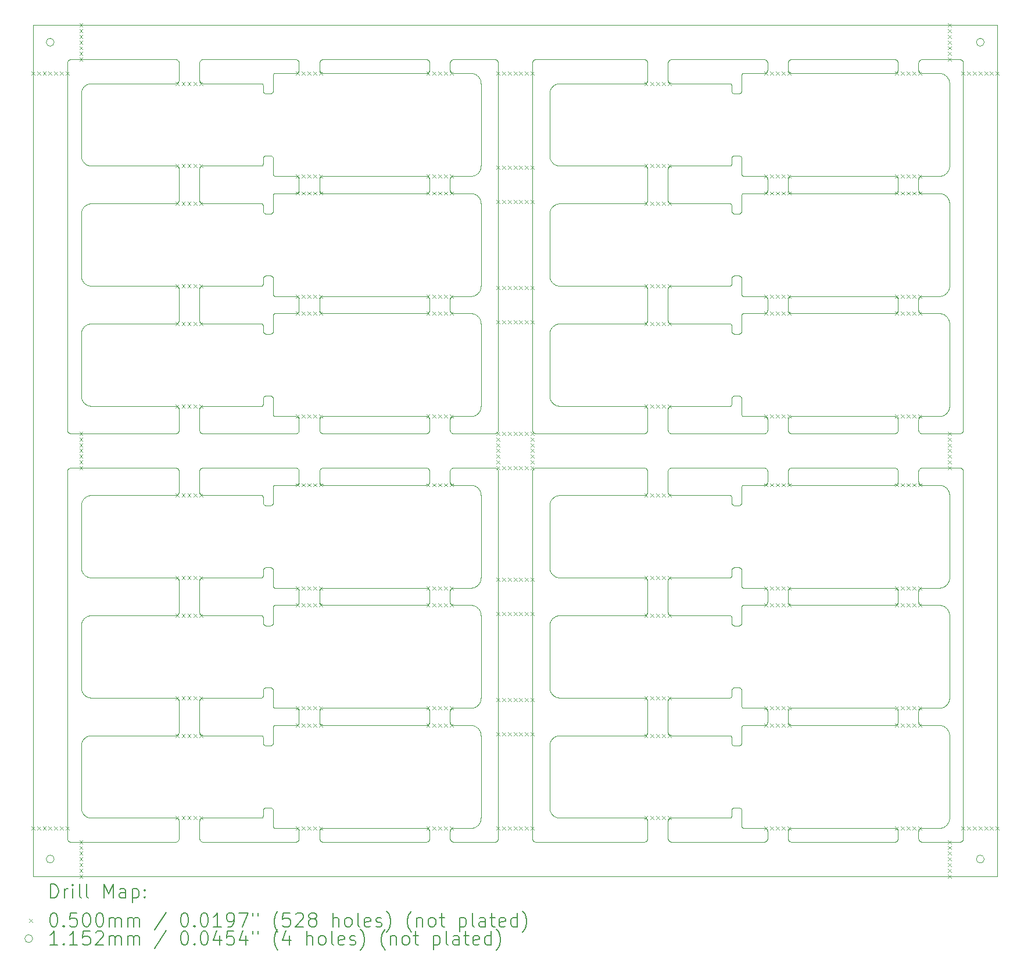
<source format=gbr>
%TF.GenerationSoftware,KiCad,Pcbnew,8.0.1*%
%TF.CreationDate,2025-05-23T10:36:24+02:00*%
%TF.ProjectId,panel-12,70616e65-6c2d-4313-922e-6b696361645f,F*%
%TF.SameCoordinates,Original*%
%TF.FileFunction,Drillmap*%
%TF.FilePolarity,Positive*%
%FSLAX45Y45*%
G04 Gerber Fmt 4.5, Leading zero omitted, Abs format (unit mm)*
G04 Created by KiCad (PCBNEW 8.0.1) date 2025-05-23 10:36:24*
%MOMM*%
%LPD*%
G01*
G04 APERTURE LIST*
%ADD10C,0.100000*%
%ADD11C,0.200000*%
%ADD12C,0.115200*%
G04 APERTURE END LIST*
D10*
X13214546Y-8199278D02*
X13215801Y-8199151D01*
X3520594Y-9949584D02*
X3521845Y-9949776D01*
X10159262Y-9798178D02*
X10159848Y-9797961D01*
X10335721Y-10204493D02*
X10335311Y-10204813D01*
X10150738Y-2600032D02*
X9300006Y-2600021D01*
X7616432Y-2611922D02*
X7615273Y-2612420D01*
X12590080Y-11879825D02*
X12588573Y-11881756D01*
X4208190Y-5947083D02*
X4205905Y-5946201D01*
X4210520Y-2447856D02*
X4208194Y-2447088D01*
X4193347Y-4188675D02*
X4191492Y-4187075D01*
X6770209Y-6478565D02*
X6771201Y-6480804D01*
X3492898Y-2725750D02*
X3491587Y-2727820D01*
X2472551Y-849961D02*
X2470108Y-849781D01*
X500959Y-11859835D02*
X500540Y-11857422D01*
X3500000Y-2700091D02*
X3499940Y-2702541D01*
X8927717Y-6841606D02*
X8925648Y-6842917D01*
X3861968Y-8433640D02*
X3860279Y-8435414D01*
X7529646Y-1936983D02*
X7529962Y-1938204D01*
X6082200Y-4175756D02*
X6080993Y-4173625D01*
X6506444Y-10277764D02*
X6505832Y-10276661D01*
X10657322Y-11899460D02*
X10654891Y-11899760D01*
X6099352Y-5707099D02*
X6101483Y-5705892D01*
X7577783Y-885788D02*
X7576826Y-886609D01*
X10175985Y-8709823D02*
X10175566Y-8707411D01*
X3504213Y-8461173D02*
X3502823Y-8463535D01*
X12573517Y-6694115D02*
X12571330Y-6695216D01*
X10165776Y-8044342D02*
X10166270Y-8043960D01*
X9278665Y-2054770D02*
X9280904Y-2053778D01*
X10348732Y-10200048D02*
X10348106Y-10200096D01*
X6103670Y-3954791D02*
X6105909Y-3953798D01*
X10340143Y-702043D02*
X10339582Y-702318D01*
X13509835Y-500959D02*
X13512225Y-501495D01*
X10150635Y-11549968D02*
X10151263Y-11549952D01*
X7602766Y-3781445D02*
X7608379Y-3784377D01*
X13223338Y-3948158D02*
X13229571Y-3947041D01*
X783382Y-2034378D02*
X784514Y-2034934D01*
X12940266Y-10199044D02*
X12937876Y-10198507D01*
X5765080Y-11720174D02*
X5766490Y-11722177D01*
X9250692Y-9842553D02*
X9251111Y-9840140D01*
X6447234Y-4218555D02*
X6441620Y-4215623D01*
X8902448Y-6450060D02*
X8904890Y-6450240D01*
X10199266Y-10492874D02*
X10197198Y-10491564D01*
X10179818Y-8721417D02*
X10178825Y-8719179D01*
X9261434Y-10331775D02*
X9259927Y-10329844D01*
X5764992Y-679845D02*
X5763485Y-681775D01*
X8929725Y-8059804D02*
X8931656Y-8061311D01*
X10177175Y-4464571D02*
X10176522Y-4462211D01*
X3495209Y-5428597D02*
X3496201Y-5430836D01*
X540165Y-11899041D02*
X537775Y-11898504D01*
X6120115Y-2449763D02*
X6117684Y-2449463D01*
X2434926Y-8070153D02*
X2436432Y-8068223D01*
X10692797Y-524250D02*
X10694004Y-526381D01*
X12596052Y-9980795D02*
X12596934Y-9983080D01*
X7534572Y-5452684D02*
X7536921Y-5458565D01*
X5739485Y-11702149D02*
X5741811Y-11702917D01*
X3860279Y-8435414D02*
X3858505Y-8437102D01*
X12571286Y-8204789D02*
X12573473Y-8205890D01*
X13523623Y-6455892D02*
X13525754Y-6457099D01*
X7629496Y-4357084D02*
X7623503Y-4359132D01*
X6125007Y-8450003D02*
X6122557Y-8449943D01*
X9255992Y-4323625D02*
X9254891Y-4321437D01*
X10669096Y-10196230D02*
X10666811Y-10197111D01*
X3495209Y-1928597D02*
X3496201Y-1930836D01*
X13549940Y-5902548D02*
X13549760Y-5904991D01*
X3494105Y-4473619D02*
X3492898Y-4475750D01*
X3518127Y-4200988D02*
X3517523Y-4201161D01*
X3848522Y-5944108D02*
X3846334Y-5945209D01*
X12916489Y-2212927D02*
X12918344Y-2211327D01*
X3852701Y-691620D02*
X3850632Y-692930D01*
X3500139Y-722476D02*
X3500102Y-722996D01*
X12922281Y-508411D02*
X12924350Y-507100D01*
X6505832Y-5623339D02*
X6506444Y-5622236D01*
X10340639Y-6701856D02*
X10340149Y-6702035D01*
X700850Y-3665803D02*
X701650Y-3672086D01*
X6108210Y-11702916D02*
X6110536Y-11702148D01*
X10698399Y-5737774D02*
X10698936Y-5740164D01*
X9250166Y-3847430D02*
X9250346Y-3844987D01*
X4175207Y-2247439D02*
X4175387Y-2244997D01*
X3507787Y-3943114D02*
X3508183Y-3943452D01*
X13334377Y-8533379D02*
X13331445Y-8527766D01*
X2123399Y-6812241D02*
X2122746Y-6814602D01*
X4205909Y-10196216D02*
X4203670Y-10195223D01*
X7566729Y-8003793D02*
X7571207Y-8008271D01*
X7668033Y-4350177D02*
X7666773Y-4350240D01*
X13516911Y-11897083D02*
X13514585Y-11897851D01*
X13546201Y-5919196D02*
X13545209Y-5921435D01*
X10327567Y-3936008D02*
X10327822Y-3936463D01*
X9278670Y-5554770D02*
X9280909Y-5553777D01*
X6084921Y-5929825D02*
X6083510Y-5927822D01*
X2096329Y-8595225D02*
X2094090Y-8596218D01*
X3350265Y-5445026D02*
X3350566Y-5442596D01*
X8949840Y-2097436D02*
X8949900Y-2099886D01*
X8914462Y-11552132D02*
X8916788Y-11552901D01*
X5748518Y-9955894D02*
X5750650Y-9957102D01*
X3498504Y-6962219D02*
X3497850Y-6964580D01*
X3874839Y-4152576D02*
X3874659Y-4155018D01*
X6112881Y-2448508D02*
X6110521Y-2447854D01*
X2443344Y-6461327D02*
X2445275Y-6459820D01*
X791432Y-6861922D02*
X790273Y-6862420D01*
X13338078Y-6791432D02*
X13337580Y-6790273D01*
X12595109Y-11871435D02*
X12594008Y-11873623D01*
X10163735Y-5545841D02*
X10165774Y-5544344D01*
X3341277Y-2043953D02*
X3341730Y-2043523D01*
X6079891Y-8228566D02*
X6080992Y-8226378D01*
X704963Y-1938207D02*
X706705Y-1944295D01*
X10150738Y-850032D02*
X9300001Y-850021D01*
X3454976Y-4499753D02*
X3452533Y-4499933D01*
X6383226Y-8450240D02*
X6381967Y-8450177D01*
X3871079Y-10169228D02*
X3870087Y-10171467D01*
X3827448Y-4199969D02*
X3824998Y-4200029D01*
X12573519Y-3955903D02*
X12575650Y-3957111D01*
X3338735Y-8045841D02*
X3340859Y-8044281D01*
X9261427Y-2068223D02*
X9263026Y-2066369D01*
X5767750Y-5724240D02*
X5768957Y-5726370D01*
X10189639Y-10485361D02*
X10187951Y-10483588D01*
X4189723Y-6464619D02*
X4191497Y-6462930D01*
X3874834Y-547458D02*
X3874894Y-549908D01*
X6493216Y-757693D02*
X6489214Y-752785D01*
X10699359Y-5907421D02*
X10698940Y-5909834D01*
X12945115Y-11899760D02*
X12942684Y-11899460D01*
X3824999Y-11700000D02*
X3827448Y-11700060D01*
X6093344Y-8211327D02*
X6095275Y-8209820D01*
X3349476Y-869966D02*
X3349344Y-869462D01*
X5758507Y-8212930D02*
X5760281Y-8214620D01*
X3459821Y-4499036D02*
X3457408Y-4499454D01*
X4220190Y-11700240D02*
X4222631Y-11700060D01*
X11028670Y-2445223D02*
X11026482Y-2444121D01*
X7540622Y-11466620D02*
X7543555Y-11472234D01*
X12930905Y-4196204D02*
X12928666Y-4195212D01*
X3874658Y-6495010D02*
X3874839Y-6497453D01*
X3487073Y-3666421D02*
X3488673Y-3668276D01*
X6413204Y-8454962D02*
X6411983Y-8454646D01*
X7528213Y-10469191D02*
X7527959Y-10470426D01*
X13297215Y-4235786D02*
X13292307Y-4231784D01*
X2117795Y-6825770D02*
X2116484Y-6827839D01*
X12940266Y-8200959D02*
X12942679Y-8200540D01*
X3870109Y-4171463D02*
X3869007Y-4173650D01*
X3841811Y-11702917D02*
X3844096Y-11703798D01*
X2439721Y-2585406D02*
X2438032Y-2583632D01*
X757695Y-11518218D02*
X758693Y-11518990D01*
X7572123Y-8640858D02*
X7571209Y-8641727D01*
X3457408Y-6999454D02*
X3454976Y-6999753D01*
X7525176Y-10493036D02*
X7525008Y-10499683D01*
X2434926Y-3820154D02*
X2436433Y-3818223D01*
X10699654Y-6655021D02*
X10699355Y-6657452D01*
X6522041Y-9829571D02*
X6523158Y-9823338D01*
X13345038Y-8088204D02*
X13345354Y-8086983D01*
X11033239Y-6697108D02*
X11030954Y-6696227D01*
X2096312Y-11554774D02*
X2098500Y-11555875D01*
X9251067Y-10309852D02*
X9250648Y-10307439D01*
X6076601Y-8412229D02*
X6076064Y-8409839D01*
X12933195Y-5702917D02*
X12935520Y-5702149D01*
X3497083Y-7933121D02*
X3497851Y-7935447D01*
X8899976Y-850016D02*
X7675317Y-850000D01*
X10325527Y-719973D02*
X10325416Y-720591D01*
X7531705Y-3694298D02*
X7532083Y-3695501D01*
X10275099Y-9650032D02*
X10277548Y-9650092D01*
X10166270Y-8606040D02*
X10165776Y-8605658D01*
X6076064Y-6659839D02*
X6075645Y-6657426D01*
X3504804Y-8189699D02*
X3505643Y-8190783D01*
X3524259Y-6700032D02*
X3523739Y-6700043D01*
X4210514Y-502149D02*
X4212875Y-501495D01*
X12914721Y-2435388D02*
X12913032Y-2433614D01*
X13314212Y-6752783D02*
X13313391Y-6751826D01*
X10325687Y-11680645D02*
X10325813Y-11681257D01*
X11042689Y-6450540D02*
X11045120Y-6450240D01*
X757695Y-9768218D02*
X758693Y-9768990D01*
X6488391Y-5648174D02*
X6489212Y-5647217D01*
X7552260Y-3736201D02*
X7556009Y-3741305D01*
X13297217Y-3914212D02*
X13298174Y-3913391D01*
X6103666Y-10195212D02*
X6101478Y-10194111D01*
X3503796Y-2461787D02*
X3503478Y-2462328D01*
X741727Y-10396209D02*
X740858Y-10397123D01*
X13308271Y-746207D02*
X13303793Y-741729D01*
X2119002Y-3826361D02*
X2120103Y-3828548D01*
X3347123Y-5536557D02*
X3348179Y-5534258D01*
X3499759Y-8704984D02*
X3499460Y-8707415D01*
X3390191Y-3650990D02*
X3392603Y-3650572D01*
X10287225Y-7901527D02*
X10289585Y-7902181D01*
X2087118Y-9801479D02*
X2089479Y-9802133D01*
X3865076Y-520178D02*
X3866487Y-522181D01*
X10327259Y-9935333D02*
X10327862Y-9936564D01*
X2102722Y-6458410D02*
X2104725Y-6459820D01*
X3874658Y-5904990D02*
X3874359Y-5907421D01*
X4201527Y-9955890D02*
X4203714Y-9954789D01*
X4215271Y-4199047D02*
X4212881Y-4198510D01*
X3507780Y-8456891D02*
X3507414Y-8457261D01*
X10162663Y-6853491D02*
X10160327Y-6852270D01*
X12573522Y-6455892D02*
X12575653Y-6457099D01*
X6501948Y-4270127D02*
X6498463Y-4264839D01*
X12947557Y-3950060D02*
X12950006Y-3950000D01*
X3498504Y-10462219D02*
X3497850Y-10464580D01*
X7652914Y-11548350D02*
X7659196Y-11549150D01*
X10173837Y-10367518D02*
X10173634Y-10366924D01*
X10329493Y-9939279D02*
X10329813Y-9939689D01*
X7525721Y-985456D02*
X7525241Y-991771D01*
X6397088Y-11698350D02*
X6398335Y-11698159D01*
X2082315Y-8599476D02*
X2079885Y-8599776D01*
X12924351Y-11892899D02*
X12922281Y-11891589D01*
X10671335Y-10195237D02*
X10669096Y-10196230D01*
X13273341Y-3930831D02*
X13278799Y-3927618D01*
X10287212Y-998500D02*
X10284821Y-999036D01*
X4178902Y-10169202D02*
X4178021Y-10166917D01*
X12564480Y-2202149D02*
X12566806Y-2202918D01*
X13285161Y-6726537D02*
X13279873Y-6723052D01*
X542578Y-5949460D02*
X540165Y-5949041D01*
X522177Y-11891590D02*
X520175Y-11890180D01*
X746207Y-6891729D02*
X741729Y-6896207D01*
X6460161Y-6726537D02*
X6454873Y-6723052D01*
X8947751Y-2085399D02*
X8948404Y-2087760D01*
X2096332Y-11895208D02*
X2094093Y-11896201D01*
X4183517Y-6472183D02*
X4184927Y-6470180D01*
X13548504Y-6487775D02*
X13549041Y-6490165D01*
X12926482Y-11894107D02*
X12924351Y-11892899D01*
X2425106Y-8099879D02*
X2425166Y-8097430D01*
X7629498Y-11542917D02*
X7630702Y-11543294D01*
X13230812Y-9946786D02*
X13236981Y-9945355D01*
X12592750Y-8224239D02*
X12593958Y-8226370D01*
X11004941Y-6671467D02*
X11003948Y-6669228D01*
X3349344Y-8030538D02*
X3349476Y-8030034D01*
X10332780Y-8456891D02*
X10332414Y-8457261D01*
X7526841Y-11423338D02*
X7527959Y-11429571D01*
X702959Y-9679574D02*
X703213Y-9680809D01*
X11047631Y-11700060D02*
X11050080Y-11700000D01*
X3517518Y-701163D02*
X3516924Y-701366D01*
X6524278Y-6835454D02*
X6524151Y-6834199D01*
X6493990Y-10258693D02*
X6493218Y-10257695D01*
X10677701Y-691620D02*
X10675632Y-692930D01*
X10322082Y-6966906D02*
X10321200Y-6969192D01*
X10327864Y-9936566D02*
X10328154Y-9937123D01*
X11020325Y-6690207D02*
X11018395Y-6688701D01*
X3874835Y-3997450D02*
X3874895Y-3999900D01*
X3827443Y-5700060D02*
X3829886Y-5700240D01*
X2116490Y-8072161D02*
X2117800Y-8074230D01*
X6478791Y-8491727D02*
X6477877Y-8490858D01*
X2113550Y-11568226D02*
X2115057Y-11570157D01*
X5760234Y-8435396D02*
X5758460Y-8437084D01*
X3464585Y-5402181D02*
X3466911Y-5402949D01*
X2458190Y-6452917D02*
X2460515Y-6452149D01*
X6447234Y-10218555D02*
X6441620Y-10215623D01*
X3834730Y-3950959D02*
X3837119Y-3951495D01*
X3350566Y-3692596D02*
X3350985Y-3690183D01*
X4179895Y-8421442D02*
X4178902Y-8419202D01*
X7552259Y-10413801D02*
X7551538Y-10414837D01*
X10328157Y-11687127D02*
X10328475Y-11687668D01*
X8923522Y-4344124D02*
X8921334Y-4345225D01*
X10325528Y-2180032D02*
X10325670Y-2180643D01*
X13279873Y-9926948D02*
X13285161Y-9923463D01*
X10151268Y-11549952D02*
X10151894Y-11549904D01*
X6772083Y-533089D02*
X6772851Y-535415D01*
X11045133Y-11899759D02*
X11042702Y-11899459D01*
X10698404Y-3987776D02*
X10698941Y-3990166D01*
X12592784Y-524261D02*
X12593991Y-526393D01*
X6440483Y-8465065D02*
X6434729Y-8462421D01*
X10324760Y-2704984D02*
X10324460Y-2707415D01*
X4197281Y-8441603D02*
X4195278Y-8440192D01*
X3344342Y-4359224D02*
X3343960Y-4358730D01*
X12900641Y-5907421D02*
X12900341Y-5904990D01*
X13349992Y-849683D02*
X13349823Y-843036D01*
X4225006Y-5700000D02*
X5724952Y-5700000D01*
X2445280Y-2590201D02*
X2443349Y-2588694D01*
X7315165Y-5949041D02*
X7312775Y-5948504D01*
X10193266Y-8738648D02*
X10191412Y-8737049D01*
X8949659Y-4305006D02*
X8949360Y-4307437D01*
X10336164Y-4204203D02*
X10335728Y-4204488D01*
X4193351Y-6461330D02*
X4195282Y-6459823D01*
X6110516Y-4197854D02*
X6108190Y-4197086D01*
X3837119Y-5701495D02*
X3839480Y-5702149D01*
X4205909Y-2446206D02*
X4203669Y-2445213D01*
X3496201Y-1930836D02*
X3497083Y-1933121D01*
X5760281Y-3964620D02*
X5761970Y-3966394D01*
X2082321Y-5949460D02*
X2079890Y-5949760D01*
X3871101Y-6480805D02*
X3871982Y-6483090D01*
X13313389Y-2501824D02*
X13309143Y-2497125D01*
X5774649Y-6495020D02*
X5774829Y-6497463D01*
X10171200Y-8611780D02*
X10170843Y-8611267D01*
X11045109Y-699784D02*
X11042679Y-699484D01*
X10289585Y-7902181D02*
X10291911Y-7902949D01*
X10679722Y-509822D02*
X10681653Y-511329D01*
X11000147Y-8400134D02*
X11000113Y-8249912D01*
X776661Y-8030832D02*
X777764Y-8031444D01*
X10339475Y-2197653D02*
X10340735Y-2198194D01*
X6461201Y-5672740D02*
X6466305Y-5668991D01*
X12599354Y-2242590D02*
X12599653Y-2245021D01*
X11040275Y-5949041D02*
X11037885Y-5948504D01*
X722383Y-3728801D02*
X723050Y-3729871D01*
X6101483Y-6694111D02*
X6099352Y-6692904D01*
X8948399Y-2562241D02*
X8947745Y-2564602D01*
X520175Y-5940180D02*
X518244Y-5938673D01*
X7526650Y-3672088D02*
X7526841Y-3673335D01*
X3858505Y-6687102D02*
X3856651Y-6688702D01*
X507099Y-5925754D02*
X505892Y-5923623D01*
X10203593Y-11404821D02*
X10205832Y-11403829D01*
X4217685Y-8449475D02*
X4215271Y-8449056D01*
X12588523Y-4181769D02*
X12586923Y-4183623D01*
X12909926Y-6679829D02*
X12908515Y-6677827D01*
X4225003Y-5950000D02*
X4222553Y-5949940D01*
X3500221Y-10221953D02*
X3500140Y-10222468D01*
X6080998Y-9976376D02*
X6082205Y-9974245D01*
X3867795Y-6675783D02*
X3866485Y-6677852D01*
X12585234Y-9964611D02*
X12586923Y-9966384D01*
X545009Y-500240D02*
X547452Y-500060D01*
X6488391Y-8148174D02*
X6489212Y-8147217D01*
X8946101Y-2080788D02*
X8946983Y-2083074D01*
X13330831Y-6776659D02*
X13327618Y-6771201D01*
X3357126Y-10475734D02*
X3355919Y-10473604D01*
X804496Y-4357084D02*
X798503Y-4359132D01*
X9270275Y-11890180D02*
X9268344Y-11888673D01*
X10179818Y-971417D02*
X10178825Y-969179D01*
X10160325Y-2602269D02*
X10159858Y-2602038D01*
X5734713Y-500959D02*
X5737103Y-501496D01*
X3352175Y-964571D02*
X3351522Y-962211D01*
X10168521Y-2608268D02*
X10166732Y-2606479D01*
X3500221Y-2178049D02*
X3500705Y-2180747D01*
X3518137Y-2198998D02*
X3518733Y-2199185D01*
X13549940Y-11852548D02*
X13549760Y-11854991D01*
X11002298Y-3985405D02*
X11003066Y-3983080D01*
X3873399Y-8412254D02*
X3872746Y-8414615D01*
X13199683Y-2450000D02*
X12950007Y-2450003D01*
X700721Y-985456D02*
X700241Y-991771D01*
X9250160Y-802570D02*
X9250100Y-800120D01*
X700176Y-993036D02*
X700008Y-999683D01*
X8907321Y-10349476D02*
X8904890Y-10349776D01*
X6440486Y-5684934D02*
X6441618Y-5684378D01*
X8948402Y-537778D02*
X8948939Y-540168D01*
X10186356Y-5418269D02*
X10187956Y-5416415D01*
X13200316Y-11699992D02*
X13206964Y-11699823D01*
X2108488Y-837091D02*
X2106633Y-838690D01*
X12559729Y-8449048D02*
X12557316Y-8449467D01*
X3844095Y-6453798D02*
X3846334Y-6454791D01*
X736611Y-3748176D02*
X740856Y-3752875D01*
X10174584Y-3779406D02*
X10174776Y-3778155D01*
X3865080Y-4179853D02*
X3863573Y-4181784D01*
X7540065Y-934516D02*
X7537421Y-940271D01*
X5765029Y-6679838D02*
X5763522Y-6681768D01*
X10339578Y-11697680D02*
X10342026Y-11698658D01*
X10649994Y-9950000D02*
X10652443Y-9950060D01*
X10160325Y-4352269D02*
X10159858Y-4352038D01*
X10657317Y-5700540D02*
X10659730Y-5700959D01*
X11040264Y-500959D02*
X11042677Y-500540D01*
X723052Y-9729873D02*
X726537Y-9735161D01*
X13222088Y-9948350D02*
X13223335Y-9948159D01*
X11016506Y-11887065D02*
X11014732Y-11885375D01*
X10327567Y-8464002D02*
X10327321Y-8464576D01*
X711922Y-9708567D02*
X712420Y-9709727D01*
X12909942Y-11720171D02*
X12911449Y-11718241D01*
X2467700Y-5550519D02*
X2470131Y-5550219D01*
X13313391Y-8148174D02*
X13314212Y-8147217D01*
X6078904Y-5730803D02*
X6079896Y-5728564D01*
X4193361Y-11888666D02*
X4191506Y-11887065D01*
X11016493Y-2437085D02*
X11014719Y-2435395D01*
X10302815Y-8741588D02*
X10300745Y-8742898D01*
X6473174Y-6736609D02*
X6472217Y-6735788D01*
X3380820Y-4496175D02*
X3378582Y-4495182D01*
X3874339Y-657457D02*
X3873920Y-659870D01*
X2082321Y-2050524D02*
X2084734Y-2050943D01*
X3485379Y-2735382D02*
X3483604Y-2737071D01*
X11011430Y-2431766D02*
X11009923Y-2429835D01*
X13251499Y-2190867D02*
X13252682Y-2190429D01*
X505892Y-5923623D02*
X504791Y-5921435D01*
X3349344Y-2030538D02*
X3349476Y-2030034D01*
X12900106Y-549908D02*
X12900166Y-547458D01*
X4225047Y-9950000D02*
X5724991Y-9950000D01*
X3350024Y-8700091D02*
X3350000Y-8625629D01*
X3871977Y-3983088D02*
X3872746Y-3985414D01*
X3349855Y-872470D02*
X3349776Y-871847D01*
X8929725Y-6459820D02*
X8931656Y-6461327D01*
X6397088Y-3948350D02*
X6398335Y-3948159D01*
X13266620Y-2184377D02*
X13272234Y-2181445D01*
X5774821Y-650133D02*
X5774760Y-652581D01*
X711921Y-8691435D02*
X709572Y-8697316D01*
X5761923Y-4183623D02*
X5760234Y-4185396D01*
X700000Y-4500317D02*
X700000Y-5399683D01*
X2098516Y-8594124D02*
X2096329Y-8595225D01*
X11037876Y-698529D02*
X11035515Y-697876D01*
X6524759Y-9808226D02*
X6524823Y-9806967D01*
X3858511Y-11712926D02*
X3860285Y-11714615D01*
X10669096Y-11896201D02*
X10666811Y-11897083D01*
X12549953Y-5700018D02*
X12552402Y-5700079D01*
X3479825Y-11409852D02*
X3481756Y-11411359D01*
X8902448Y-5949940D02*
X8899998Y-5950000D01*
X2432205Y-11574225D02*
X2433515Y-11572156D01*
X3829888Y-9950240D02*
X3832319Y-9950540D01*
X7276495Y-537775D02*
X7277149Y-535415D01*
X3871100Y-9980808D02*
X3871981Y-9983093D01*
X3361356Y-1918269D02*
X3362956Y-1916415D01*
X10325808Y-6718740D02*
X10325705Y-6719251D01*
X13340428Y-2547316D02*
X13338079Y-2541435D01*
X715065Y-934516D02*
X712421Y-940271D01*
X10313669Y-10481754D02*
X10312068Y-10483608D01*
X783382Y-11534378D02*
X784514Y-11534934D01*
X13337580Y-11609727D02*
X13338078Y-11608567D01*
X7666773Y-11549759D02*
X7668033Y-11549823D01*
X11009927Y-6470180D02*
X11011434Y-6468249D01*
X10210429Y-6997825D02*
X10208105Y-6997056D01*
X12569095Y-6453798D02*
X12571334Y-6454791D01*
X10291899Y-2747079D02*
X10289573Y-2747847D01*
X501495Y-537775D02*
X502149Y-535415D01*
X10325000Y-8475633D02*
X10325000Y-8700091D01*
X10341325Y-2198430D02*
X10341919Y-2198633D01*
X3511778Y-703796D02*
X3511344Y-704084D01*
X3330543Y-8049356D02*
X3331871Y-8049012D01*
X9250211Y-8097426D02*
X9250392Y-8094983D01*
X3466899Y-4497079D02*
X3464573Y-4497847D01*
X7532084Y-3695504D02*
X7534132Y-3701496D01*
X3874839Y-5902547D02*
X3874658Y-5904990D01*
X2451483Y-3805871D02*
X2453671Y-3804770D01*
X10327822Y-4213537D02*
X10327567Y-4213991D01*
X10325815Y-5681267D02*
X10326002Y-5681863D01*
X7645426Y-2602959D02*
X7644191Y-2603213D01*
X10699835Y-6652578D02*
X10699654Y-6655021D01*
X6383229Y-8199759D02*
X6389544Y-8199278D01*
X2425103Y-5900096D02*
X2425122Y-5599877D01*
X3353825Y-6969179D02*
X3352944Y-6966895D01*
X10654886Y-4199788D02*
X10652444Y-4199969D01*
X11040316Y-10199066D02*
X11037926Y-10198529D01*
X6097283Y-3958409D02*
X6099352Y-3957099D01*
X3362951Y-8733588D02*
X3361352Y-8731734D01*
X9257207Y-8575772D02*
X9255999Y-8573641D01*
X13516911Y-5947083D02*
X13514585Y-5947851D01*
X12598936Y-10159831D02*
X12598399Y-10162222D01*
X3325740Y-8049968D02*
X3326261Y-8049957D01*
X3346204Y-4361778D02*
X3345905Y-4361352D01*
X12900165Y-5747450D02*
X12900346Y-5745008D01*
X2077442Y-8599956D02*
X2074992Y-8600016D01*
X3867800Y-5925753D02*
X3866489Y-5927822D01*
X5771979Y-3983098D02*
X5772747Y-3985425D01*
X3481749Y-988671D02*
X3479818Y-990178D01*
X2084729Y-6849057D02*
X2082316Y-6849476D01*
X10189639Y-6985361D02*
X10187951Y-6983588D01*
X3834730Y-8449070D02*
X3832317Y-8449489D01*
X2447283Y-8058389D02*
X2449352Y-8057078D01*
X10697750Y-6485416D02*
X10698403Y-6487776D01*
X3457422Y-3650572D02*
X3459835Y-3650991D01*
X2096334Y-2054775D02*
X2098522Y-2055876D01*
X10174904Y-4373101D02*
X10174856Y-4372475D01*
X3346509Y-9787663D02*
X3347729Y-9785327D01*
X3343953Y-8608722D02*
X3343523Y-8608270D01*
X3352175Y-6964571D02*
X3351522Y-6962211D01*
X2079890Y-5949760D02*
X2077448Y-5949940D01*
X10151790Y-3799901D02*
X10154509Y-3799555D01*
X6075161Y-8247453D02*
X6075341Y-8245010D01*
X10324041Y-11440197D02*
X10324460Y-11442610D01*
X757693Y-6881784D02*
X752785Y-6885786D01*
X2079890Y-4349776D02*
X2077447Y-4349956D01*
X10699660Y-11854991D02*
X10699360Y-11857422D01*
X6774041Y-5909835D02*
X6773504Y-5912225D01*
X6493218Y-5642305D02*
X6493990Y-5641307D01*
X6075345Y-8404995D02*
X6075165Y-8402553D01*
X700849Y-2734199D02*
X700722Y-2735454D01*
X9287875Y-848525D02*
X9285514Y-847872D01*
X747123Y-8640858D02*
X746209Y-8641727D01*
X6725099Y-11900000D02*
X6125008Y-11900000D01*
X6524151Y-2065801D02*
X6524278Y-2064546D01*
X7527959Y-6970429D02*
X7526841Y-6976662D01*
X12918344Y-10188676D02*
X12916490Y-10187076D01*
X13272234Y-6718555D02*
X13266620Y-6715622D01*
X3510302Y-5695197D02*
X3510721Y-5695507D01*
X3873936Y-540171D02*
X3874355Y-542584D01*
X2102722Y-10341606D02*
X2100653Y-10342917D01*
X8927722Y-5941590D02*
X8925653Y-5942900D01*
X9253023Y-2566932D02*
X9252254Y-2564607D01*
X13199684Y-8200000D02*
X13200315Y-8199992D01*
X11001064Y-4159848D02*
X11000646Y-4157435D01*
X13342916Y-2554496D02*
X13340868Y-2548504D01*
X13533611Y-5937073D02*
X13531756Y-5938673D01*
X7571207Y-6891729D02*
X7566729Y-6896207D01*
X10346842Y-700224D02*
X10346219Y-700304D01*
X2453665Y-11895209D02*
X2451478Y-11894108D01*
X10163735Y-9795841D02*
X10165774Y-9794344D01*
X10690080Y-11720174D02*
X10691490Y-11722177D01*
X6448341Y-5680831D02*
X6453799Y-5677618D01*
X6467307Y-11668216D02*
X6472215Y-11664214D01*
X731010Y-7991307D02*
X731782Y-7992305D01*
X8948935Y-8559851D02*
X8948399Y-8562241D01*
X8919090Y-2596218D02*
X8916805Y-2597099D01*
X6075346Y-5745008D02*
X6075645Y-5742577D01*
X3844094Y-9953799D02*
X3846333Y-9954792D01*
X12933190Y-8202917D02*
X12935515Y-8202149D01*
X7544169Y-3723341D02*
X7547382Y-3728799D01*
X4210520Y-5702149D02*
X4212881Y-5701495D01*
X2472550Y-8599933D02*
X2470107Y-8599753D01*
X3841805Y-5702917D02*
X3844090Y-5703798D01*
X13230812Y-11696786D02*
X13236981Y-11695355D01*
X13278801Y-9927617D02*
X13279871Y-9926949D01*
X10174904Y-8623101D02*
X10174856Y-8622475D01*
X9251595Y-537775D02*
X9252248Y-535415D01*
X3485385Y-11414647D02*
X3487073Y-11416421D01*
X6493216Y-10257693D02*
X6489214Y-10252785D01*
X3341280Y-5543958D02*
X3341665Y-5543607D01*
X13292307Y-3918216D02*
X13297215Y-3914214D01*
X10320207Y-10471431D02*
X10319106Y-10473619D01*
X9251601Y-2562246D02*
X9251065Y-2559856D01*
X11028670Y-4195232D02*
X11026482Y-4194130D01*
X4184970Y-2220169D02*
X4186477Y-2218238D01*
X13302877Y-3909142D02*
X13303791Y-3908273D01*
X6122552Y-8200060D02*
X6125002Y-8200000D01*
X5761923Y-10183623D02*
X5760234Y-10185396D01*
X3506042Y-4208728D02*
X3505645Y-4209215D01*
X3863572Y-9968246D02*
X3865079Y-9970177D01*
X10306756Y-9661359D02*
X10308611Y-9662959D01*
X5774853Y-5749890D02*
X5774888Y-5900087D01*
X11008562Y-10177851D02*
X11007251Y-10175782D01*
X10174968Y-6874371D02*
X10174904Y-6873103D01*
X7588801Y-9772741D02*
X7589836Y-9773462D01*
X3869007Y-4173650D02*
X3867800Y-4175781D01*
X10277548Y-3650092D02*
X10279991Y-3650272D01*
X13327617Y-10271199D02*
X13326949Y-10270129D01*
X8923517Y-5555876D02*
X8925648Y-5557083D01*
X2100653Y-5942900D02*
X2098522Y-5944108D01*
X6454873Y-8176948D02*
X6460161Y-8173463D01*
X3334858Y-3797962D02*
X3335325Y-3797730D01*
X843033Y-2600177D02*
X841773Y-2600240D01*
X13259727Y-4212420D02*
X13258567Y-4211922D01*
X7529646Y-11436983D02*
X7529962Y-11438204D01*
X14049988Y-12399890D02*
X14050000Y-12399389D01*
X10343234Y-2450969D02*
X10340740Y-2451821D01*
X13327617Y-8521199D02*
X13326949Y-8520129D01*
X10175000Y-6875627D02*
X10174968Y-6874374D01*
X2472557Y-8050039D02*
X2475006Y-8049979D01*
X8947751Y-8085399D02*
X8948404Y-8087760D01*
X500240Y-11854991D02*
X500060Y-11852548D01*
X3525633Y-3950000D02*
X3824994Y-3950000D01*
X13348350Y-2577912D02*
X13348159Y-2576665D01*
X3499460Y-9692610D02*
X3499760Y-9695041D01*
X7596201Y-9777618D02*
X7601659Y-9780831D01*
X3387801Y-7901527D02*
X3390191Y-7900990D01*
X6433565Y-10211921D02*
X6427684Y-10209572D01*
X7308089Y-5947083D02*
X7305804Y-5946201D01*
X5748523Y-11705892D02*
X5750654Y-11707099D01*
X3518740Y-5699192D02*
X3519251Y-5699295D01*
X2438032Y-2583632D02*
X2436432Y-2581777D01*
X7572125Y-3759143D02*
X7576824Y-3763389D01*
X6520038Y-2088204D02*
X6520354Y-2086983D01*
X10348730Y-4200044D02*
X10348212Y-4200099D01*
X7527959Y-11429574D02*
X7528213Y-11430809D01*
X3499041Y-9690197D02*
X3499460Y-9692610D01*
X3385429Y-4497825D02*
X3383105Y-4497056D01*
X10324460Y-4457415D02*
X10324041Y-4459829D01*
X11035520Y-2447866D02*
X11033194Y-2447097D01*
X12549953Y-9950000D02*
X12552402Y-9950060D01*
X11022276Y-508410D02*
X11024346Y-507099D01*
X7615271Y-862421D02*
X7609516Y-865065D01*
X3349856Y-2027525D02*
X3349904Y-2026899D01*
X7552260Y-9736201D02*
X7556009Y-9741305D01*
X7525176Y-9656967D02*
X7525240Y-9658226D01*
X5750645Y-5942898D02*
X5748514Y-5944106D01*
X10685279Y-4185414D02*
X10683505Y-4187102D01*
X4177298Y-9985405D02*
X4178066Y-9983080D01*
X11026482Y-4194130D02*
X11024350Y-4192923D01*
X4184970Y-8220168D02*
X4186477Y-8218238D01*
X3334366Y-3798156D02*
X3334850Y-3797965D01*
X5772702Y-5735406D02*
X5773355Y-5737766D01*
X2121101Y-6480805D02*
X2121982Y-6483090D01*
X7556010Y-3741307D02*
X7556782Y-3742305D01*
X6520355Y-3836981D02*
X6521786Y-3830812D01*
X11035563Y-3952148D02*
X11037923Y-3951495D01*
X3511173Y-5695787D02*
X3513535Y-5697177D01*
X700850Y-7915803D02*
X701650Y-7922086D01*
X9250166Y-5597430D02*
X9250346Y-5594987D01*
X5773893Y-4159853D02*
X5773356Y-4162242D01*
X10337873Y-10203157D02*
X10337332Y-10203475D01*
X4199347Y-5942900D02*
X4197278Y-5941590D01*
X9290264Y-4349044D02*
X9287874Y-4348507D01*
X12581606Y-2438684D02*
X12579675Y-2440190D01*
X10699895Y-9999900D02*
X10699899Y-10150126D01*
X10699359Y-10157449D02*
X10698941Y-10159862D01*
X2436450Y-5568222D02*
X2438050Y-5566367D01*
X4193349Y-5711326D02*
X4195280Y-5709820D01*
X2087118Y-3801479D02*
X2089479Y-3802133D01*
X2427254Y-2564607D02*
X2426601Y-2562246D01*
X10289585Y-9652181D02*
X10291911Y-9652949D01*
X12564464Y-502150D02*
X12566791Y-502919D01*
X3329404Y-10350415D02*
X3328786Y-10350305D01*
X12599874Y-549928D02*
X12599821Y-650133D01*
X501495Y-5912225D02*
X500959Y-5909835D01*
X13348159Y-5573335D02*
X13348350Y-5572088D01*
X5774854Y-8400119D02*
X5774793Y-8402568D01*
X8929702Y-840197D02*
X8927700Y-841607D01*
X10156764Y-10350968D02*
X10156267Y-10350810D01*
X10690080Y-3970175D02*
X10691490Y-3972178D01*
X3348427Y-866318D02*
X3348180Y-865744D01*
X10698941Y-11859835D02*
X10698405Y-11862225D01*
X10325144Y-2472475D02*
X10325096Y-2473101D01*
X6513079Y-9858565D02*
X6515428Y-9852684D01*
X3866464Y-2427848D02*
X3865054Y-2429851D01*
X10304818Y-8740178D02*
X10302815Y-8741588D01*
X3352175Y-2714571D02*
X3351522Y-2712211D01*
X13279873Y-3926948D02*
X13285161Y-3923463D01*
X3487068Y-983608D02*
X3485379Y-985382D01*
X3865080Y-8220175D02*
X3866490Y-8222178D01*
X6115270Y-5700959D02*
X6117683Y-5700540D01*
X10282408Y-6999454D02*
X10279976Y-6999753D01*
X10654890Y-5949760D02*
X10652447Y-5949940D01*
X13346787Y-2080809D02*
X13347041Y-2079574D01*
X4182207Y-6474253D02*
X4183517Y-6472183D01*
X11042726Y-3950540D02*
X11045156Y-3950240D01*
X10224909Y-4499976D02*
X10222461Y-4499915D01*
X770126Y-6873052D02*
X764839Y-6876537D01*
X8935283Y-514617D02*
X8936972Y-516391D01*
X700240Y-2741774D02*
X700176Y-2743033D01*
X3824993Y-5700000D02*
X3827443Y-5700060D01*
X12581639Y-511334D02*
X12583494Y-512935D01*
X9250641Y-5907421D02*
X9250341Y-5904990D01*
X11045116Y-4199784D02*
X11042685Y-4199484D01*
X3504144Y-2461258D02*
X3503799Y-2461782D01*
X11013077Y-3966384D02*
X11014766Y-3964611D01*
X10338999Y-3947437D02*
X10339473Y-3947652D01*
X535415Y-502149D02*
X537775Y-501495D01*
X3861951Y-10183642D02*
X3860262Y-10185415D01*
X3498504Y-2712219D02*
X3497850Y-2714580D01*
X10699840Y-11852548D02*
X10699660Y-11854991D01*
X6419295Y-2456705D02*
X6413207Y-2454963D01*
X3522475Y-8199856D02*
X3523101Y-8199904D01*
X13208229Y-8199759D02*
X13214544Y-8199278D01*
X2123404Y-4312240D02*
X2122751Y-4314601D01*
X5763522Y-5718239D02*
X5765029Y-5720169D01*
X3488673Y-3668276D02*
X3490180Y-3670207D01*
X3333672Y-2601570D02*
X3333076Y-2601383D01*
X10325140Y-8177532D02*
X10325221Y-8178047D01*
X5760285Y-11714615D02*
X5761973Y-11716389D01*
X7644191Y-5546787D02*
X7645426Y-5547041D01*
X4182203Y-2425752D02*
X4180996Y-2423621D01*
X3874819Y-10152583D02*
X3874639Y-10155025D01*
X10329497Y-3939276D02*
X10329880Y-3939771D01*
X12566811Y-11897083D02*
X12564485Y-11897851D01*
X12904913Y-671442D02*
X12903920Y-669204D01*
X700000Y-7000317D02*
X700000Y-7899683D01*
X8912124Y-2051479D02*
X8914484Y-2052133D01*
X3514002Y-11697433D02*
X3514576Y-11697679D01*
X6427684Y-3940428D02*
X6433565Y-3938079D01*
X3865058Y-10179857D02*
X3863551Y-10181787D01*
X3848501Y-10194137D02*
X3846313Y-10195238D01*
X5727402Y-2449947D02*
X5724953Y-2450007D01*
X10323505Y-7937807D02*
X10324041Y-7940197D01*
X12586923Y-9966384D02*
X12588523Y-9968238D01*
X2100648Y-2592917D02*
X2098516Y-2594124D01*
X3326268Y-9799952D02*
X3326894Y-9799904D01*
X6509378Y-3866618D02*
X6509934Y-3865486D01*
X747123Y-6890858D02*
X746209Y-6891727D01*
X549901Y-6450000D02*
X2074998Y-6450000D01*
X3397460Y-4499915D02*
X3395019Y-4499735D01*
X3521214Y-8450305D02*
X3520596Y-8450415D01*
X2462875Y-848525D02*
X2460514Y-847872D01*
X3374266Y-6992874D02*
X3372197Y-6991564D01*
X13251496Y-2459132D02*
X13245504Y-2457084D01*
X6122557Y-5700060D02*
X6125006Y-5700000D01*
X10664480Y-6697880D02*
X10662120Y-6698533D01*
X9250346Y-3844987D02*
X9250646Y-3842557D01*
X6078018Y-5916910D02*
X6077250Y-5914584D01*
X11000150Y-10150130D02*
X11000128Y-9999908D01*
X13345037Y-811793D02*
X13343295Y-805704D01*
X10699659Y-3995010D02*
X10699839Y-3997453D01*
X6766590Y-522177D02*
X6767901Y-524246D01*
X3505583Y-2459307D02*
X3505242Y-2459701D01*
X12900341Y-8245010D02*
X12900641Y-8242579D01*
X5770059Y-6671450D02*
X5768957Y-6673637D01*
X6079892Y-6478566D02*
X6080993Y-6476378D01*
X2425646Y-3842557D02*
X2426065Y-3840144D01*
X3500032Y-5675633D02*
X3500101Y-5677002D01*
X12950006Y-3950000D02*
X13199683Y-3950000D01*
X502917Y-533089D02*
X503798Y-530804D01*
X2082316Y-6849476D02*
X2079885Y-6849776D01*
X2425340Y-9844988D02*
X2425640Y-9842557D01*
X7638017Y-8604646D02*
X7636795Y-8604962D01*
X12591440Y-4177837D02*
X12590030Y-4179838D01*
X3499041Y-6959829D02*
X3498504Y-6962219D01*
X7644188Y-853214D02*
X7638019Y-854645D01*
X7525241Y-5408229D02*
X7525721Y-5414544D01*
X5766402Y-677844D02*
X5764992Y-679845D01*
X12592800Y-6474247D02*
X12594007Y-6476378D01*
X11014719Y-4185404D02*
X11013030Y-4183630D01*
X10659685Y-2200959D02*
X10662074Y-2201495D01*
X13259729Y-5687579D02*
X13265483Y-5684935D01*
X6433567Y-5688078D02*
X6434727Y-5687580D01*
X4179899Y-6478572D02*
X4181000Y-6476384D01*
X3500140Y-3927532D02*
X3500221Y-3928047D01*
X10174856Y-3777525D02*
X10174904Y-3776899D01*
X10177175Y-8714571D02*
X10176522Y-8712211D01*
X7623501Y-2609133D02*
X7622318Y-2609571D01*
X6082205Y-6675757D02*
X6080998Y-6673626D01*
X10173634Y-5533076D02*
X10173837Y-5532482D01*
X12908532Y-677829D02*
X12907221Y-675761D01*
X3326270Y-2049956D02*
X3326788Y-2049901D01*
X805704Y-2043295D02*
X811793Y-2045037D01*
X5774312Y-2407440D02*
X5773893Y-2409853D01*
X10166278Y-9793953D02*
X10166730Y-9793523D01*
X841771Y-8600241D02*
X835456Y-8600722D01*
X3350085Y-11447468D02*
X3350265Y-11445026D01*
X6501948Y-770126D02*
X6498463Y-764839D01*
X4222598Y-8200060D02*
X4225047Y-8200000D01*
X3343521Y-10358268D02*
X3341732Y-10356479D01*
X3518743Y-2199187D02*
X3519355Y-2199313D01*
X13279873Y-11676948D02*
X13285161Y-11673463D01*
X11047602Y-10199964D02*
X11045159Y-10199784D01*
X3335420Y-9797681D02*
X3337663Y-9796509D01*
X13330831Y-4276659D02*
X13327618Y-4271201D01*
X10294185Y-10496198D02*
X10291899Y-10497079D01*
X10306749Y-10488671D02*
X10304818Y-10490178D01*
X12918350Y-2438677D02*
X12916495Y-2437077D01*
X4184923Y-8429835D02*
X4183513Y-8427832D01*
X4215265Y-699065D02*
X4212876Y-698529D01*
X2123938Y-11859832D02*
X2123402Y-11862222D01*
X10324940Y-7947484D02*
X10325000Y-7949933D01*
X3352176Y-1935434D02*
X3352945Y-1933110D01*
X11047599Y-6699964D02*
X11045157Y-6699784D01*
X4175387Y-3994997D02*
X4175688Y-3992567D01*
X5770105Y-2228573D02*
X5771097Y-2230813D01*
X6524992Y-2599683D02*
X6524823Y-2593036D01*
X6498462Y-2514837D02*
X6497741Y-2513801D01*
X8948941Y-5909834D02*
X8948404Y-5912224D01*
X5724920Y-700007D02*
X4225002Y-700024D01*
X6774041Y-11859835D02*
X6773504Y-11862225D01*
X3341665Y-6856393D02*
X3341280Y-6856042D01*
X10347475Y-11699856D02*
X10348101Y-11699904D01*
X7608382Y-2034378D02*
X7609514Y-2034934D01*
X8948404Y-10312240D02*
X8947751Y-10314601D01*
X13229574Y-9947041D02*
X13230809Y-9946787D01*
X13334934Y-2534514D02*
X13334378Y-2533382D01*
X3357128Y-1924269D02*
X3358439Y-1922201D01*
X8948399Y-8562241D02*
X8947745Y-8564602D01*
X3510229Y-11695120D02*
X3510723Y-11695503D01*
X8925653Y-2057083D02*
X8927722Y-2058394D01*
X10159858Y-5547962D02*
X10160325Y-5547731D01*
X700850Y-5415804D02*
X701650Y-5422086D01*
X4188026Y-516389D02*
X4189715Y-514615D01*
X13214544Y-6700721D02*
X13208229Y-6700241D01*
X5767784Y-524261D02*
X5768991Y-526393D01*
X7529645Y-8713019D02*
X7528214Y-8719188D01*
X7561609Y-4401826D02*
X7560788Y-4402783D01*
X5761970Y-8216394D02*
X5763570Y-8218249D01*
X12581606Y-4188684D02*
X12579675Y-4190190D01*
X11004900Y-8228572D02*
X11006001Y-8226384D01*
X6082203Y-524250D02*
X6083513Y-522181D01*
X13546201Y-11869196D02*
X13545209Y-11871435D01*
X700008Y-999685D02*
X700000Y-1000315D01*
X731010Y-9741307D02*
X731782Y-9742305D01*
X8948399Y-6812241D02*
X8947746Y-6814602D01*
X2429897Y-8078544D02*
X2430998Y-8076356D01*
X2472557Y-4349961D02*
X2470114Y-4349781D01*
X715622Y-3716620D02*
X718555Y-3722234D01*
X520175Y-509820D02*
X522177Y-508410D01*
X10175024Y-2700091D02*
X10175000Y-2625629D01*
X2441512Y-5562905D02*
X2443367Y-5561305D01*
X6110520Y-3952149D02*
X6112881Y-3951495D01*
X6381967Y-11699823D02*
X6383226Y-11699759D01*
X4182216Y-11875739D02*
X4181010Y-11873607D01*
X7571207Y-4391729D02*
X7566729Y-4396207D01*
X8902448Y-2050044D02*
X8904890Y-2050224D01*
X5767713Y-675776D02*
X5766402Y-677844D01*
X6774460Y-542578D02*
X6774760Y-545009D01*
X6758611Y-5937073D02*
X6756756Y-5938673D01*
X10690074Y-5720174D02*
X10691485Y-5722176D01*
X13208229Y-9949759D02*
X13214544Y-9949278D01*
X5746316Y-504794D02*
X5748504Y-505896D01*
X3499041Y-1940197D02*
X3499460Y-1942610D01*
X10340142Y-8452038D02*
X10339669Y-8452258D01*
X3383105Y-4497056D02*
X3380820Y-4496175D01*
X7537420Y-2690273D02*
X7536922Y-2691433D01*
X3350985Y-7940183D02*
X3351522Y-7937794D01*
X6398338Y-5698158D02*
X6404571Y-5697041D01*
X11020325Y-3959817D02*
X11022327Y-3958407D01*
X10182126Y-4475734D02*
X10180919Y-4473604D01*
X8919093Y-11896201D02*
X8916808Y-11897083D01*
X8933510Y-8062911D02*
X8935284Y-8064599D01*
X3348837Y-10367518D02*
X3348634Y-10366924D01*
X7561609Y-10401826D02*
X7560788Y-10402783D01*
X3349904Y-2623101D02*
X3349856Y-2622475D01*
X4178021Y-10166917D02*
X4177253Y-10164591D01*
X9259920Y-2070154D02*
X9261427Y-2068223D01*
X13337580Y-3859727D02*
X13338078Y-3858567D01*
X13223335Y-4201841D02*
X13222088Y-4201650D01*
X8941488Y-11877821D02*
X8940078Y-11879824D01*
X3331871Y-6850988D02*
X3330543Y-6850644D01*
X13349278Y-2585454D02*
X13349151Y-2584199D01*
X12593957Y-5726389D02*
X12595059Y-5728576D01*
X3510732Y-9945509D02*
X3511262Y-9945839D01*
X3500140Y-2177532D02*
X3500221Y-2178047D01*
X4208238Y-8202916D02*
X4210563Y-8202148D01*
X7525240Y-8741774D02*
X7525176Y-8743033D01*
X2089482Y-11897851D02*
X2087122Y-11898504D01*
X6754825Y-6459820D02*
X6756756Y-6461327D01*
X13507422Y-500540D02*
X13509835Y-500959D01*
X3854703Y-10190210D02*
X3852701Y-10191620D01*
X12904896Y-9978564D02*
X12905998Y-9976376D01*
X736609Y-10401826D02*
X735788Y-10402783D01*
X12599833Y-2247464D02*
X12599892Y-2249914D01*
X12922278Y-5941590D02*
X12920275Y-5940180D01*
X611Y0D02*
X110Y-12D01*
X10159260Y-8601821D02*
X10156766Y-8600969D01*
X3497083Y-1933121D02*
X3497851Y-1935447D01*
X7576826Y-11513391D02*
X7577783Y-11514212D01*
X7609516Y-9784935D02*
X7615271Y-9787579D01*
X10166278Y-8043953D02*
X10166730Y-8043523D01*
X3485385Y-1914647D02*
X3487073Y-1916421D01*
X4210520Y-8447866D02*
X4208194Y-8447097D01*
X5729884Y-2200240D02*
X5732315Y-2200540D01*
X7548050Y-8670129D02*
X7547383Y-8671199D01*
X9255999Y-10323641D02*
X9254898Y-10321453D01*
X3834714Y-10199070D02*
X3832301Y-10199489D01*
X6461201Y-8172740D02*
X6466305Y-8168991D01*
X2427254Y-6814607D02*
X2426601Y-6812246D01*
X10166270Y-856040D02*
X10165776Y-855658D01*
X6523350Y-11572086D02*
X6524150Y-11565803D01*
X12590029Y-8220168D02*
X12591440Y-8222170D01*
X6110536Y-697855D02*
X6108211Y-697086D01*
X10319106Y-973619D02*
X10317898Y-975750D01*
X7644188Y-8603214D02*
X7638019Y-8604645D01*
X4184920Y-679850D02*
X4183510Y-677847D01*
X7526650Y-10477914D02*
X7525850Y-10484196D01*
X12902249Y-2235416D02*
X12903017Y-2233090D01*
X12940270Y-9950959D02*
X12942683Y-9950540D01*
X10696983Y-3983090D02*
X10697751Y-3985416D01*
X700176Y-3656967D02*
X700240Y-3658226D01*
X707084Y-7945504D02*
X709132Y-7951496D01*
X10156873Y-5549012D02*
X10157477Y-5548839D01*
X2122745Y-8564602D02*
X2121977Y-8566927D01*
X6099347Y-6457099D02*
X6101478Y-6455892D01*
X10692800Y-6474247D02*
X10694007Y-6476378D01*
X9278672Y-10345229D02*
X9276484Y-10344128D01*
X7303565Y-504791D02*
X7305804Y-503798D01*
X10341922Y-4201367D02*
X10340735Y-4201806D01*
X7675317Y-5550000D02*
X8899993Y-5549984D01*
X10338999Y-5697437D02*
X10339473Y-5697652D01*
X12596979Y-8416909D02*
X12596098Y-8419194D01*
X4175387Y-9994997D02*
X4175688Y-9992567D01*
X2439715Y-835405D02*
X2438026Y-833632D01*
X3521953Y-5699779D02*
X3522468Y-5699860D01*
X5766474Y-522191D02*
X5767784Y-524261D01*
X13285163Y-3923462D02*
X13286199Y-3922741D01*
X4205905Y-5946201D02*
X4203666Y-5945209D01*
X10330643Y-709216D02*
X10329804Y-710301D01*
X10217589Y-999434D02*
X10215177Y-999015D01*
X7644191Y-11546787D02*
X7645426Y-11547041D01*
X13323463Y-2135161D02*
X13326948Y-2129873D01*
X805704Y-9793295D02*
X811793Y-9795037D01*
X6078903Y-11869191D02*
X6078022Y-11866906D01*
X9257200Y-11875753D02*
X9255993Y-11873622D01*
X4222559Y-10199955D02*
X4220116Y-10199775D01*
X2123935Y-9840149D02*
X2124354Y-9842562D01*
X10306756Y-11411359D02*
X10308611Y-11412959D01*
X3874659Y-8245010D02*
X3874839Y-8247453D01*
X9258517Y-8577841D02*
X9257207Y-8575772D01*
X11009937Y-11879813D02*
X11008527Y-11877809D01*
X10339475Y-5697653D02*
X10340735Y-5698194D01*
X10344249Y-2450692D02*
X10343741Y-2450808D01*
X6426499Y-5690867D02*
X6427682Y-5690429D01*
X707083Y-954498D02*
X706705Y-955702D01*
X3481749Y-4488671D02*
X3479818Y-4490178D01*
X7572125Y-2009143D02*
X7576824Y-2013389D01*
X9283194Y-5552896D02*
X9285520Y-5552128D01*
X7540621Y-6933382D02*
X7540066Y-6934514D01*
X12922283Y-3958409D02*
X12924352Y-3957099D01*
X10172965Y-2034850D02*
X10173157Y-2034366D01*
X9252271Y-6814581D02*
X9251618Y-6812221D01*
X11008598Y-11722163D02*
X11010008Y-11720162D01*
X10151268Y-9799952D02*
X10151894Y-9799904D01*
X13334377Y-10283379D02*
X13331445Y-10277766D01*
X7301377Y-505892D02*
X7303565Y-504791D01*
X4189766Y-9964611D02*
X4191539Y-9962923D01*
X6083510Y-10177825D02*
X6082200Y-10175756D01*
X6075645Y-3992577D02*
X6076064Y-3990164D01*
X700721Y-2735456D02*
X700241Y-2741771D01*
X2429897Y-6821456D02*
X2428904Y-6819217D01*
X10677717Y-8208409D02*
X10679720Y-8209820D01*
X3452548Y-1900092D02*
X3454991Y-1900272D01*
X518244Y-6461327D02*
X520175Y-6459820D01*
X10197206Y-11408438D02*
X10199275Y-11407129D01*
X9251058Y-540165D02*
X9251595Y-537775D01*
X3860284Y-8214616D02*
X3861973Y-8216390D01*
X12585285Y-11714615D02*
X12586973Y-11716389D01*
X3497082Y-2716906D02*
X3496200Y-2719192D01*
X7588799Y-6877260D02*
X7583695Y-6881009D01*
X13229571Y-8452959D02*
X13223338Y-8451841D01*
X2460515Y-2052128D02*
X2462875Y-2051474D01*
X2121079Y-11580785D02*
X2121960Y-11583070D01*
X12908510Y-4177825D02*
X12907200Y-4175756D01*
X8927721Y-508410D02*
X8929724Y-509821D01*
X4208198Y-6452918D02*
X4210524Y-6452149D01*
X7623503Y-11540868D02*
X7629496Y-11542916D01*
X3871956Y-2416934D02*
X3871075Y-2419220D01*
X3824997Y-5950000D02*
X2475004Y-5950000D01*
X2094095Y-5946201D02*
X2091810Y-5947083D01*
X10333728Y-5693958D02*
X10334215Y-5694355D01*
X13229574Y-11697041D02*
X13230809Y-11696787D01*
X13537073Y-6466389D02*
X13538673Y-6468244D01*
X3872730Y-664619D02*
X3871961Y-666944D01*
X2089462Y-847867D02*
X2087102Y-848521D01*
X505892Y-6476377D02*
X507099Y-6474246D01*
X2111967Y-3816373D02*
X2113567Y-3818227D01*
X5771964Y-533109D02*
X5772732Y-535435D01*
X8904888Y-11899760D02*
X8902445Y-11899940D01*
X9250099Y-549901D02*
X9250159Y-547452D01*
X3508185Y-9943453D02*
X3510227Y-9945119D01*
X783379Y-4365623D02*
X777766Y-4368555D01*
X9261432Y-2581777D02*
X9259926Y-2579847D01*
X11003985Y-11730786D02*
X11004978Y-11728548D01*
X10175000Y-2625627D02*
X10174968Y-2624374D01*
X10155026Y-6850522D02*
X10154511Y-6850445D01*
X6083510Y-8222178D02*
X6084920Y-8220175D01*
X10325687Y-5680645D02*
X10325813Y-5681257D01*
X10168521Y-4358268D02*
X10166732Y-4356479D01*
X13349278Y-835454D02*
X13349151Y-834199D01*
X10329203Y-11688835D02*
X10329488Y-11689272D01*
X7305804Y-5946201D02*
X7303565Y-5945209D01*
X3846334Y-6454791D02*
X3848522Y-6455892D01*
X11020274Y-509820D02*
X11022276Y-508410D01*
X3874895Y-6650129D02*
X3874834Y-6652578D01*
X3850653Y-8207100D02*
X3852722Y-8208410D01*
X12599612Y-5745017D02*
X12599793Y-5747459D01*
X6489214Y-5647215D02*
X6493216Y-5642307D01*
X6076059Y-8240166D02*
X6076596Y-8237776D01*
X6518294Y-2555702D02*
X6517917Y-2554499D01*
X3346847Y-2612869D02*
X3346580Y-2612421D01*
X843033Y-4350177D02*
X841773Y-4350240D01*
X6078021Y-533094D02*
X6078902Y-530809D01*
X2436432Y-6831777D02*
X2434926Y-6829846D01*
X10159366Y-3798156D02*
X10159850Y-3797965D01*
X776659Y-869169D02*
X771201Y-872382D01*
X2451478Y-11894108D02*
X2449347Y-11892900D01*
X7651662Y-2601841D02*
X7645429Y-2602959D01*
X9266490Y-5937073D02*
X9264716Y-5935384D01*
X8904869Y-11550224D02*
X8907299Y-11550524D01*
X12903022Y-3983088D02*
X12903904Y-3980803D01*
X3841810Y-5947083D02*
X3839484Y-5947851D01*
X7543555Y-927766D02*
X7540622Y-933379D01*
X12901064Y-11859829D02*
X12900646Y-11857416D01*
X2123399Y-3837759D02*
X2123935Y-3840148D01*
X2116484Y-6827839D02*
X2115074Y-6829842D01*
X4178066Y-3983080D02*
X4178948Y-3980795D01*
X11026486Y-5944106D02*
X11024354Y-5942898D01*
X10212801Y-11401527D02*
X10215191Y-11400990D01*
X10166730Y-4356477D02*
X10166278Y-4356047D01*
X9258515Y-5572156D02*
X9259926Y-5570153D01*
X10189645Y-3664642D02*
X10191419Y-3662954D01*
X10325670Y-719357D02*
X10325528Y-719968D01*
X9285536Y-6847845D02*
X9283210Y-6847076D01*
X11028675Y-8204792D02*
X11030914Y-8203799D01*
X12930905Y-6453798D02*
X12933190Y-6452917D01*
X6502618Y-2128799D02*
X6505831Y-2123341D01*
X10173157Y-8615634D02*
X10172965Y-8615150D01*
X3376396Y-4494081D02*
X3374266Y-4492874D01*
X13200315Y-2450008D02*
X13199684Y-2450000D01*
X13278801Y-11677617D02*
X13279871Y-11676949D01*
X13285163Y-5673462D02*
X13286199Y-5672741D01*
X5752705Y-508415D02*
X5754708Y-509826D01*
X3334857Y-11547957D02*
X3335418Y-11547682D01*
X10334217Y-705643D02*
X10333256Y-706467D01*
X3502347Y-3935527D02*
X3502563Y-3936001D01*
X12581606Y-9961323D02*
X12583460Y-9962923D01*
X12573473Y-2444117D02*
X12571286Y-2445218D01*
X6426499Y-8190867D02*
X6427682Y-8190429D01*
X9250341Y-2094988D02*
X9250640Y-2092558D01*
X2084729Y-9800943D02*
X2087118Y-9801479D01*
X12549992Y-10200007D02*
X11050051Y-10200024D01*
X791435Y-9788079D02*
X797316Y-9790428D01*
X3850653Y-4192929D02*
X3848522Y-4194136D01*
X7582695Y-5518218D02*
X7583693Y-5518990D01*
X10302823Y-9658442D02*
X10304825Y-9659852D01*
X535415Y-11897851D02*
X533089Y-11897083D01*
X10330643Y-2459217D02*
X10329804Y-2460301D01*
X10333258Y-3943534D02*
X10333724Y-3943955D01*
X3348157Y-11534364D02*
X3348633Y-11533078D01*
X6447236Y-2181444D02*
X6448339Y-2180832D01*
X6112896Y-11701495D02*
X6115286Y-11700959D01*
X2122746Y-6814602D02*
X2121977Y-6816927D01*
X841771Y-850241D02*
X835456Y-850721D01*
X13349992Y-4349683D02*
X13349823Y-4343036D01*
X10688568Y-6681785D02*
X10686968Y-6683640D01*
X8945103Y-5578548D02*
X8946096Y-5580788D01*
X770129Y-11526949D02*
X771199Y-11527617D01*
X10686973Y-5933610D02*
X10685284Y-5935384D01*
X10340639Y-8451856D02*
X10340149Y-8452035D01*
X12935520Y-3952149D02*
X12937881Y-3951495D01*
X2106656Y-6461327D02*
X2108510Y-6462927D01*
X9297560Y-10349961D02*
X9295117Y-10349781D01*
X8946101Y-4319212D02*
X8945109Y-4321451D01*
X7286327Y-518244D02*
X7287926Y-516389D01*
X9251647Y-9837751D02*
X9252301Y-9835390D01*
X6501949Y-5629871D02*
X6502617Y-5628801D01*
X10340639Y-10201856D02*
X10340149Y-10202035D01*
X3473623Y-1905924D02*
X3475754Y-1907131D01*
X5774833Y-8247464D02*
X5774892Y-8249914D01*
X5770059Y-10171450D02*
X5768958Y-10173637D01*
X6088027Y-5933610D02*
X6086428Y-5931756D01*
X777764Y-2618556D02*
X776661Y-2619168D01*
X3871096Y-5730803D02*
X3871977Y-5733088D01*
X2426601Y-11587753D02*
X2427254Y-11585393D01*
X6075165Y-3997450D02*
X6075345Y-3995008D01*
X2428899Y-6480805D02*
X2429892Y-6478565D01*
X8933510Y-6462927D02*
X8935284Y-6464616D01*
X6405812Y-8196786D02*
X6411981Y-8195355D01*
X8944008Y-2076362D02*
X8945109Y-2078549D01*
X12557315Y-2200540D02*
X12559729Y-2200959D01*
X12913049Y-683616D02*
X12911449Y-681762D01*
X4181042Y-6673645D02*
X4179941Y-6671458D01*
X3492901Y-1924278D02*
X3494108Y-1926409D01*
X7534572Y-1952684D02*
X7536921Y-1958565D01*
X784516Y-8034935D02*
X790271Y-8037579D01*
X3499940Y-7947484D02*
X3500000Y-7949933D01*
X9266495Y-11562905D02*
X9268349Y-11561306D01*
X9250349Y-10305008D02*
X9250169Y-10302565D01*
X10175266Y-3695026D02*
X10175566Y-3692596D01*
X3452533Y-10499933D02*
X3450083Y-10499992D01*
X5760281Y-8214620D02*
X5761970Y-8216394D01*
X826665Y-8048159D02*
X827912Y-8048350D01*
X718556Y-5472236D02*
X719168Y-5473339D01*
X3504213Y-711173D02*
X3502823Y-713535D01*
X10690074Y-6679854D02*
X10688568Y-6681785D01*
X6389546Y-8199278D02*
X6390801Y-8199151D01*
X6095275Y-4190183D02*
X6093344Y-4188676D01*
X820429Y-2047041D02*
X826662Y-2048158D01*
X3338211Y-6853795D02*
X3337665Y-6853492D01*
X7601659Y-4369169D02*
X7596201Y-4372382D01*
X7534572Y-7952684D02*
X7536921Y-7958565D01*
X3349904Y-11526897D02*
X3349968Y-11525629D01*
X715621Y-2683382D02*
X715066Y-2684514D01*
X2449346Y-2057079D02*
X2451477Y-2055871D01*
X7289615Y-514615D02*
X7291389Y-512926D01*
X827912Y-851650D02*
X826665Y-851841D01*
X2124878Y-800118D02*
X2124818Y-802568D01*
X2447300Y-5558388D02*
X2449369Y-5557078D01*
X10335309Y-8454814D02*
X10333185Y-8456547D01*
X10697725Y-2414608D02*
X10696957Y-2416934D01*
X8914479Y-5552133D02*
X8916805Y-5552901D01*
X9263034Y-8583630D02*
X9261434Y-8581775D01*
X7525000Y-7000317D02*
X7525000Y-7899683D01*
X13314212Y-2502783D02*
X13313391Y-2501826D01*
X3392603Y-1900572D02*
X3395034Y-1900272D01*
X10698941Y-3990166D02*
X10699359Y-3992579D01*
X834199Y-2049151D02*
X835454Y-2049278D01*
X4215312Y-8200958D02*
X4217725Y-8200540D01*
X11026529Y-10194133D02*
X11024398Y-10192926D01*
X10169344Y-3790774D02*
X10170841Y-3788735D01*
X12549953Y-2450007D02*
X11050009Y-2450015D01*
X8936950Y-11566372D02*
X8938550Y-11568226D01*
X3869002Y-6673652D02*
X3867795Y-6675783D01*
X3827444Y-6699968D02*
X3824994Y-6700029D01*
X3502567Y-2186009D02*
X3502822Y-2186463D01*
X9264722Y-10335404D02*
X9263034Y-10333630D01*
X3494108Y-3676409D02*
X3495209Y-3678597D01*
X3349776Y-9778153D02*
X3349855Y-9777530D01*
X11024346Y-507099D02*
X11026477Y-505892D01*
X10690080Y-11879825D02*
X10688573Y-11881756D01*
X6105905Y-2203799D02*
X6108190Y-2202917D01*
X11045120Y-5949760D02*
X11042689Y-5949460D01*
X2122745Y-2564602D02*
X2121977Y-2566927D01*
X12599793Y-9997439D02*
X12599854Y-9999889D01*
X2087118Y-5551479D02*
X2089479Y-5552133D01*
X752783Y-885788D02*
X751826Y-886609D01*
X4203664Y-504791D02*
X4205903Y-503798D01*
X3385429Y-10497825D02*
X3383105Y-10497056D01*
X7552260Y-7986201D02*
X7556009Y-7991305D01*
X10324760Y-6954984D02*
X10324460Y-6957415D01*
X10325000Y-11674369D02*
X10325032Y-11675630D01*
X2087124Y-4348521D02*
X2084734Y-4349057D01*
X3347429Y-4363995D02*
X3347139Y-4363439D01*
X4189766Y-3964611D02*
X4191539Y-3962922D01*
X4199347Y-692925D02*
X4197277Y-691615D01*
X5724952Y-6700007D02*
X4225048Y-6700015D01*
X10173157Y-2615634D02*
X10172965Y-2615150D01*
X9292677Y-500540D02*
X9295108Y-500240D01*
X2432199Y-8575746D02*
X2430992Y-8573615D01*
X12914719Y-11885382D02*
X12913030Y-11883608D01*
X13214546Y-2199278D02*
X13215801Y-2199151D01*
X9266488Y-512927D02*
X9268343Y-511327D01*
X13349278Y-9814544D02*
X13349759Y-9808229D01*
X5746330Y-2204792D02*
X5748518Y-2205894D01*
X13338078Y-791432D02*
X13337580Y-790273D01*
X7666773Y-8049759D02*
X7668033Y-8049823D01*
X10699332Y-2407444D02*
X10698914Y-2409858D01*
X6473176Y-3913389D02*
X6477875Y-3909143D01*
X11013078Y-5716385D02*
X11014766Y-5714611D01*
X6083514Y-11877819D02*
X6082203Y-11875750D01*
X10325670Y-2469357D02*
X10325528Y-2469968D01*
X3520489Y-700445D02*
X3519974Y-700522D01*
X12599312Y-9992567D02*
X12599612Y-9994997D01*
X10325224Y-2178155D02*
X10325416Y-2179406D01*
X8902442Y-9800044D02*
X8904885Y-9800224D01*
X6524150Y-6834196D02*
X6523350Y-6827914D01*
X3359849Y-11420199D02*
X3361356Y-11418269D01*
X8944006Y-11873620D02*
X8942798Y-11875752D01*
X13208226Y-700240D02*
X13206967Y-700176D01*
X783382Y-3784378D02*
X784514Y-3784934D01*
X12585196Y-685401D02*
X12583423Y-687089D01*
X3846335Y-4195237D02*
X3844096Y-4196230D01*
X3477815Y-8741588D02*
X3475745Y-8742898D01*
X3349904Y-3776897D02*
X3349968Y-3775629D01*
X3824971Y-2450029D02*
X3524367Y-2450032D01*
X3498504Y-8712219D02*
X3497850Y-8714580D01*
X6099352Y-2442904D02*
X6097283Y-2441594D01*
X7548050Y-2670129D02*
X7547383Y-2671199D01*
X2094095Y-6453798D02*
X2096334Y-6454791D01*
X3346847Y-862869D02*
X3346580Y-862421D01*
X11003925Y-9980809D02*
X11004917Y-9978570D01*
X5771052Y-8419212D02*
X5770059Y-8421450D01*
X763801Y-3772741D02*
X764836Y-3773462D01*
X5774892Y-9999914D02*
X5774854Y-10150119D01*
X12592750Y-4175768D02*
X12591440Y-4177837D01*
X2475000Y-500000D02*
X3824993Y-500000D01*
X10325000Y-8700091D02*
X10324940Y-8702541D01*
X10175024Y-5449918D02*
X10175085Y-5447468D01*
X6433567Y-8188078D02*
X6434727Y-8187580D01*
X2425163Y-5902545D02*
X2425103Y-5900096D01*
X7277149Y-11864585D02*
X7276495Y-11862225D01*
X10654886Y-9950240D02*
X10657317Y-9950540D01*
X6078022Y-2416915D02*
X6077254Y-2414589D01*
X6120129Y-11700240D02*
X6122571Y-11700060D01*
X3337665Y-2046508D02*
X3338211Y-2046205D01*
X5774354Y-2242590D02*
X5774653Y-2245021D01*
X10151261Y-4350043D02*
X10150741Y-4350032D01*
X2116484Y-5572161D02*
X2117795Y-5574230D01*
X6075105Y-9999900D02*
X6075165Y-9997450D01*
X512926Y-6466389D02*
X514615Y-6464615D01*
X4205989Y-11703796D02*
X4208274Y-11702915D01*
X9297551Y-500060D02*
X9300000Y-500000D01*
X13340428Y-4297316D02*
X13338079Y-4291435D01*
X2433510Y-11877822D02*
X2432200Y-11875753D01*
X10287225Y-11401527D02*
X10289585Y-11402181D01*
X10657272Y-2200540D02*
X10659685Y-2200959D01*
X6772851Y-11864585D02*
X6772083Y-11866911D01*
X7540065Y-10434516D02*
X7537421Y-10440271D01*
X10324940Y-4452541D02*
X10324760Y-4454984D01*
X757693Y-2631784D02*
X752785Y-2635786D01*
X6120110Y-8200240D02*
X6122552Y-8200060D01*
X12583460Y-9962923D02*
X12585234Y-9964611D01*
X12935536Y-11702148D02*
X12937896Y-11701495D01*
X12909926Y-2429829D02*
X12908515Y-2427827D01*
X3500000Y-8700091D02*
X3499940Y-8702541D01*
X2430998Y-3826356D02*
X2432205Y-3824225D01*
X11000207Y-3997439D02*
X11000387Y-3994997D01*
X4185008Y-11720162D02*
X4186515Y-11718232D01*
X703214Y-11430812D02*
X704645Y-11436981D01*
X3372197Y-6991564D02*
X3370196Y-6990154D01*
X8945103Y-3828548D02*
X8946096Y-3830788D01*
X3856656Y-11711327D02*
X3858511Y-11712926D01*
X6075165Y-5747450D02*
X6075346Y-5745008D01*
X841771Y-2600241D02*
X835456Y-2600722D01*
X8938567Y-5568227D02*
X8940074Y-5570158D01*
X10683489Y-687104D02*
X10681634Y-688704D01*
X8929725Y-5940180D02*
X8927722Y-5941590D01*
X500060Y-547452D02*
X500240Y-545009D01*
X3473623Y-5405924D02*
X3475754Y-5407131D01*
X10694002Y-8226376D02*
X10695103Y-8228564D01*
X9285520Y-2597872D02*
X9283194Y-2597104D01*
X13215803Y-3949150D02*
X13222086Y-3948350D01*
X9259927Y-8579844D02*
X9258517Y-8577841D01*
X11003908Y-8230812D02*
X11004900Y-8228572D01*
X4201478Y-5944108D02*
X4199347Y-5942900D01*
X7560788Y-1997217D02*
X7561609Y-1998174D01*
X8899976Y-11549984D02*
X8902426Y-11550044D01*
X11047580Y-9950060D02*
X11050030Y-9950000D01*
X3350265Y-1945026D02*
X3350566Y-1942596D01*
X13531756Y-6461327D02*
X13533611Y-6462926D01*
X6746435Y-6454791D02*
X6748623Y-6455892D01*
X3505643Y-10209217D02*
X3504804Y-10210301D01*
X12554880Y-5949760D02*
X12552437Y-5949940D01*
X3326788Y-6850098D02*
X3326270Y-6850044D01*
X4205913Y-6453799D02*
X4208198Y-6452918D01*
X4191488Y-512927D02*
X4193343Y-511327D01*
X13309142Y-747123D02*
X13308273Y-746209D01*
X13229574Y-3947041D02*
X13230809Y-3946787D01*
X10325032Y-4224370D02*
X10325000Y-4225631D01*
X11014723Y-5935380D02*
X11013034Y-5933606D01*
X9290265Y-2050938D02*
X9292678Y-2050519D01*
X3357128Y-7924269D02*
X3358439Y-7922201D01*
X6484142Y-2497123D02*
X6483273Y-2496209D01*
X12566791Y-502919D02*
X12569076Y-503801D01*
X10171508Y-862335D02*
X10171205Y-861789D01*
X8909734Y-2050943D02*
X8912124Y-2051479D01*
X7582695Y-11518218D02*
X7583693Y-11518990D01*
X10332412Y-4207263D02*
X10331467Y-4208257D01*
X6419298Y-2193294D02*
X6420501Y-2192917D01*
X12569091Y-6696209D02*
X12566806Y-6697090D01*
X6110519Y-502149D02*
X6112880Y-501496D01*
X3874654Y-6655021D02*
X3874354Y-6657452D01*
X12590077Y-2220181D02*
X12591487Y-2222184D01*
X6108194Y-11897082D02*
X6105909Y-11896201D01*
X12566763Y-4197091D02*
X12564437Y-4197859D01*
X8927717Y-3808393D02*
X8929719Y-3809804D01*
X3362956Y-7916415D02*
X3364645Y-7914642D01*
X3337665Y-8046508D02*
X3338211Y-8046205D01*
X8921329Y-8595225D02*
X8919090Y-8596218D01*
X12901080Y-659844D02*
X12900661Y-657431D01*
X2094090Y-6846218D02*
X2091805Y-6847099D01*
X10694004Y-526381D02*
X10695105Y-528569D01*
X8933505Y-5562910D02*
X8935279Y-5564599D01*
X6075105Y-5749900D02*
X6075165Y-5747450D01*
X11008560Y-2222170D02*
X11009970Y-2220169D01*
X3508265Y-2456482D02*
X3507791Y-2456888D01*
X10331548Y-5691817D02*
X10331886Y-5692213D01*
X12905998Y-5726376D02*
X12907205Y-5724245D01*
X6120110Y-5949760D02*
X6117679Y-5949460D01*
X10175985Y-959823D02*
X10175566Y-957411D01*
X11047559Y-4199964D02*
X11045116Y-4199784D01*
X7630702Y-10356706D02*
X7629498Y-10357083D01*
X12599654Y-6654999D02*
X12599354Y-6657430D01*
X3328786Y-9799695D02*
X3329404Y-9799585D01*
X10180921Y-9676400D02*
X10182128Y-9674269D01*
X3499460Y-3692610D02*
X3499760Y-3695041D01*
X12596102Y-11869196D02*
X12595109Y-11871435D01*
X7595129Y-8026949D02*
X7596199Y-8027617D01*
X8923520Y-11894107D02*
X8921333Y-11895208D01*
X10224925Y-5400032D02*
X10275099Y-5400032D01*
X3349904Y-9776897D02*
X3349968Y-9775629D01*
X6524992Y-8599683D02*
X6524823Y-8593036D01*
X10282422Y-9650572D02*
X10284835Y-9650991D01*
X700240Y-4491774D02*
X700176Y-4493033D01*
X2475006Y-2600021D02*
X2472557Y-2599961D01*
X6122552Y-2200060D02*
X6125002Y-2200000D01*
X3871080Y-669229D02*
X3870087Y-671468D01*
X3499760Y-11445041D02*
X3499940Y-11447484D01*
X10679720Y-8209820D02*
X10681651Y-8211326D01*
X3510229Y-9945120D02*
X3510723Y-9945503D01*
X2102717Y-5558393D02*
X2104719Y-5559804D01*
X6520038Y-3838204D02*
X6520354Y-3836983D01*
X700721Y-4485456D02*
X700241Y-4491771D01*
X2458188Y-8597076D02*
X2455903Y-8596195D01*
X9255998Y-11576356D02*
X9257205Y-11574225D01*
X10172731Y-9785325D02*
X10172962Y-9784858D01*
X3874900Y-11749901D02*
X3874900Y-11850099D01*
X3519357Y-8199330D02*
X3519968Y-8199472D01*
X2475001Y-2049979D02*
X3325738Y-2049968D01*
X763801Y-8022741D02*
X764836Y-8023462D01*
X6080998Y-2423627D02*
X6079897Y-2421439D01*
X10279976Y-999753D02*
X10277533Y-999933D01*
X2433510Y-10327844D02*
X2432199Y-10325775D01*
X12599649Y-5904980D02*
X12599350Y-5907411D01*
X4215313Y-6699057D02*
X4212924Y-6698520D01*
X5750636Y-507104D02*
X5752705Y-508415D01*
X804496Y-10357084D02*
X798503Y-10359132D01*
X7544169Y-1973341D02*
X7547382Y-1978799D01*
X4178898Y-669220D02*
X4178017Y-666935D01*
X10662124Y-5948504D02*
X10659734Y-5949041D01*
X3357128Y-9674269D02*
X3358439Y-9672201D01*
X3372197Y-8741564D02*
X3370196Y-8740154D01*
X8904890Y-4349776D02*
X8902448Y-4349956D01*
X3873405Y-11862225D02*
X3872751Y-11864585D01*
X841773Y-9799760D02*
X843033Y-9799823D01*
X5774612Y-4155010D02*
X5774312Y-4157440D01*
X13291307Y-2168990D02*
X13292305Y-2168218D01*
X10332263Y-3942588D02*
X10333257Y-3943532D01*
X7525176Y-2743036D02*
X7525008Y-2749683D01*
X8946982Y-6483090D02*
X8947751Y-6485415D01*
X6080993Y-5923622D02*
X6079892Y-5921434D01*
X7276495Y-6487775D02*
X7277149Y-6485415D01*
X2465270Y-3800938D02*
X2467684Y-3800519D01*
X3501570Y-4216325D02*
X3501367Y-4216919D01*
X6381964Y-2450176D02*
X6375317Y-2450008D01*
X2124659Y-8094993D02*
X2124840Y-8097436D01*
X12930910Y-8446205D02*
X12928671Y-8445212D01*
X7636793Y-6854963D02*
X7630704Y-6856705D01*
X10157482Y-2048837D02*
X10158076Y-2048634D01*
X8944002Y-3826361D02*
X8945103Y-3828548D01*
X777766Y-3781445D02*
X783379Y-3784377D01*
X2434943Y-5570152D02*
X2436450Y-5568222D01*
X3457422Y-1900572D02*
X3459835Y-1900991D01*
X3464573Y-997847D02*
X3462212Y-998500D01*
X2426059Y-9840144D02*
X2426595Y-9837754D01*
X10176522Y-8712211D02*
X10175985Y-8709823D01*
X2122751Y-5914584D02*
X2121982Y-5916910D01*
X3337665Y-3796508D02*
X3338211Y-3796205D01*
X6524278Y-835454D02*
X6524151Y-834199D01*
X6725099Y-6450000D02*
X6727548Y-6450060D01*
X6091493Y-11887071D02*
X6089719Y-11885382D01*
X2425341Y-11854990D02*
X2425161Y-11852547D01*
X12591490Y-11722177D02*
X12592801Y-11724246D01*
X7525850Y-1915803D02*
X7526650Y-1922086D01*
X13342916Y-4304496D02*
X13340868Y-4298504D01*
X13348350Y-6827912D02*
X13348159Y-6826665D01*
X4203714Y-3954789D02*
X4205953Y-3953797D01*
X12947553Y-4199943D02*
X12945110Y-4199763D01*
X10175566Y-10457411D02*
X10175265Y-10454981D01*
X11000388Y-8405026D02*
X11000208Y-8402584D01*
X10317901Y-11424278D02*
X10319108Y-11426409D01*
X3524370Y-9949968D02*
X3525631Y-9950000D01*
X2116467Y-827841D02*
X2115057Y-829843D01*
X12914721Y-9964615D02*
X12916495Y-9962926D01*
X10329881Y-3939773D02*
X10331547Y-3941815D01*
X5773892Y-6659852D02*
X5773355Y-6662241D01*
X849683Y-2600008D02*
X843036Y-2600176D01*
X9274347Y-11892900D02*
X9272277Y-11891590D01*
X10326014Y-8468027D02*
X10325671Y-8469354D01*
X3501366Y-8466922D02*
X3500956Y-8468230D01*
X6099347Y-4192903D02*
X6097278Y-4191593D01*
X3350024Y-10450091D02*
X3350000Y-10375629D01*
X3870103Y-6671464D02*
X3869002Y-6673652D01*
X5766483Y-5927817D02*
X5765072Y-5929820D01*
X3508183Y-4206548D02*
X3507787Y-4206886D01*
X3330024Y-2600527D02*
X3329407Y-2600432D01*
X6524823Y-9806964D02*
X6524992Y-9800317D01*
X10697751Y-11735415D02*
X10698405Y-11737775D01*
X10677723Y-10191619D02*
X10675654Y-10192929D01*
X4208238Y-9952916D02*
X4210563Y-9952148D01*
X8902426Y-849956D02*
X8899976Y-850016D01*
X3501367Y-8183081D02*
X3501570Y-8183675D01*
X11033198Y-6452918D02*
X11035524Y-6452149D01*
X3349856Y-9777525D02*
X3349904Y-9776899D01*
X2428898Y-819217D02*
X2428017Y-816932D01*
X3330541Y-6850643D02*
X3330034Y-6850524D01*
X2433515Y-2577844D02*
X2432205Y-2575775D01*
X13286201Y-8172740D02*
X13291305Y-8168991D01*
X9250341Y-4304993D02*
X9250160Y-4302551D01*
X12940266Y-6450959D02*
X12942679Y-6450540D01*
X10690074Y-8220174D02*
X10691485Y-8222176D01*
X10695103Y-6671464D02*
X10694002Y-6673652D01*
X10664485Y-3952149D02*
X10666810Y-3952917D01*
X7531705Y-5444298D02*
X7532083Y-5445501D01*
X11003948Y-6669228D02*
X11003067Y-6666944D01*
X3464573Y-4497847D02*
X3462212Y-4498500D01*
X6390803Y-2199150D02*
X6397086Y-2198350D01*
X4181042Y-9976370D02*
X4182249Y-9974239D01*
X7532084Y-11445504D02*
X7534132Y-11451496D01*
X7629498Y-2042917D02*
X7630702Y-2043294D01*
X12599277Y-657453D02*
X12598858Y-659865D01*
X12594008Y-11726377D02*
X12595109Y-11728565D01*
X13252682Y-709571D02*
X13251499Y-709133D01*
X12913030Y-516392D02*
X12914719Y-514618D01*
X10325032Y-8175633D02*
X10325102Y-8177002D01*
X3466899Y-6997079D02*
X3464573Y-6997847D01*
X12599612Y-9994997D02*
X12599793Y-9997439D01*
X5752636Y-691603D02*
X5750567Y-692912D01*
X3492898Y-975750D02*
X3491587Y-977820D01*
X10652399Y-2200060D02*
X10654841Y-2200240D01*
X5754722Y-3959823D02*
X5756653Y-3961330D01*
X7651665Y-9798159D02*
X7652912Y-9798350D01*
X9274398Y-8057078D02*
X9276529Y-8055871D01*
X13349992Y-8050315D02*
X13350000Y-8049684D01*
X2089479Y-9802133D02*
X2091804Y-9802901D01*
X6075161Y-5902547D02*
X6075101Y-5900097D01*
X3370203Y-9659848D02*
X3372206Y-9658438D01*
X783379Y-8615623D02*
X777766Y-8618555D01*
X13308271Y-4246207D02*
X13303793Y-4241729D01*
X9253025Y-8566928D02*
X9252256Y-8564603D01*
X3500705Y-3930749D02*
X3500808Y-3931259D01*
X3350000Y-9774371D02*
X3350024Y-9699918D01*
X13547083Y-533089D02*
X13547851Y-535415D01*
X12940270Y-500959D02*
X12942683Y-500540D01*
X13279873Y-5676948D02*
X13285161Y-5673463D01*
X3326896Y-11549904D02*
X3328155Y-11549776D01*
X12926478Y-8205892D02*
X12928665Y-8204791D01*
X2425160Y-8552542D02*
X2425100Y-8550092D01*
X13273339Y-719168D02*
X13272236Y-718556D01*
X13223335Y-10201841D02*
X13222088Y-10201650D01*
X12914721Y-3964615D02*
X12916495Y-3962926D01*
X12590030Y-4179838D02*
X12588523Y-4181769D01*
X2124897Y-549905D02*
X2124878Y-800118D01*
X3331871Y-850988D02*
X3330543Y-850644D01*
X13340867Y-6798501D02*
X13340429Y-6797318D01*
X12566806Y-10197089D02*
X12564480Y-10197858D01*
X13349278Y-3814544D02*
X13349759Y-3808229D01*
X4175688Y-6657447D02*
X4175388Y-6655017D01*
X736609Y-6901826D02*
X735788Y-6902783D01*
X7322451Y-6450060D02*
X7324901Y-6450000D01*
X2443344Y-10338694D02*
X2441489Y-10337094D01*
X6472215Y-735786D02*
X6467307Y-731784D01*
X3519456Y-4200644D02*
X3518129Y-4200988D01*
X3518234Y-2450969D02*
X3515640Y-2451855D01*
X13346787Y-8080809D02*
X13347041Y-8079574D01*
X2117800Y-5925753D02*
X2116490Y-5927822D01*
X10322083Y-11433121D02*
X10322851Y-11435447D01*
X8912124Y-5948504D02*
X8909734Y-5949041D01*
X5774360Y-11742578D02*
X5774660Y-11745009D01*
X3350085Y-7947468D02*
X3350265Y-7945026D01*
X13330831Y-8526659D02*
X13327618Y-8521201D01*
X10163733Y-4354157D02*
X10163220Y-4353800D01*
X746209Y-8008273D02*
X747123Y-8009142D01*
X3399909Y-4499976D02*
X3397460Y-4499915D01*
X8948404Y-5912224D02*
X8947751Y-5914584D01*
X700008Y-9650317D02*
X700176Y-9656964D01*
X784514Y-865066D02*
X783382Y-865621D01*
X6398335Y-10201841D02*
X6397088Y-10201650D01*
X2453665Y-10345230D02*
X2451477Y-10344129D01*
X13547851Y-11864585D02*
X13547083Y-11866911D01*
X2449347Y-11892900D02*
X2447277Y-11891590D01*
X6077249Y-2235416D02*
X6078017Y-2233090D01*
X7622316Y-4359572D02*
X7616435Y-4361921D01*
X6467307Y-8168216D02*
X6472215Y-8164214D01*
X2121101Y-5919195D02*
X2120108Y-5921434D01*
X13345355Y-11586981D02*
X13346786Y-11580812D01*
X2120108Y-5921434D02*
X2119007Y-5923622D01*
X2124360Y-10307437D02*
X2123941Y-10309850D01*
X8904885Y-8599776D02*
X8902442Y-8599956D01*
X518244Y-5938673D02*
X516389Y-5937073D01*
X9264722Y-8585404D02*
X9263034Y-8583630D01*
X13542901Y-6474246D02*
X13544108Y-6476377D01*
X10325032Y-11675633D02*
X10325102Y-11677002D01*
X2106650Y-8588689D02*
X2104719Y-8590196D01*
X13265483Y-10215065D02*
X13259729Y-10212421D01*
X8907299Y-11550524D02*
X8909712Y-11550943D01*
X6512579Y-6790271D02*
X6509935Y-6784516D01*
X12902250Y-5914584D02*
X12901596Y-5912224D01*
X3500221Y-3928049D02*
X3500705Y-3930747D01*
X3846314Y-695238D02*
X3844075Y-696231D01*
X10331042Y-6708728D02*
X10330645Y-6709214D01*
X3492901Y-11424278D02*
X3494108Y-11426409D01*
X6079897Y-2421439D02*
X6078904Y-2419200D01*
X7537421Y-11459729D02*
X7540065Y-11465483D01*
X3867800Y-8224247D02*
X3869007Y-8226378D01*
X11000688Y-6657456D02*
X11000388Y-6655026D01*
X703213Y-969191D02*
X702959Y-970426D01*
X10346214Y-700304D02*
X10345596Y-700415D01*
X10174329Y-6869354D02*
X10174012Y-6868129D01*
X2475007Y-3799979D02*
X3325738Y-3799968D01*
X10695109Y-11728565D02*
X10696102Y-11730804D01*
X12569096Y-11703798D02*
X12571335Y-11704791D01*
X9259920Y-5929825D02*
X9258510Y-5927822D01*
X8909712Y-849057D02*
X8907299Y-849476D01*
X7602766Y-9781445D02*
X7608379Y-9784377D01*
X6089719Y-514618D02*
X6091493Y-512929D01*
X747125Y-3759143D02*
X751824Y-3763389D01*
X3357126Y-2725734D02*
X3355919Y-2723604D01*
X10186352Y-10481734D02*
X10184846Y-10479804D01*
X7644188Y-10353214D02*
X7638019Y-10354645D01*
X5760285Y-11885384D02*
X5758511Y-11887073D01*
X514615Y-5935385D02*
X512926Y-5933611D01*
X10699790Y-2247445D02*
X10699850Y-2249894D01*
X706705Y-1944298D02*
X707083Y-1945501D01*
X7556009Y-2658695D02*
X7552260Y-2663799D01*
X10166732Y-9793521D02*
X10168521Y-9791732D01*
X6077270Y-664593D02*
X6076617Y-662233D01*
X826662Y-2601841D02*
X820429Y-2602959D01*
X6091495Y-2437077D02*
X6089721Y-2435388D01*
X10166732Y-8043521D02*
X10168521Y-8041732D01*
X3376405Y-3655922D02*
X3378593Y-3654821D01*
X3515141Y-10202038D02*
X3514669Y-10202258D01*
X12571316Y-504794D02*
X12573504Y-505896D01*
X7583693Y-881010D02*
X7582695Y-881782D01*
X13200316Y-5699992D02*
X13206964Y-5699823D01*
X9295114Y-11550219D02*
X9297556Y-11550039D01*
X3874354Y-3992577D02*
X3874654Y-3995008D01*
X2455903Y-503798D02*
X2458188Y-502917D01*
X10224909Y-999976D02*
X10222461Y-999915D01*
X6521787Y-11580809D02*
X6522041Y-11579574D01*
X798501Y-6859133D02*
X797318Y-6859571D01*
X5772702Y-4164602D02*
X5771934Y-4166927D01*
X3349968Y-5525626D02*
X3350000Y-5524373D01*
X12901059Y-10159837D02*
X12900641Y-10157423D01*
X3846330Y-6695238D02*
X3844091Y-6696230D01*
X10348104Y-10200096D02*
X10346844Y-10200224D01*
X9280904Y-2053778D02*
X9283189Y-2052896D01*
X8940080Y-6470175D02*
X8941490Y-6472177D01*
X3348618Y-8033074D02*
X3349343Y-8030540D01*
X503798Y-5919196D02*
X502917Y-5916911D01*
X12928666Y-5945209D02*
X12926478Y-5944108D01*
X10199275Y-1907129D02*
X10201405Y-1905922D01*
X2124360Y-4307437D02*
X2123941Y-4309850D01*
X12562077Y-9951495D02*
X12564437Y-9952148D01*
X7525849Y-8734199D02*
X7525722Y-8735454D01*
X7577785Y-8014214D02*
X7582693Y-8018216D01*
X3496200Y-4469192D02*
X3495207Y-4471431D01*
X10662125Y-11898504D02*
X10659735Y-11899041D01*
X11050048Y-6700024D02*
X11047599Y-6699964D01*
X12590064Y-520187D02*
X12591474Y-522191D01*
X3354820Y-3678587D02*
X3355921Y-3676400D01*
X6101478Y-5944108D02*
X6099347Y-5942900D01*
X12940266Y-5949041D02*
X12937876Y-5948504D01*
X11030953Y-3953797D02*
X11033238Y-3952916D01*
X4178016Y-533089D02*
X4178898Y-530804D01*
X10699899Y-5900097D02*
X10699839Y-5902547D01*
X12900180Y-11747445D02*
X12900361Y-11745003D01*
X3349856Y-8027525D02*
X3349904Y-8026899D01*
X3348617Y-866924D02*
X3348430Y-866328D01*
X3348236Y-3784166D02*
X3348432Y-3783683D01*
X5765077Y-8220181D02*
X5766487Y-8222184D01*
X11040314Y-5700959D02*
X11042726Y-5700540D01*
X9283188Y-502917D02*
X9285514Y-502149D01*
X10175024Y-9699918D02*
X10175085Y-9697468D01*
X13349151Y-11565801D02*
X13349278Y-11564546D01*
X12575604Y-2442910D02*
X12573473Y-2444117D01*
X7284820Y-6470175D02*
X7286327Y-6468244D01*
X5774900Y-11749901D02*
X5774900Y-11850099D01*
X10337330Y-4203476D02*
X10336166Y-4204202D01*
X9297552Y-11899940D02*
X9295110Y-11899760D01*
X8927722Y-10341606D02*
X8925653Y-10342917D01*
X6076600Y-11862219D02*
X6076064Y-11859829D01*
X10326342Y-717028D02*
X10326159Y-717515D01*
X12552402Y-5700079D02*
X12554844Y-5700259D01*
X2087102Y-848521D02*
X2084712Y-849057D01*
X5748518Y-3955894D02*
X5750650Y-3957102D01*
X3848523Y-11894108D02*
X3846335Y-11895209D01*
X2124354Y-5592561D02*
X2124654Y-5594992D01*
X4201527Y-3955890D02*
X4203714Y-3954789D01*
X10165776Y-2044342D02*
X10166270Y-2043960D01*
X10654886Y-5700240D02*
X10657317Y-5700540D01*
X6518295Y-3844295D02*
X6520037Y-3838207D01*
X9297557Y-2599961D02*
X9295114Y-2599781D01*
X8942800Y-2074230D02*
X8944008Y-2076362D01*
X10174968Y-874371D02*
X10174904Y-873103D01*
X13345038Y-11588204D02*
X13345354Y-11586983D01*
X6075341Y-4154992D02*
X6075161Y-4152550D01*
X6760385Y-11885385D02*
X6758611Y-11887073D01*
X6374683Y-4200000D02*
X6125003Y-4200003D01*
X5734725Y-6450959D02*
X5737115Y-6451496D01*
X6515867Y-798501D02*
X6515429Y-797318D01*
X5744091Y-3953800D02*
X5746330Y-3954792D01*
X10349259Y-4200032D02*
X10348739Y-4200043D01*
X3348839Y-11532477D02*
X3349011Y-11531873D01*
X4175165Y-5747450D02*
X4175346Y-5745008D01*
X3848501Y-694137D02*
X3846314Y-695238D01*
X3866490Y-8222178D02*
X3867800Y-8224247D01*
X4225047Y-8200000D02*
X5724991Y-8200000D01*
X12562119Y-2201496D02*
X12564480Y-2202149D01*
X6453799Y-6722382D02*
X6448341Y-6719169D01*
X3345841Y-10361265D02*
X3344344Y-10359226D01*
X12911430Y-518247D02*
X12913030Y-516392D01*
X5756656Y-11888673D02*
X5754725Y-11890180D01*
X10324760Y-1945041D02*
X10324940Y-1947484D01*
X764839Y-8023463D02*
X770126Y-8026948D01*
X4175688Y-8242567D02*
X4176107Y-8240154D01*
X5761923Y-8433623D02*
X5760234Y-8435396D01*
X4225002Y-700024D02*
X4222552Y-699964D01*
X10279991Y-3650272D02*
X10282422Y-3650572D01*
X10681630Y-2438700D02*
X10679700Y-2440207D01*
X3841806Y-8447112D02*
X3839480Y-8447880D01*
X3345133Y-2039780D02*
X3345504Y-2039274D01*
X12590029Y-9970169D02*
X12591440Y-9972170D01*
X13349151Y-2065801D02*
X13349278Y-2064546D01*
X700176Y-10493036D02*
X700008Y-10499683D01*
X10664480Y-502149D02*
X10666806Y-502917D01*
X12935536Y-697855D02*
X12933211Y-697086D01*
X700722Y-7914546D02*
X700849Y-7915801D01*
X3500102Y-9927004D02*
X3500139Y-9927524D01*
X9259943Y-6829820D02*
X9258532Y-6827817D01*
X9287880Y-3801474D02*
X9290270Y-3800938D01*
X13238204Y-704962D02*
X13236983Y-704646D01*
X10669091Y-6696230D02*
X10666806Y-6697112D01*
X5773893Y-10159853D02*
X5773356Y-10162242D01*
X3450083Y-4499992D02*
X3399909Y-4499976D01*
X3519249Y-10200692D02*
X3518741Y-10200808D01*
X10320209Y-3678597D02*
X10321202Y-3680836D01*
X9259920Y-11879825D02*
X9258510Y-11877822D01*
X10316587Y-2727820D02*
X10315176Y-2729823D01*
X13318218Y-8142305D02*
X13318990Y-8141307D01*
X3525633Y-2200000D02*
X3824949Y-2200000D01*
X10184846Y-8729804D02*
X10183436Y-8727802D01*
X5765030Y-8429838D02*
X5763523Y-8431769D01*
X9254897Y-11578543D02*
X9255998Y-11576356D01*
X11011453Y-9968247D02*
X11013052Y-9966392D01*
X6483271Y-2496207D02*
X6478793Y-2491729D01*
X8935279Y-9814599D02*
X8936967Y-9816373D01*
X6741911Y-5947083D02*
X6739585Y-5947851D01*
X12583460Y-5712941D02*
X12585234Y-5714630D01*
X5767750Y-4175768D02*
X5766440Y-4177836D01*
X6524823Y-5556964D02*
X6524992Y-5550317D01*
X7616435Y-8038079D02*
X7622316Y-8040428D01*
X13286199Y-727259D02*
X13285163Y-726538D01*
X6097278Y-5941590D02*
X6095275Y-5940180D01*
X3368266Y-4488648D02*
X3366412Y-4487049D01*
X9250646Y-11592556D02*
X9251064Y-11590143D01*
X2434920Y-10329846D02*
X2433510Y-10327844D01*
X7529645Y-963019D02*
X7528214Y-969188D01*
X8936967Y-2583627D02*
X8935279Y-2585401D01*
X6518294Y-8555702D02*
X6517917Y-8554499D01*
X4175167Y-10152551D02*
X4175108Y-10150101D01*
X9250166Y-11597429D02*
X9250346Y-11594987D01*
X6472217Y-2164212D02*
X6473174Y-2163391D01*
X10683505Y-8212926D02*
X10685279Y-8214615D01*
X2460514Y-10347872D02*
X2458189Y-10347104D01*
X9290266Y-11899041D02*
X9287876Y-11898504D01*
X2121982Y-5916910D02*
X2121101Y-5919195D01*
X500000Y-549901D02*
X500060Y-547452D01*
X8946960Y-11583070D02*
X8947729Y-11585396D01*
X3500096Y-2473103D02*
X3500032Y-2474367D01*
X2449349Y-5942900D02*
X2447279Y-5941590D01*
X3477823Y-11408442D02*
X3479825Y-11409852D01*
X11000210Y-10152579D02*
X11000150Y-10150130D01*
X10175000Y-8625627D02*
X10174968Y-8624374D01*
X2470114Y-11550219D02*
X2472556Y-11550039D01*
X9257222Y-6825748D02*
X9256015Y-6823618D01*
X3827443Y-3950060D02*
X3829886Y-3950240D01*
X6773504Y-537775D02*
X6774041Y-540165D01*
X5766440Y-4177836D02*
X5765029Y-4179838D01*
X10173157Y-5534364D02*
X10173633Y-5533078D01*
X819188Y-6853214D02*
X813019Y-6854645D01*
X3366418Y-1912954D02*
X3368273Y-1911354D01*
X13516911Y-502917D02*
X13519196Y-503798D01*
X10279991Y-11400272D02*
X10282422Y-11400572D01*
X10191412Y-8737049D02*
X10189639Y-8735361D01*
X3868986Y-673655D02*
X3867779Y-675786D01*
X13347041Y-8079571D02*
X13348158Y-8073338D01*
X8931633Y-838690D02*
X8929702Y-840197D01*
X10175024Y-11449917D02*
X10175085Y-11447468D01*
X5760234Y-10185396D02*
X5758460Y-10187084D01*
X8931656Y-10338689D02*
X8929725Y-10340196D01*
X3874654Y-8405021D02*
X3874354Y-8407452D01*
X12900161Y-6497453D02*
X12900341Y-6495010D01*
X3349968Y-11525626D02*
X3350000Y-11524373D01*
X3357126Y-4475734D02*
X3355919Y-4473604D01*
X7525176Y-1906967D02*
X7525240Y-1908226D01*
X12596982Y-6483090D02*
X12597750Y-6485416D01*
X6383226Y-700240D02*
X6381967Y-700176D01*
X6524823Y-2056964D02*
X6524992Y-2050316D01*
X7644191Y-3796787D02*
X7645426Y-3797041D01*
X8949359Y-5907421D02*
X8948941Y-5909834D01*
X12940266Y-4199044D02*
X12937876Y-4198507D01*
X13348350Y-827912D02*
X13348159Y-826665D01*
X8949659Y-2094993D02*
X8949840Y-2097436D01*
X8912119Y-6848520D02*
X8909729Y-6849057D01*
X10325705Y-6719253D02*
X10325221Y-6721951D01*
X2430992Y-8573615D02*
X2429891Y-8571428D01*
X6084926Y-9970174D02*
X6086432Y-9968243D01*
X9254891Y-2078544D02*
X9255992Y-2076357D01*
X10334217Y-9944357D02*
X10335301Y-9945196D01*
X5769004Y-3976385D02*
X5770105Y-3978573D01*
X8931650Y-8588689D02*
X8929719Y-8590196D01*
X3492901Y-9674278D02*
X3494108Y-9676409D01*
X700850Y-1915803D02*
X701650Y-1922086D01*
X7616432Y-861922D02*
X7615273Y-862420D01*
X3351522Y-5437794D02*
X3352176Y-5435435D01*
X12918349Y-9961326D02*
X12920280Y-9959820D01*
X712421Y-7959729D02*
X715065Y-7965483D01*
X12596098Y-3980822D02*
X12596979Y-3983108D01*
X11035563Y-2202148D02*
X11037923Y-2201495D01*
X2098516Y-2594124D02*
X2096329Y-2595225D01*
X7623503Y-8040868D02*
X7629496Y-8042916D01*
X3514002Y-8197433D02*
X3514576Y-8197679D01*
X771201Y-5527618D02*
X776659Y-5530831D01*
X5763523Y-10181769D02*
X5761923Y-10183623D01*
X6097281Y-508411D02*
X6099350Y-507100D01*
X10343127Y-4200988D02*
X10342523Y-4201161D01*
X10217589Y-8749434D02*
X10215177Y-8749015D01*
X703214Y-7930812D02*
X704645Y-7936981D01*
X6080992Y-8226378D02*
X6082200Y-8224247D01*
X5763523Y-8431769D02*
X5761923Y-8433623D01*
X5741762Y-2447091D02*
X5739437Y-2447859D01*
X13278799Y-6722382D02*
X13273341Y-6719169D01*
X12579720Y-6690187D02*
X12577718Y-6691598D01*
X6420504Y-8192916D02*
X6426496Y-8190868D01*
X3499759Y-4454984D02*
X3499460Y-4457415D01*
X7596201Y-3777618D02*
X7601659Y-3780831D01*
X10284835Y-9650991D02*
X10287225Y-9651528D01*
X12904891Y-10171437D02*
X12903899Y-10169198D01*
X7609514Y-10365066D02*
X7608382Y-10365621D01*
X9285522Y-8597872D02*
X9283197Y-8597104D01*
X10699359Y-8407449D02*
X10698941Y-8409862D01*
X6515428Y-797316D02*
X6513079Y-791435D01*
X12900101Y-4150100D02*
X12900105Y-3999900D01*
X7588799Y-10377260D02*
X7583695Y-10381009D01*
X10685285Y-11885384D02*
X10683511Y-11887073D01*
X2460520Y-8052128D02*
X2462880Y-8051474D01*
X12559653Y-699049D02*
X12557241Y-699467D01*
X5766490Y-11722177D02*
X5767801Y-11724246D01*
X11050013Y-6450000D02*
X12549997Y-6450000D01*
X6420501Y-6707083D02*
X6419298Y-6706705D01*
X10338446Y-9947125D02*
X10338993Y-9947428D01*
X751826Y-9763391D02*
X752783Y-9764212D01*
X11026528Y-5705891D02*
X11028715Y-5704790D01*
X3827428Y-10199969D02*
X3824979Y-10200029D01*
X13349992Y-2050315D02*
X13350000Y-2049684D01*
X4182250Y-6675775D02*
X4181042Y-6673645D01*
X4177253Y-2414581D02*
X4176600Y-2412220D01*
X2120103Y-9828549D02*
X2121096Y-9830788D01*
X11022327Y-2208407D02*
X11024396Y-2207097D01*
X2425346Y-4305012D02*
X2425166Y-4302570D01*
X5752719Y-2208412D02*
X5754722Y-2209823D01*
X11037881Y-2448519D02*
X11035520Y-2447866D01*
X6097283Y-6691593D02*
X6095280Y-6690183D01*
X7529963Y-7938207D02*
X7531705Y-7944295D01*
X6756756Y-511327D02*
X6758611Y-512926D01*
X4197327Y-9958407D02*
X4199396Y-9957097D01*
X3500810Y-11681268D02*
X3500955Y-11681768D01*
X8941490Y-5927822D02*
X8940080Y-5929825D01*
X8904869Y-849776D02*
X8902426Y-849956D01*
X12920280Y-6690183D02*
X12918350Y-6688676D01*
X5770059Y-8421450D02*
X5768958Y-8423637D01*
X3385429Y-2747825D02*
X3383105Y-2747056D01*
X6440483Y-4215065D02*
X6434729Y-4212421D01*
X2426595Y-537775D02*
X2427248Y-535415D01*
X3856655Y-9961328D02*
X3858509Y-9962928D01*
X10323505Y-9687807D02*
X10324041Y-9690197D01*
X3502563Y-10213999D02*
X3502347Y-10214473D01*
X2084734Y-4349057D02*
X2082321Y-4349476D01*
X6089716Y-4185387D02*
X6088027Y-4183613D01*
X700008Y-3650316D02*
X700176Y-3656964D01*
X10697751Y-3985416D02*
X10698404Y-3987776D01*
X10342523Y-8198844D02*
X10343025Y-8198985D01*
X3511264Y-8195840D02*
X3513444Y-8197124D01*
X4175179Y-11749875D02*
X4175240Y-11747426D01*
X10174904Y-873101D02*
X10174856Y-872475D01*
X11009971Y-8429855D02*
X11008561Y-8427853D01*
X9250160Y-4302551D02*
X9250100Y-4300101D01*
X3362951Y-10483588D02*
X3361352Y-10481734D01*
X6520037Y-4311793D02*
X6518295Y-4305705D01*
X10163211Y-853795D02*
X10162665Y-853492D01*
X10336173Y-11695787D02*
X10338444Y-11697124D01*
X10162665Y-8046508D02*
X10163211Y-8046205D01*
X723050Y-4420129D02*
X722383Y-4421199D01*
X11026496Y-11894104D02*
X11024365Y-11892896D01*
X14050000Y-12399386D02*
X14050000Y-614D01*
X10173157Y-11534364D02*
X10173633Y-11533078D01*
X3368266Y-6988648D02*
X3366412Y-6987049D01*
X10335309Y-6704814D02*
X10333185Y-6706547D01*
X3338211Y-853795D02*
X3337665Y-853492D01*
X797316Y-4359572D02*
X791435Y-4361921D01*
X10698940Y-6490166D02*
X10699359Y-6492579D01*
X12909920Y-8220175D02*
X12911427Y-8218244D01*
X2425641Y-6492579D02*
X2426059Y-6490166D01*
X13200315Y-8450008D02*
X13199684Y-8450000D01*
X3385441Y-1902180D02*
X3387801Y-1901527D01*
X10166278Y-2043953D02*
X10166730Y-2043523D01*
X3501014Y-2468027D02*
X3500670Y-2469354D01*
X8941490Y-6472177D02*
X8942800Y-6474247D01*
X11013035Y-8216394D02*
X11014724Y-8214619D01*
X6397088Y-5698350D02*
X6398335Y-5698159D01*
X3349568Y-2029511D02*
X3349776Y-2028155D01*
X3512873Y-4203157D02*
X3512332Y-4203475D01*
X6125006Y-5700000D02*
X6374683Y-5700000D01*
X12579675Y-8209817D02*
X12581606Y-8211323D01*
X3844096Y-11703798D02*
X3846335Y-11704791D01*
X10664480Y-8202149D02*
X10666805Y-8202917D01*
X3504803Y-6710302D02*
X3504493Y-6710721D01*
X4184970Y-9970169D02*
X4186477Y-9968238D01*
X6454871Y-10223051D02*
X6453801Y-10222383D01*
X3459821Y-8749036D02*
X3457408Y-8749454D01*
X3348180Y-5534256D02*
X3348427Y-5533682D01*
X783379Y-865622D02*
X777766Y-868555D01*
X10162663Y-8603491D02*
X10160420Y-8602319D01*
X6774760Y-6495009D02*
X6774940Y-6497451D01*
X12918345Y-6461327D02*
X12920275Y-6459820D01*
X6502617Y-6771199D02*
X6501949Y-6770129D01*
X10174968Y-9775626D02*
X10175000Y-9774373D01*
X4195325Y-9959817D02*
X4197327Y-9958407D01*
X12595091Y-528582D02*
X12596083Y-530822D01*
X13340428Y-8547316D02*
X13338079Y-8541435D01*
X13348158Y-2576662D02*
X13347041Y-2570429D01*
X9283197Y-8597104D02*
X9280911Y-8596222D01*
X3452533Y-6999933D02*
X3450083Y-6999992D01*
X6083515Y-9972176D02*
X6084926Y-9970174D01*
X2115074Y-2579842D02*
X2113567Y-2581773D01*
X10326856Y-11684361D02*
X10327035Y-11684851D01*
X702959Y-8720429D02*
X701841Y-8726662D01*
X7675317Y-9800000D02*
X8899992Y-9799984D01*
X6125008Y-11900000D02*
X6122558Y-11899940D01*
X3496200Y-8719192D02*
X3495207Y-8721431D01*
X10671334Y-3954791D02*
X10673522Y-3955892D01*
X4182249Y-8224239D02*
X4183560Y-8222170D01*
X5774612Y-6655009D02*
X5774312Y-6657439D01*
X10331891Y-5692219D02*
X10332261Y-5692586D01*
X3491587Y-10477820D02*
X3490176Y-10479823D01*
X8948935Y-3840148D02*
X8949354Y-3842562D01*
X6101478Y-4194111D02*
X6099347Y-4192903D01*
X10319106Y-6973619D02*
X10317898Y-6975750D01*
X12907203Y-524250D02*
X12908513Y-522181D01*
X826662Y-8601841D02*
X820429Y-8602959D01*
X12945114Y-3950240D02*
X12947557Y-3950060D01*
X5771983Y-11733089D02*
X5772751Y-11735415D01*
X3500102Y-5677004D02*
X3500139Y-5677524D01*
X12566806Y-3952927D02*
X12569091Y-3953809D01*
X5732315Y-3950540D02*
X5734729Y-3950959D01*
X7537421Y-7959729D02*
X7540065Y-7965483D01*
X10300745Y-4492898D02*
X10298613Y-4494105D01*
X4189716Y-5935384D02*
X4188027Y-5933610D01*
X3346508Y-8612335D02*
X3346205Y-8611789D01*
X3497850Y-10464580D02*
X3497082Y-10466906D01*
X3834734Y-8200959D02*
X3837124Y-8201495D01*
X10669096Y-8446230D02*
X10666811Y-8447111D01*
X8933509Y-512928D02*
X8935283Y-514617D01*
X13229574Y-5697041D02*
X13230809Y-5696787D01*
X2433515Y-6827844D02*
X2432205Y-6825775D01*
X10324760Y-8704984D02*
X10324460Y-8707415D01*
X6117679Y-10199463D02*
X6115266Y-10199044D01*
X13521435Y-11895209D02*
X13519196Y-11896201D01*
X10173837Y-867518D02*
X10173634Y-866924D01*
X9280911Y-8596222D02*
X9278672Y-8595229D01*
X6498462Y-10264837D02*
X6497741Y-10263801D01*
X9250640Y-807443D02*
X9250340Y-805012D01*
X763801Y-9772741D02*
X764836Y-9773462D01*
X13291305Y-8481009D02*
X13286201Y-8477260D01*
X6506445Y-3872234D02*
X6509377Y-3866620D01*
X7527959Y-10470429D02*
X7526841Y-10476662D01*
X3390177Y-10499015D02*
X3387788Y-10498478D01*
X9278665Y-845230D02*
X9276477Y-844129D01*
X700176Y-4493036D02*
X700008Y-4499683D01*
X13313389Y-8501824D02*
X13309143Y-8497125D01*
X3399925Y-11400032D02*
X3450099Y-11400032D01*
X10346842Y-2450224D02*
X10346219Y-2450304D01*
X2089479Y-8597867D02*
X2087118Y-8598521D01*
X13347041Y-4320426D02*
X13346787Y-4319191D01*
X2121096Y-5580788D02*
X2121977Y-5583073D01*
X3334857Y-9797957D02*
X3335418Y-9797682D01*
X3328786Y-11549695D02*
X3329404Y-11549585D01*
X711922Y-1958567D02*
X712420Y-1959727D01*
X9255993Y-11873622D02*
X9254891Y-11871434D01*
X747123Y-2640858D02*
X746209Y-2641727D01*
X6461201Y-11672740D02*
X6466305Y-11668991D01*
X9283194Y-11552896D02*
X9285520Y-11552128D01*
X3500000Y-6725633D02*
X3500000Y-6950091D01*
X10321202Y-1930836D02*
X10322083Y-1933121D01*
X2102717Y-3808393D02*
X2104719Y-3809804D01*
X8931656Y-2061311D02*
X8933510Y-2062911D01*
X13334935Y-11615483D02*
X13337579Y-11609729D01*
X13340429Y-2102682D02*
X13340867Y-2101499D01*
X3873936Y-6659865D02*
X3873399Y-6662254D01*
X2425646Y-11592556D02*
X2426064Y-11590143D01*
X9272277Y-841611D02*
X9270274Y-840201D01*
X10686974Y-11883611D02*
X10685285Y-11885384D01*
X7540066Y-9715486D02*
X7540621Y-9716618D01*
X10320209Y-11428597D02*
X10321202Y-11430836D01*
X4178904Y-5730803D02*
X4179896Y-5728564D01*
X12937881Y-5701495D02*
X12940270Y-5700959D01*
X3515634Y-701843D02*
X3515149Y-702035D01*
X10151788Y-850098D02*
X10151270Y-850044D01*
X13326949Y-2129871D02*
X13327617Y-2128801D01*
X13278799Y-10222382D02*
X13273341Y-10219169D01*
X10220034Y-9650272D02*
X10222476Y-9650092D01*
X3390177Y-2749015D02*
X3387788Y-2748478D01*
X752785Y-2014214D02*
X757693Y-2018216D01*
X2124357Y-11857418D02*
X2123938Y-11859832D01*
X3395019Y-6999734D02*
X3392589Y-6999434D01*
X12945110Y-2200240D02*
X12947552Y-2200060D01*
X9252248Y-535415D02*
X9253016Y-533089D01*
X10174012Y-9781871D02*
X10174329Y-9780646D01*
X3350000Y-6875627D02*
X3349968Y-6874374D01*
X6078904Y-9980803D02*
X6079896Y-9978564D01*
X10306756Y-7911359D02*
X10308611Y-7912959D01*
X5754675Y-4190190D02*
X5752673Y-4191600D01*
X11006001Y-8226384D02*
X11007208Y-8224253D01*
X13286201Y-2172740D02*
X13291305Y-2168991D01*
X12597732Y-535435D02*
X12598384Y-537797D01*
X13214544Y-8450722D02*
X13208229Y-8450241D01*
X8949359Y-6492579D02*
X8949659Y-6495010D01*
X9253951Y-9830780D02*
X9254943Y-9828541D01*
X804498Y-11542917D02*
X805702Y-11543294D01*
X6448339Y-10219168D02*
X6447236Y-10218556D01*
X3452533Y-2749933D02*
X3450083Y-2749992D01*
X2434920Y-8579818D02*
X2433509Y-8577816D01*
X10686968Y-5716389D02*
X10688568Y-5718243D01*
X3500140Y-11677532D02*
X3500221Y-11678047D01*
X10155541Y-6850643D02*
X10155034Y-6850524D01*
X12596934Y-8233080D02*
X12597702Y-8235405D01*
X12554845Y-4199767D02*
X12552403Y-4199947D01*
X13334378Y-9866618D02*
X13334934Y-9865486D01*
X3340774Y-8605656D02*
X3338735Y-8604159D01*
X6466305Y-8481009D02*
X6461201Y-8477260D01*
X10325000Y-7949933D02*
X10325000Y-8174366D01*
X12913027Y-4183613D02*
X12911427Y-4181758D01*
X6505831Y-776659D02*
X6502618Y-771201D01*
X10326806Y-3934265D02*
X10327347Y-3935525D01*
X7589836Y-2626538D02*
X7588801Y-2627259D01*
X7526841Y-3673338D02*
X7527959Y-3679571D01*
X4186432Y-5718243D02*
X4188032Y-5716389D01*
X3521953Y-3949779D02*
X3522468Y-3949860D01*
X2124354Y-2557438D02*
X2123935Y-2559851D01*
X3353825Y-10469179D02*
X3352944Y-10466895D01*
X3350265Y-8704981D02*
X3350085Y-8702539D01*
X13313391Y-5648174D02*
X13314212Y-5647217D01*
X12903021Y-533094D02*
X12903902Y-530809D01*
X6524151Y-3815801D02*
X6524278Y-3814546D01*
X7582695Y-9768218D02*
X7583693Y-9768990D01*
X6075105Y-6650103D02*
X6075101Y-6499902D01*
X2123404Y-6487776D02*
X2123941Y-6490166D01*
X10322851Y-3685447D02*
X10323505Y-3687807D01*
X10696075Y-2419220D02*
X10695083Y-2421459D01*
X3502863Y-5686566D02*
X3503154Y-5687122D01*
X3350000Y-875627D02*
X3349968Y-874374D01*
X7660456Y-9799278D02*
X7666771Y-9799759D01*
X3337663Y-10353491D02*
X3335420Y-10352319D01*
X2467679Y-11899460D02*
X2465266Y-11899041D01*
X12908515Y-5722176D02*
X12909926Y-5720174D01*
X3376405Y-9655922D02*
X3378593Y-9654821D01*
X2425182Y-5597427D02*
X2425363Y-5594985D01*
X9251647Y-8087750D02*
X9252301Y-8085390D01*
X11018394Y-3961323D02*
X11020325Y-3959817D01*
X5774854Y-10150119D02*
X5774793Y-10152568D01*
X2089484Y-4347867D02*
X2087124Y-4348521D01*
X10338446Y-11697125D02*
X10338993Y-11697428D01*
X12903017Y-4166913D02*
X12902249Y-4164587D01*
X3866468Y-10177854D02*
X3865058Y-10179857D01*
X12926499Y-11705891D02*
X12928686Y-11704790D01*
X3349478Y-2030026D02*
X3349568Y-2029513D01*
X2104702Y-11559803D02*
X2106633Y-11561310D01*
X2428017Y-11866910D02*
X2427249Y-11864584D01*
X13223335Y-701841D02*
X13222088Y-701650D01*
X6467305Y-8481782D02*
X6466307Y-8481010D01*
X2426596Y-2087755D02*
X2427249Y-2085394D01*
X3515142Y-702038D02*
X3514675Y-702269D01*
X7622318Y-9790429D02*
X7623501Y-9790867D01*
X7540621Y-8683382D02*
X7540066Y-8684514D01*
X6411983Y-2195354D02*
X6413204Y-2195038D01*
X9253901Y-6480806D02*
X9254893Y-6478567D01*
X2475006Y-11549979D02*
X3325633Y-11549968D01*
X6101483Y-2444111D02*
X6099352Y-2442904D01*
X4220156Y-9950240D02*
X4222598Y-9950060D01*
X2436427Y-2068223D02*
X2438026Y-2066369D01*
X727260Y-3736201D02*
X731009Y-3741305D01*
X5765077Y-2220181D02*
X5766487Y-2222184D01*
X13349278Y-5564544D02*
X13349759Y-5558229D01*
X10334217Y-2455643D02*
X10333256Y-2456468D01*
X2426059Y-10309856D02*
X2425640Y-10307443D01*
X3502567Y-11686008D02*
X3502822Y-11686463D01*
X7277917Y-533089D02*
X7278798Y-530804D01*
X3387788Y-4498478D02*
X3385429Y-4497825D01*
X10304818Y-2740178D02*
X10302815Y-2741588D01*
X12573504Y-505896D02*
X12575636Y-507104D01*
X6420501Y-10207083D02*
X6419298Y-10206706D01*
X6375315Y-4200008D02*
X6374684Y-4200000D01*
X8938567Y-6831773D02*
X8936967Y-6833627D01*
X5770105Y-9978573D02*
X5771097Y-9980813D01*
X5770101Y-6478572D02*
X5771093Y-6480812D01*
X10191419Y-11412954D02*
X10193273Y-11411354D01*
X5763570Y-9968249D02*
X5765077Y-9970181D01*
X10159858Y-3797962D02*
X10160325Y-3797730D01*
X12588485Y-681775D02*
X12586885Y-683628D01*
X6112876Y-4198507D02*
X6110516Y-4197854D01*
X6774940Y-5902548D02*
X6774760Y-5904991D01*
X3523103Y-11699904D02*
X3524367Y-11699968D01*
X706705Y-3694298D02*
X707083Y-3695501D01*
X6097283Y-2441594D02*
X6095280Y-2440183D01*
X3863570Y-518247D02*
X3865076Y-520178D01*
X12942683Y-500540D02*
X12945114Y-500240D01*
X3490176Y-2729823D02*
X3488669Y-2731754D01*
X11000347Y-2404994D02*
X11000167Y-2402551D01*
X3505645Y-8190785D02*
X3506042Y-8191272D01*
X6080992Y-2226378D02*
X6082200Y-2224247D01*
X10172730Y-8614673D02*
X10171509Y-8612337D01*
X10325815Y-9931267D02*
X10326002Y-9931863D01*
X11014768Y-10185411D02*
X11013079Y-10183638D01*
X6524278Y-8064544D02*
X6524759Y-8058229D01*
X10172962Y-2615142D02*
X10172731Y-2614675D01*
X6122557Y-8449943D02*
X6120115Y-8449763D01*
X5748518Y-8205894D02*
X5750650Y-8207102D01*
X3844091Y-6696230D02*
X3841806Y-6697112D01*
X12564480Y-3952158D02*
X12566806Y-3952927D01*
X7629496Y-10357084D02*
X7623503Y-10359132D01*
X3515145Y-6702042D02*
X3514575Y-6702304D01*
X10325221Y-5678049D02*
X10325686Y-5680643D01*
X5773941Y-11740165D02*
X5774360Y-11742578D01*
X11047563Y-5949940D02*
X11045120Y-5949760D01*
X707083Y-6954498D02*
X706705Y-6955702D01*
X6473176Y-2163389D02*
X6477875Y-2159144D01*
X6493991Y-3891305D02*
X6497740Y-3886201D01*
X6413207Y-5695037D02*
X6419295Y-5693295D01*
X718555Y-927766D02*
X715622Y-933379D01*
X6374683Y-6700000D02*
X6125007Y-6700003D01*
X10174472Y-869968D02*
X10174330Y-869357D01*
X2121983Y-4316926D02*
X2121101Y-4319212D01*
X13238207Y-5695037D02*
X13244295Y-5693295D01*
X7529646Y-5436983D02*
X7529962Y-5438204D01*
X11000146Y-3999889D02*
X11000207Y-3997439D01*
X746207Y-10391729D02*
X741729Y-10396207D01*
X3454976Y-6999753D02*
X3452533Y-6999933D01*
X718556Y-11472236D02*
X719168Y-11473339D01*
X9263032Y-5566368D02*
X9264721Y-5564594D01*
X4189719Y-10185395D02*
X4188030Y-10183621D01*
X9258562Y-9822154D02*
X9259972Y-9820152D01*
X10677722Y-6458410D02*
X10679725Y-6459820D01*
X13245501Y-6707083D02*
X13244298Y-6706705D01*
X12564484Y-6452149D02*
X12566810Y-6452917D01*
X10329493Y-11689278D02*
X10329813Y-11689689D01*
X3860284Y-5935384D02*
X3858510Y-5937073D01*
X13349992Y-6849683D02*
X13349823Y-6843036D01*
X3500687Y-5680645D02*
X3500812Y-5681257D01*
X528565Y-6454791D02*
X530804Y-6453798D01*
X7317578Y-500540D02*
X7320009Y-500240D01*
X9290270Y-3800938D02*
X9292683Y-3800519D01*
X13302875Y-2490856D02*
X13298176Y-2486611D01*
X3874790Y-2247445D02*
X3874850Y-2249894D01*
X12901596Y-8237776D02*
X12902249Y-8235416D01*
X11001058Y-540165D02*
X11001595Y-537775D01*
X8949354Y-9842562D02*
X8949654Y-9844992D01*
X8899993Y-5549984D02*
X8902442Y-5550044D01*
X6512579Y-8540271D02*
X6509935Y-8534516D01*
X10159260Y-10351821D02*
X10156766Y-10350969D01*
X826665Y-3798159D02*
X827912Y-3798350D01*
X4178103Y-11733070D02*
X4178985Y-11730786D01*
X736611Y-11498176D02*
X740856Y-11502875D01*
X5744047Y-4196210D02*
X5741762Y-4197091D01*
X5773936Y-9990176D02*
X5774354Y-9992590D01*
X7601661Y-5530832D02*
X7602764Y-5531444D01*
X8916810Y-4347099D02*
X8914484Y-4347867D01*
X10325140Y-5677532D02*
X10325221Y-5678047D01*
X8921312Y-845225D02*
X8919073Y-846218D01*
X9285520Y-11552128D02*
X9287880Y-11551474D01*
X537775Y-6451495D02*
X540165Y-6450959D01*
X10184849Y-7920199D02*
X10186356Y-7918269D01*
X9270274Y-840201D02*
X9268343Y-838694D01*
X12562077Y-4198512D02*
X12559688Y-4199049D01*
X10664485Y-11897851D02*
X10662125Y-11898504D01*
X8940074Y-5570158D02*
X8941484Y-5572161D01*
X9253951Y-8080780D02*
X9254943Y-8078541D01*
X701650Y-5422088D02*
X701841Y-5423335D01*
X3374266Y-2742874D02*
X3372197Y-2741564D01*
X3349476Y-4369966D02*
X3349344Y-4369462D01*
X10320209Y-7928597D02*
X10321202Y-7930836D01*
X8935279Y-6835401D02*
X8933505Y-6837090D01*
X3852718Y-6691619D02*
X3850648Y-6692929D01*
X6466307Y-11668990D02*
X6467305Y-11668218D01*
X2074998Y-4350016D02*
X850317Y-4350000D01*
X712420Y-4440273D02*
X711922Y-4441433D01*
X2460520Y-4347872D02*
X2458195Y-4347104D01*
X5774636Y-545034D02*
X5774815Y-547477D01*
X7615271Y-10362421D02*
X7609516Y-10365065D01*
X3872729Y-10164618D02*
X3871961Y-10166944D01*
X3525633Y-9950000D02*
X3824995Y-9950000D01*
X10284835Y-5400991D02*
X10287225Y-5401528D01*
X500540Y-542578D02*
X500959Y-540165D01*
X2104725Y-5940180D02*
X2102722Y-5941590D01*
X2077426Y-849956D02*
X2074976Y-850016D01*
X7534572Y-3702684D02*
X7536921Y-3708565D01*
X4177268Y-11864565D02*
X4176616Y-11862203D01*
X2434926Y-11570153D02*
X2436432Y-11568222D01*
X10315176Y-979823D02*
X10313669Y-981754D01*
X10173157Y-8034364D02*
X10173633Y-8033078D01*
X10331042Y-708728D02*
X10330645Y-709214D01*
X735786Y-902785D02*
X731784Y-907693D01*
X2108510Y-2062911D02*
X2110284Y-2064599D01*
X6120114Y-9950240D02*
X6122557Y-9950060D01*
X13343294Y-4305702D02*
X13342917Y-4304499D01*
X709133Y-3701499D02*
X709571Y-3702682D01*
X7528214Y-1930812D02*
X7529645Y-1936981D01*
X10205821Y-6996175D02*
X10203583Y-6995182D01*
X3477815Y-10491588D02*
X3475745Y-10492898D01*
X5758503Y-5937070D02*
X5756648Y-5938670D01*
X13285161Y-8476537D02*
X13279873Y-8473052D01*
X6086432Y-5718243D02*
X6088032Y-5716389D01*
X8925631Y-11557083D02*
X8927700Y-11558393D01*
X6501948Y-6770126D02*
X6498463Y-6764839D01*
X6125006Y-9950000D02*
X6374683Y-9950000D01*
X2451480Y-5944107D02*
X2449349Y-5942900D01*
X6381964Y-10200176D02*
X6375317Y-10200008D01*
X5773892Y-5740155D02*
X5774312Y-5742568D01*
X6525000Y-2600315D02*
X6524992Y-2599685D01*
X3858505Y-3962926D02*
X3860279Y-3964615D01*
X7674684Y-9799992D02*
X7675315Y-9800000D01*
X6075641Y-8242579D02*
X6076059Y-8240166D01*
X3368273Y-9661355D02*
X3370203Y-9659848D01*
X10215191Y-7900990D02*
X10217603Y-7900572D01*
X10222461Y-6999915D02*
X10220019Y-6999734D01*
X7526650Y-1922088D02*
X7526841Y-1923335D01*
X10282422Y-1900572D02*
X10284835Y-1900991D01*
X13323462Y-4264837D02*
X13322741Y-4263801D01*
X3348839Y-9782477D02*
X3349011Y-9781873D01*
X13337579Y-790271D02*
X13334935Y-784516D01*
X12905993Y-4173625D02*
X12904891Y-4171437D01*
X3834735Y-4199070D02*
X3832322Y-4199488D01*
X13273339Y-4219168D02*
X13272236Y-4218556D01*
X7525241Y-3658229D02*
X7525721Y-3664544D01*
X7645429Y-9797041D02*
X7651662Y-9798159D01*
X12597751Y-11864585D02*
X12596983Y-11866911D01*
X13206964Y-6700176D02*
X13200317Y-6700008D01*
X6524823Y-6843033D02*
X6524759Y-6841773D01*
X3358439Y-9672201D02*
X3359849Y-9670199D01*
X3383105Y-6997056D02*
X3380820Y-6996175D01*
X13343295Y-11594295D02*
X13345037Y-11588207D01*
X3495207Y-10471431D02*
X3494105Y-10473619D01*
X13521435Y-504791D02*
X13523623Y-505892D01*
X8902442Y-2599956D02*
X8899992Y-2600016D01*
X10175085Y-10452539D02*
X10175024Y-10450091D01*
X3487073Y-5416421D02*
X3488673Y-5418276D01*
X5774840Y-11747451D02*
X5774900Y-11749901D01*
X12950002Y-5950000D02*
X12947553Y-5949940D01*
X13349759Y-11558226D02*
X13349823Y-11556967D01*
X12573437Y-694119D02*
X12571250Y-695219D01*
X10151263Y-10350048D02*
X10150635Y-10350032D01*
X3335327Y-5547730D02*
X3337663Y-5546509D01*
X6420504Y-9942916D02*
X6426496Y-9940868D01*
X9258515Y-3822156D02*
X9259926Y-3820153D01*
X12937896Y-698508D02*
X12935536Y-697855D01*
X3832316Y-5700540D02*
X3834730Y-5700959D01*
X6520355Y-2086981D02*
X6521786Y-2080812D01*
X2120103Y-8571451D02*
X2119002Y-8573639D01*
X7674683Y-4350008D02*
X7668036Y-4350176D01*
X6505832Y-8123339D02*
X6506444Y-8122236D01*
X3378593Y-9654821D02*
X3380831Y-9653829D01*
X740858Y-3752877D02*
X741727Y-3753791D01*
X6727548Y-6450060D02*
X6729991Y-6450240D01*
X7608382Y-3784378D02*
X7609514Y-3784934D01*
X9253921Y-6819191D02*
X9253040Y-6816906D01*
X3357128Y-11424269D02*
X3358439Y-11422201D01*
X13251496Y-8459132D02*
X13245504Y-8457084D01*
X6524992Y-11550315D02*
X6525000Y-11549684D01*
X6773504Y-5912225D02*
X6772851Y-5914585D01*
X13252682Y-8459571D02*
X13251499Y-8459133D01*
X12907200Y-10175756D02*
X12905993Y-10173625D01*
X3874639Y-655026D02*
X3874339Y-657457D01*
X10157477Y-6851161D02*
X10156873Y-6850988D01*
X4184923Y-4179825D02*
X4183513Y-4177822D01*
X5741811Y-11897083D02*
X5739485Y-11897851D01*
X10175024Y-4450091D02*
X10175000Y-4375629D01*
X2120109Y-8078549D02*
X2121101Y-8080788D01*
X3326788Y-4350099D02*
X3326270Y-4350044D01*
X6427684Y-5690428D02*
X6433565Y-5688079D01*
X10686973Y-10183639D02*
X10685284Y-10185413D01*
X10175000Y-5524371D02*
X10175024Y-5449918D01*
X2089479Y-3802133D02*
X2091804Y-3802901D01*
X700722Y-1914546D02*
X700849Y-1915801D01*
X13549940Y-547452D02*
X13550000Y-549901D01*
X11040271Y-2449056D02*
X11037881Y-2448519D01*
X3349568Y-4370487D02*
X3349478Y-4369974D01*
X700241Y-7908229D02*
X700721Y-7914544D01*
X11003067Y-6666944D02*
X11002298Y-6664618D01*
X6077254Y-5735414D02*
X6078022Y-5733088D01*
X3846335Y-11895209D02*
X3844096Y-11896201D01*
X9264715Y-514615D02*
X9266488Y-512927D01*
X10156267Y-11549190D02*
X10156764Y-11549032D01*
X3385429Y-6997825D02*
X3383105Y-6997056D01*
X6089719Y-11885382D02*
X6088030Y-11883608D01*
X10696978Y-9983088D02*
X10697746Y-9985414D01*
X12579717Y-5940177D02*
X12577715Y-5941588D01*
X13549460Y-11857422D02*
X13549041Y-11859835D01*
X2091810Y-5947083D02*
X2089484Y-5947851D01*
X3504213Y-10211173D02*
X3502823Y-10213535D01*
X849683Y-850008D02*
X843036Y-850176D01*
X10180919Y-10473604D02*
X10179818Y-10471417D01*
X13349151Y-8065801D02*
X13349278Y-8064546D01*
X9268343Y-838694D02*
X9266489Y-837094D01*
X10669075Y-696231D02*
X10666790Y-697112D01*
X13323462Y-2514837D02*
X13322741Y-2513801D01*
X2436426Y-8581749D02*
X2434920Y-8579818D01*
X6517917Y-11595501D02*
X6518294Y-11594298D01*
X11013052Y-9966392D02*
X11014741Y-9964618D01*
X10315180Y-1920207D02*
X10316590Y-1922209D01*
X2449352Y-3807078D02*
X2451483Y-3805871D01*
X8931650Y-2588689D02*
X8929719Y-2590196D01*
X722383Y-5478801D02*
X723050Y-5479871D01*
X10671335Y-11704791D02*
X10673523Y-11705892D01*
X12947553Y-10199943D02*
X12945110Y-10199763D01*
X8949354Y-8557438D02*
X8948935Y-8559851D01*
X4178917Y-11869178D02*
X4178036Y-11866891D01*
X2104719Y-5559804D02*
X2106650Y-5561310D01*
X3358439Y-5422201D02*
X3359849Y-5420199D01*
X13342916Y-804496D02*
X13340868Y-798503D01*
X6427684Y-9940428D02*
X6433565Y-9938079D01*
X10212801Y-9651527D02*
X10215191Y-9650991D01*
X3863551Y-681788D02*
X3861951Y-683642D01*
X834199Y-9799151D02*
X835454Y-9799278D01*
X12599612Y-8244997D02*
X12599793Y-8247439D01*
X3500101Y-8472998D02*
X3500032Y-8474367D01*
X2074992Y-3799984D02*
X2077442Y-3800044D01*
X5773399Y-9987786D02*
X5773936Y-9990176D01*
X3497083Y-11433121D02*
X3497851Y-11435447D01*
X10180919Y-973604D02*
X10179818Y-971417D01*
X10169342Y-2609224D02*
X10168960Y-2608730D01*
X6515867Y-2548501D02*
X6515429Y-2547318D01*
X7659196Y-10350850D02*
X7652914Y-10351650D01*
X6497740Y-10263799D02*
X6493991Y-10258695D01*
X2123935Y-3840148D02*
X2124354Y-3842562D01*
X12900165Y-6652552D02*
X12900105Y-6650103D01*
X6520354Y-4313017D02*
X6520038Y-4311796D01*
X5737077Y-8448512D02*
X5734688Y-8449049D01*
X13327618Y-2128799D02*
X13330831Y-2123341D01*
X6520355Y-5586981D02*
X6521786Y-5580812D01*
X12594004Y-2226385D02*
X12595105Y-2228573D01*
X10695103Y-8228564D02*
X10696096Y-8230803D01*
X12945110Y-6450240D02*
X12947553Y-6450060D01*
X10287212Y-6998500D02*
X10284821Y-6999036D01*
X5774829Y-5902537D02*
X5774649Y-5904980D01*
X783379Y-6865622D02*
X777766Y-6868555D01*
X9274346Y-4342903D02*
X9272276Y-4341592D01*
X12900165Y-2402553D02*
X12900105Y-2400103D01*
X2460520Y-3802128D02*
X2462881Y-3801474D01*
X2470108Y-849781D02*
X2467678Y-849481D01*
X5773858Y-659865D02*
X5773320Y-662254D01*
X12942679Y-8200540D02*
X12945110Y-8200240D01*
X8914485Y-6452149D02*
X8916810Y-6452917D01*
X2432222Y-5574224D02*
X2433533Y-5572155D01*
X10306749Y-6988671D02*
X10304818Y-6990178D01*
X9250100Y-2099881D02*
X9250160Y-2097431D01*
X8902448Y-10349956D02*
X8899998Y-10350016D01*
X2123404Y-8087760D02*
X2123941Y-8090149D01*
X3500102Y-11677004D02*
X3500139Y-11677524D01*
X3870103Y-8421464D02*
X3869002Y-8423652D01*
X719169Y-3723341D02*
X722382Y-3728799D01*
X9250105Y-11599879D02*
X9250166Y-11597429D01*
X6411983Y-5695354D02*
X6413204Y-5695038D01*
X8936950Y-833628D02*
X8935261Y-835402D01*
X2122729Y-11585396D02*
X2123382Y-11587756D01*
X7596199Y-8622383D02*
X7595129Y-8623051D01*
X8949878Y-800118D02*
X8949818Y-802568D01*
X4188030Y-8433621D02*
X4186430Y-8431766D01*
X5729884Y-8200240D02*
X5732315Y-8200540D01*
X3490180Y-11420207D02*
X3491590Y-11422209D01*
X13500099Y-6450000D02*
X13502548Y-6450060D01*
X12598941Y-11740165D02*
X12599360Y-11742578D01*
X10159850Y-2602035D02*
X10159366Y-2601843D01*
X3844045Y-2203798D02*
X3846284Y-2204790D01*
X9257199Y-2074226D02*
X9258510Y-2072156D01*
X2432205Y-8074225D02*
X2433515Y-8072156D01*
X763801Y-5522741D02*
X764836Y-5523462D01*
X6413207Y-11695037D02*
X6419295Y-11693295D01*
X719169Y-11473341D02*
X722382Y-11478799D01*
X6461199Y-727259D02*
X6460163Y-726538D01*
X746207Y-891729D02*
X741729Y-896207D01*
X13507422Y-6450540D02*
X13509835Y-6450959D01*
X723050Y-8670129D02*
X722383Y-8671199D01*
X10170843Y-5538733D02*
X10171200Y-5538220D01*
X13222086Y-4201650D02*
X13215803Y-4200850D01*
X13273341Y-9930831D02*
X13278799Y-9927618D01*
X13549041Y-6490165D02*
X13549460Y-6492578D01*
X10321202Y-9680836D02*
X10322083Y-9683121D01*
X509820Y-520175D02*
X511327Y-518244D01*
X3869002Y-5726376D02*
X3870103Y-5728564D01*
X502149Y-5914585D02*
X501495Y-5912225D01*
X6105905Y-4196204D02*
X6103666Y-4195212D01*
X12585282Y-10185387D02*
X12583508Y-10187077D01*
X10163220Y-9796200D02*
X10163733Y-9795843D01*
X3874895Y-3999900D02*
X3874899Y-4150126D01*
X6524759Y-3808226D02*
X6524823Y-3806967D01*
X3341270Y-10356040D02*
X3340776Y-10355658D01*
X740856Y-8647125D02*
X736611Y-8651824D01*
X12592713Y-675776D02*
X12591402Y-677844D01*
X12904897Y-8421439D02*
X12903904Y-8419200D01*
X2443367Y-5561305D02*
X2445297Y-5559798D01*
X2079890Y-8050224D02*
X2082321Y-8050524D01*
X7540621Y-10433382D02*
X7540066Y-10434514D01*
X12566762Y-9952916D02*
X12569047Y-9953797D01*
X4180993Y-5923622D02*
X4179892Y-5921434D01*
X3457422Y-11400572D02*
X3459835Y-11400991D01*
X6076064Y-11859829D02*
X6075646Y-11857416D01*
X6084923Y-520178D02*
X6086430Y-518247D01*
X2465268Y-5949041D02*
X2462878Y-5948504D01*
X2465263Y-8599034D02*
X2462874Y-8598498D01*
X13278799Y-8472382D02*
X13273341Y-8469169D01*
X10182128Y-11424269D02*
X10183439Y-11422201D01*
X3338220Y-8046200D02*
X3338732Y-8045843D01*
X701841Y-4476665D02*
X701650Y-4477912D01*
X11045156Y-2200240D02*
X11047598Y-2200060D01*
X2427248Y-535415D02*
X2428016Y-533089D01*
X3350566Y-8707411D02*
X3350265Y-8704981D01*
X7283410Y-5927823D02*
X7282099Y-5925754D01*
X12549992Y-8450007D02*
X11050049Y-8450024D01*
X758695Y-2018991D02*
X763799Y-2022740D01*
X10310385Y-3664647D02*
X10312073Y-3666421D01*
X10649998Y-10200029D02*
X10349367Y-10200032D01*
X10686973Y-6466390D02*
X10688572Y-6468244D01*
X10698940Y-5909834D02*
X10698403Y-5912224D01*
X10326003Y-9931866D02*
X10326855Y-9934359D01*
X8946977Y-6816927D02*
X8946096Y-6819212D01*
X9268351Y-10338693D02*
X9266496Y-10337093D01*
X3518732Y-8450810D02*
X3518236Y-8450968D01*
X5767793Y-6474253D02*
X5769000Y-6476384D01*
X5772702Y-8414602D02*
X5771934Y-8416927D01*
X3525633Y-11700000D02*
X3824999Y-11700000D01*
X843036Y-3799823D02*
X849683Y-3799992D01*
X3498504Y-11437807D02*
X3499041Y-11440197D01*
X3350566Y-2707411D02*
X3350265Y-2704981D01*
X11002269Y-11864565D02*
X11001616Y-11862203D01*
X8921334Y-4345225D02*
X8919095Y-4346218D01*
X712420Y-10440273D02*
X711922Y-10441433D01*
X715066Y-5465486D02*
X715621Y-5466618D01*
X10304818Y-10490178D02*
X10302815Y-10491588D01*
X13550000Y-5900099D02*
X13549940Y-5902548D01*
X9272329Y-9808388D02*
X9274398Y-9807078D01*
X12562125Y-11701495D02*
X12564485Y-11702149D01*
X11026527Y-3955890D02*
X11028714Y-3954789D01*
X4203671Y-5704791D02*
X4205910Y-5703798D01*
X11035599Y-11702147D02*
X11037958Y-11701494D01*
X10171205Y-3788211D02*
X10171508Y-3787665D01*
X3501805Y-10215738D02*
X3501572Y-10216321D01*
X777766Y-8031445D02*
X783379Y-8034377D01*
X10179820Y-9678587D02*
X10180921Y-9676400D01*
X13229571Y-10202959D02*
X13223338Y-10201841D01*
X8946096Y-3830788D02*
X8946977Y-3833073D01*
X13349759Y-5558226D02*
X13349823Y-5556967D01*
X13537073Y-516389D02*
X13538673Y-518244D01*
X2096329Y-9804775D02*
X2098516Y-9805876D01*
X10325000Y-4450091D02*
X10324940Y-4452541D01*
X6509378Y-11616618D02*
X6509934Y-11615486D01*
X7576824Y-2636611D02*
X7572125Y-2640856D01*
X10224925Y-9650032D02*
X10275099Y-9650032D01*
X3874820Y-652584D02*
X3874639Y-655026D01*
X2458188Y-502917D02*
X2460514Y-502149D01*
X13502548Y-500060D02*
X13504991Y-500240D01*
X10175085Y-952539D02*
X10175024Y-950091D01*
X13309142Y-8497123D02*
X13308273Y-8496209D01*
X727259Y-10413801D02*
X726538Y-10414837D01*
X13349150Y-834196D02*
X13348350Y-827914D01*
X13215801Y-6700849D02*
X13214546Y-6700722D01*
X776659Y-4369169D02*
X771201Y-4372382D01*
X7616432Y-6861922D02*
X7615273Y-6862420D01*
X709132Y-6948503D02*
X707084Y-6954496D01*
X7286327Y-5931756D02*
X7284820Y-5929825D01*
X5767750Y-2425768D02*
X5766440Y-2427837D01*
X3380831Y-3653829D02*
X3383116Y-3652948D01*
X3359845Y-6979804D02*
X3358436Y-6977802D01*
X2455904Y-10346222D02*
X2453665Y-10345230D01*
X12913027Y-10183613D02*
X12911427Y-10181759D01*
X6488391Y-2148174D02*
X6489212Y-2147217D01*
X3372206Y-11408438D02*
X3374275Y-11407129D01*
X10686968Y-9966389D02*
X10688568Y-9968243D01*
X3344425Y-6859297D02*
X3343532Y-6858256D01*
X3397476Y-1900092D02*
X3399925Y-1900032D01*
X10696979Y-533094D02*
X10697747Y-535420D01*
X777766Y-5531445D02*
X783379Y-5534377D01*
X3846329Y-5704791D02*
X3848517Y-5705892D01*
X4208190Y-697107D02*
X4205904Y-696226D01*
X10338434Y-6702863D02*
X10337877Y-6703154D01*
X12573523Y-11705892D02*
X12575654Y-11707099D01*
X13349992Y-8599683D02*
X13349823Y-8593036D01*
X10175265Y-2704981D02*
X10175085Y-2702539D01*
X6760385Y-6464615D02*
X6762073Y-6466389D01*
X3499940Y-2702541D02*
X3499759Y-2704984D01*
X12562115Y-5948504D02*
X12559725Y-5949041D01*
X10151270Y-8049956D02*
X10151788Y-8049901D01*
X6765180Y-6470175D02*
X6766590Y-6472177D01*
X7572123Y-890858D02*
X7571209Y-891727D01*
X8949654Y-6805008D02*
X8949354Y-6807438D01*
X6447236Y-9931444D02*
X6448339Y-9930832D01*
X10692795Y-4175783D02*
X10691485Y-4177852D01*
X6091495Y-3962926D02*
X6093349Y-3961326D01*
X6440486Y-8184934D02*
X6441618Y-8184378D01*
X10346214Y-6700304D02*
X10345596Y-6700415D01*
X706705Y-4455705D02*
X704963Y-4461793D01*
X13549041Y-11859835D02*
X13548504Y-11862225D01*
X2108505Y-5562910D02*
X2110279Y-5564599D01*
X3361352Y-4481734D02*
X3359845Y-4479804D01*
X6466305Y-6731009D02*
X6461201Y-6727260D01*
X11035564Y-5702148D02*
X11037924Y-5701495D01*
X718555Y-6927766D02*
X715622Y-6933379D01*
X3848517Y-3955892D02*
X3850648Y-3957099D01*
X12599312Y-4157440D02*
X12598893Y-4159853D01*
X6488389Y-8501824D02*
X6484143Y-8497125D01*
X700849Y-6984199D02*
X700722Y-6985454D01*
X2124818Y-11597432D02*
X2124878Y-11599882D01*
X4222598Y-2200060D02*
X4225047Y-2200000D01*
X2426618Y-5587752D02*
X2427271Y-5585391D01*
X10208105Y-4497056D02*
X10205821Y-4496175D01*
X10344249Y-8450692D02*
X10343741Y-8450808D01*
X7282099Y-6474246D02*
X7283410Y-6472177D01*
X3343953Y-4358722D02*
X3343523Y-4358270D01*
X13318216Y-6757693D02*
X13314214Y-6752785D01*
X6075341Y-6495010D02*
X6075641Y-6492579D01*
X5734735Y-11700959D02*
X5737125Y-11701495D01*
X10329161Y-3938738D02*
X10329491Y-3939268D01*
X12566727Y-697092D02*
X12564402Y-697860D01*
X12940270Y-5700959D02*
X12942683Y-5700540D01*
X9266489Y-837094D02*
X9264715Y-835405D01*
X6454873Y-2176948D02*
X6460161Y-2173463D01*
X9253023Y-5583068D02*
X9253904Y-5580783D01*
X10335728Y-5695512D02*
X10336171Y-5695786D01*
X7556009Y-4408695D02*
X7552260Y-4413799D01*
X540165Y-500959D02*
X542578Y-500540D01*
X10193266Y-10488648D02*
X10191412Y-10487049D01*
X6426496Y-6709132D02*
X6420504Y-6707084D01*
X9253023Y-11583067D02*
X9253904Y-11580782D01*
X3344427Y-8040701D02*
X3344758Y-8040299D01*
X700008Y-2749685D02*
X700000Y-2750315D01*
X3348156Y-8615634D02*
X3347965Y-8615150D01*
X6076059Y-10159837D02*
X6075641Y-10157423D01*
X11030931Y-9953799D02*
X11033216Y-9952917D01*
X5773355Y-6662241D02*
X5772702Y-6664601D01*
X7571209Y-8008273D02*
X7572123Y-8009142D01*
X9257199Y-825775D02*
X9255992Y-823644D01*
X2110284Y-6464616D02*
X2111973Y-6466389D01*
X3477823Y-5408442D02*
X3479825Y-5409852D01*
X10681656Y-11888673D02*
X10679726Y-11890180D01*
X4191539Y-2212923D02*
X4193394Y-2211323D01*
X10277533Y-2749933D02*
X10275083Y-2749992D01*
X820429Y-9797041D02*
X826662Y-9798159D01*
X798501Y-4359133D02*
X797318Y-4359571D01*
X6501949Y-2129871D02*
X6502617Y-2128801D01*
X3349968Y-10374371D02*
X3349904Y-10373103D01*
X6079913Y-671442D02*
X6078920Y-669204D01*
X6520354Y-6813017D02*
X6520038Y-6811795D01*
X4175100Y-650123D02*
X4175099Y-549901D01*
X10346953Y-2199779D02*
X10347468Y-2199860D01*
X2096329Y-2595225D02*
X2094090Y-2596218D01*
X2115080Y-8070159D02*
X2116490Y-8072161D01*
X12552441Y-2200060D02*
X12554884Y-2200240D01*
X5765080Y-11879825D02*
X5763573Y-11881756D01*
X12950007Y-6700003D02*
X12947557Y-6699943D01*
X12552403Y-4199947D02*
X12549953Y-4200007D01*
X12579638Y-690194D02*
X12577636Y-691603D01*
X10697700Y-2235409D02*
X10698354Y-2237770D01*
X4201496Y-11894104D02*
X4199365Y-11892896D01*
X12901060Y-6490166D02*
X12901596Y-6487776D01*
X12900101Y-2249903D02*
X12900161Y-2247453D01*
X11037885Y-6451496D02*
X11040275Y-6450959D01*
X2106633Y-11561310D02*
X2108488Y-11562909D01*
X537775Y-501495D02*
X540165Y-500959D01*
X10312073Y-7916421D02*
X10313673Y-7918276D01*
X7525000Y-2750317D02*
X7525000Y-3649683D01*
X13223335Y-8451841D02*
X13222088Y-8451650D01*
X10324760Y-7945041D02*
X10324940Y-7947484D01*
X11024365Y-11892896D02*
X11022295Y-11891585D01*
X10666811Y-11897083D02*
X10664485Y-11897851D01*
X9268349Y-3811306D02*
X9270280Y-3809799D01*
X10170841Y-861265D02*
X10169344Y-859226D01*
X3341270Y-8606040D02*
X3340776Y-8605658D01*
X12924347Y-10192903D02*
X12922278Y-10191593D01*
X2467678Y-10349481D02*
X2465264Y-10349062D01*
X12583508Y-8437077D02*
X12581653Y-8438677D01*
X2453687Y-5554770D02*
X2455926Y-5553777D01*
X11004941Y-5728558D02*
X11006043Y-5726370D01*
X7531705Y-955704D02*
X7529963Y-961793D01*
X9290316Y-9800938D02*
X9292729Y-9800519D01*
X2425346Y-8094987D02*
X2425646Y-8092557D01*
X2428904Y-2569217D02*
X2428023Y-2566932D01*
X10325144Y-722475D02*
X10325096Y-723101D01*
X3500705Y-8469253D02*
X3500221Y-8471951D01*
X4217679Y-699484D02*
X4215265Y-699065D01*
X6520355Y-9836981D02*
X6521786Y-9830812D01*
X3330751Y-11549308D02*
X3331259Y-11549192D01*
X7526650Y-9672088D02*
X7526841Y-9673335D01*
X3475745Y-4492898D02*
X3473613Y-4494105D01*
X12937880Y-501496D02*
X12940270Y-500959D01*
X797318Y-11540429D02*
X798501Y-11540867D01*
X10324460Y-11442610D02*
X10324760Y-11445041D01*
X10174584Y-10370591D02*
X10174473Y-10369973D01*
X5732322Y-11899460D02*
X5729891Y-11899760D01*
X3865028Y-2220171D02*
X3866438Y-2222173D01*
X3874895Y-5749900D02*
X3874899Y-5900097D01*
X11030909Y-2446216D02*
X11028670Y-2445223D01*
X11050013Y-5950000D02*
X11047563Y-5949940D01*
X7552259Y-4413801D02*
X7551538Y-4414837D01*
X10222476Y-9650092D02*
X10224925Y-9650032D01*
X3349776Y-5528153D02*
X3349855Y-5527530D01*
X7589839Y-2023463D02*
X7595126Y-2026948D01*
X7675315Y-850000D02*
X7674684Y-850008D01*
X10189645Y-1914642D02*
X10191419Y-1912954D01*
X12922283Y-5708409D02*
X12924352Y-5707099D01*
X5744047Y-6696210D02*
X5741762Y-6697091D01*
X3496201Y-11430836D02*
X3497083Y-11433121D01*
X2443349Y-11561306D02*
X2445280Y-11559799D01*
X4215312Y-3950958D02*
X4217725Y-3950540D01*
X10162665Y-9796508D02*
X10163211Y-9796205D01*
X3341270Y-856040D02*
X3340776Y-855658D01*
X13313389Y-751824D02*
X13309143Y-747125D01*
X10325032Y-5675633D02*
X10325102Y-5677002D01*
X704962Y-961795D02*
X704646Y-963017D01*
X10284835Y-7900991D02*
X10287225Y-7901527D01*
X2426601Y-6812246D02*
X2426064Y-6809857D01*
X4176107Y-6659860D02*
X4175688Y-6657447D01*
X10327864Y-11686566D02*
X10328154Y-11687122D01*
X7534571Y-4447318D02*
X7534133Y-4448501D01*
X4175646Y-4157416D02*
X4175347Y-4154985D01*
X758695Y-11518991D02*
X763799Y-11522740D01*
X2117795Y-9824230D02*
X2119002Y-9826361D01*
X3368266Y-988648D02*
X3366412Y-987049D01*
X6081014Y-673630D02*
X6079913Y-671442D01*
X10664485Y-8447880D02*
X10662125Y-8448533D01*
X6522041Y-4320426D02*
X6521787Y-4319191D01*
X700721Y-10485456D02*
X700241Y-10491771D01*
X2425106Y-6800121D02*
X2425101Y-6499902D01*
X2082299Y-849476D02*
X2079868Y-849776D01*
X3824993Y-500000D02*
X3827443Y-500060D01*
X736611Y-1998176D02*
X740856Y-2002875D01*
X10331466Y-4208258D02*
X10331045Y-4208724D01*
X13327617Y-2521199D02*
X13326949Y-2520129D01*
X7525241Y-1908229D02*
X7525721Y-1914544D01*
X11001142Y-11740142D02*
X11001680Y-11737754D01*
X3827444Y-8449969D02*
X3824994Y-8450029D01*
X9266489Y-4337076D02*
X9264715Y-4335387D01*
X3343521Y-4358268D02*
X3341732Y-4356479D01*
X9270275Y-5940180D02*
X9268344Y-5938673D01*
X10302823Y-7908442D02*
X10304825Y-7909852D01*
X12581606Y-5711342D02*
X12583460Y-5712941D01*
X12581653Y-8438677D02*
X12579722Y-8440184D01*
X3344758Y-6859701D02*
X3344427Y-6859298D01*
X11047559Y-2449955D02*
X11045116Y-2449775D01*
X5771979Y-9983099D02*
X5772747Y-9985425D01*
X6520038Y-5588204D02*
X6520354Y-5586983D01*
X3866468Y-677855D02*
X3865058Y-679857D01*
X700000Y-7899684D02*
X700008Y-7900315D01*
X12924352Y-2442904D02*
X12922283Y-2441594D01*
X2427254Y-11585393D02*
X2428023Y-11583067D01*
X3848497Y-2444135D02*
X3846309Y-2445237D01*
X12920275Y-2209820D02*
X12922277Y-2208410D01*
X9272277Y-11891590D02*
X9270275Y-11890180D01*
X10329881Y-2189773D02*
X10331547Y-2191815D01*
X13541590Y-11877823D02*
X13540180Y-11879825D01*
X12902270Y-664593D02*
X12901617Y-662233D01*
X8949899Y-5900098D02*
X8949839Y-5902548D01*
X11007217Y-11875739D02*
X11006010Y-11873607D01*
X6520354Y-10313017D02*
X6520038Y-10311796D01*
X10176523Y-11437794D02*
X10177176Y-11435434D01*
X7622318Y-2040429D02*
X7623501Y-2040867D01*
X6389544Y-4200722D02*
X6383229Y-4200241D01*
X10294185Y-996198D02*
X10291899Y-997079D01*
X10166270Y-6856040D02*
X10165776Y-6855658D01*
X804496Y-2607084D02*
X798503Y-2609132D01*
X13327618Y-8128799D02*
X13330831Y-8123341D01*
X3502822Y-6713537D02*
X3502567Y-6713991D01*
X6515429Y-8102682D02*
X6515867Y-8101499D01*
X7556010Y-7991307D02*
X7556782Y-7992305D01*
X10686973Y-3966390D02*
X10688573Y-3968244D01*
X10681651Y-4188702D02*
X10679720Y-4190209D01*
X10324940Y-9697484D02*
X10325000Y-9699933D01*
X4203669Y-2445213D02*
X4201481Y-2444112D01*
X5769000Y-6476384D02*
X5770101Y-6478572D01*
X8927717Y-2591607D02*
X8925648Y-2592917D01*
X2091804Y-9802901D02*
X2094090Y-9803782D01*
X3350265Y-3695026D02*
X3350566Y-3692596D01*
X10335303Y-2195197D02*
X10335721Y-2195507D01*
X10187956Y-5416415D02*
X10189645Y-5414642D01*
X3866490Y-4177851D02*
X3865080Y-4179853D01*
X9264768Y-9814593D02*
X9266542Y-9812904D01*
X7666771Y-6850241D02*
X7660456Y-6850721D01*
X5739464Y-502150D02*
X5741791Y-502919D01*
X8916810Y-10347099D02*
X8914484Y-10347867D01*
X10337242Y-703540D02*
X10336785Y-703791D01*
X6729991Y-6450240D02*
X6732422Y-6450540D01*
X5732299Y-500540D02*
X5734713Y-500959D01*
X3341667Y-8043605D02*
X3342661Y-8042660D01*
X10673501Y-694137D02*
X10671314Y-695238D01*
X6117679Y-6450540D02*
X6120110Y-6450240D01*
X13313391Y-11648174D02*
X13314212Y-11647217D01*
X9276477Y-505892D02*
X9278664Y-504791D01*
X3328155Y-8600224D02*
X3326896Y-8600096D01*
X9274352Y-3807078D02*
X9276483Y-3805871D01*
X3507414Y-9942739D02*
X3507780Y-9943109D01*
X798501Y-859133D02*
X797318Y-859571D01*
X10657322Y-10199488D02*
X10654891Y-10199788D01*
X4178948Y-2230795D02*
X4179941Y-2228557D01*
X10317898Y-6975750D02*
X10316587Y-6977820D01*
X13533611Y-11887073D02*
X13531756Y-11888673D01*
X3514002Y-9947433D02*
X3514576Y-9947679D01*
X8931656Y-8061311D02*
X8933510Y-8062911D01*
X3378582Y-6995182D02*
X3376396Y-6994081D01*
X5773355Y-5737766D02*
X5773892Y-5740155D01*
X9250103Y-6499904D02*
X9250163Y-6497454D01*
X508410Y-522177D02*
X509820Y-520175D01*
X6093366Y-688678D02*
X6091511Y-687079D01*
X4203714Y-2204789D02*
X4205953Y-2203797D01*
X2094095Y-8053782D02*
X2096334Y-8054775D01*
X9250182Y-6802545D02*
X9250122Y-6800096D01*
X12559729Y-3950968D02*
X12562119Y-3951505D01*
X10179818Y-2721417D02*
X10178825Y-2719179D01*
X12937881Y-6698507D02*
X12935521Y-6697854D01*
X13326948Y-8520127D02*
X13323463Y-8514839D01*
X3335327Y-8047729D02*
X3337663Y-8046509D01*
X3364645Y-1914642D02*
X3366418Y-1912954D01*
X10681656Y-10188701D02*
X10679725Y-10190208D01*
X3504493Y-2189279D02*
X3504803Y-2189697D01*
X2074996Y-500000D02*
X2077446Y-500060D01*
X10169344Y-11540774D02*
X10170841Y-11538735D01*
X12554844Y-9950240D02*
X12557275Y-9950540D01*
X813019Y-9795355D02*
X819188Y-9796786D01*
X3504488Y-10210728D02*
X3504214Y-10211171D01*
X6509378Y-8116618D02*
X6509934Y-8115486D01*
X8902445Y-11899940D02*
X8899995Y-11900000D01*
X10175566Y-957411D02*
X10175265Y-954981D01*
X9295108Y-4349762D02*
X9292677Y-4349463D01*
X12913032Y-2433614D02*
X12911432Y-2431760D01*
X835454Y-10350722D02*
X834199Y-10350849D01*
X6086427Y-8218244D02*
X6088027Y-8216390D01*
X3865074Y-6679854D02*
X3863568Y-6681785D01*
X7525008Y-9650317D02*
X7525176Y-9656964D01*
X700241Y-1908229D02*
X700721Y-1914544D01*
X10677722Y-5941590D02*
X10675653Y-5942900D01*
X2425160Y-9847430D02*
X2425340Y-9844988D01*
X6413204Y-4204962D02*
X6411983Y-4204646D01*
X6390801Y-2450849D02*
X6389546Y-2450722D01*
X8927722Y-6458410D02*
X8929725Y-6459820D01*
X4195292Y-11890174D02*
X4193361Y-11888666D01*
X7576824Y-10386611D02*
X7572125Y-10390856D01*
X3334848Y-8602039D02*
X3334262Y-8601822D01*
X3494105Y-2723619D02*
X3492898Y-2725750D01*
X13298176Y-9913389D02*
X13302875Y-9909144D01*
X10329161Y-2188738D02*
X10329491Y-2189268D01*
X6506444Y-4277764D02*
X6505832Y-4276661D01*
X701650Y-11422088D02*
X701841Y-11423335D01*
X6075341Y-10154993D02*
X6075161Y-10152550D01*
X512926Y-5933611D02*
X511327Y-5931756D01*
X4220116Y-10199775D02*
X4217685Y-10199475D01*
X3500956Y-2181770D02*
X3501366Y-2183078D01*
X6108190Y-4197086D02*
X6105905Y-4196204D01*
X3352945Y-7933110D02*
X3353827Y-7930825D01*
X718556Y-3722236D02*
X719168Y-3723339D01*
X6473174Y-10236609D02*
X6472217Y-10235788D01*
X3500000Y-8475633D02*
X3500000Y-8700091D01*
X10306749Y-988671D02*
X10304818Y-990178D01*
X6103669Y-504792D02*
X6105908Y-503799D01*
X3387801Y-9651527D02*
X3390191Y-9650991D01*
X6079896Y-9978564D02*
X6080998Y-9976376D01*
X7674684Y-2049992D02*
X7675315Y-2050000D01*
X10166730Y-6856477D02*
X10166278Y-6856047D01*
X507099Y-11875754D02*
X505892Y-11873623D01*
X5774892Y-8249914D02*
X5774854Y-8400119D01*
X6523158Y-4326662D02*
X6522041Y-4320429D01*
X3346579Y-862419D02*
X3345854Y-861256D01*
X3345131Y-2610217D02*
X3344292Y-2609133D01*
X3350265Y-954981D02*
X3350085Y-952539D01*
X10174012Y-6868127D02*
X10173839Y-6867523D01*
X7674684Y-11549992D02*
X7675315Y-11550000D01*
X12599612Y-4155010D02*
X12599312Y-4157440D01*
X10324760Y-9695041D02*
X10324940Y-9697484D01*
X2443343Y-8588666D02*
X2441488Y-8587066D01*
X7548050Y-6920129D02*
X7547383Y-6921199D01*
X6108190Y-6452917D02*
X6110516Y-6452149D01*
X13345038Y-5588204D02*
X13345354Y-5586983D01*
X6453801Y-11677617D02*
X6454871Y-11676949D01*
X10699835Y-8247450D02*
X10699895Y-8249900D01*
X6473174Y-2486609D02*
X6472217Y-2485788D01*
X7525176Y-11406967D02*
X7525240Y-11408226D01*
X4175105Y-5749900D02*
X4175165Y-5747450D01*
X4175347Y-10154994D02*
X4175167Y-10152551D01*
X7571209Y-5508273D02*
X7572123Y-5509142D01*
X700849Y-984199D02*
X700722Y-985454D01*
X6086432Y-9968243D02*
X6088032Y-9966389D01*
X2124834Y-6802565D02*
X2124654Y-6805008D01*
X2120109Y-4321451D02*
X2119008Y-4323638D01*
X3343958Y-2608720D02*
X3343597Y-2608344D01*
X10662104Y-698533D02*
X10659715Y-699070D01*
X6493990Y-758693D02*
X6493218Y-757695D01*
X10156766Y-11549031D02*
X10159260Y-11548179D01*
X835456Y-2049278D02*
X841771Y-2049759D01*
X747125Y-2009143D02*
X751824Y-2013389D01*
X10212801Y-5401527D02*
X10215191Y-5400991D01*
X7548052Y-7979873D02*
X7551537Y-7985161D01*
X10692749Y-2224242D02*
X10693956Y-2226373D01*
X8935279Y-3814599D02*
X8936967Y-3816373D01*
X6447236Y-3931444D02*
X6448339Y-3930832D01*
X3349904Y-8026897D02*
X3349968Y-8025629D01*
X8949897Y-549905D02*
X8949878Y-800118D01*
X13326949Y-11629871D02*
X13327617Y-11628801D01*
X6467305Y-10231782D02*
X6466307Y-10231010D01*
X3873399Y-3987774D02*
X3873936Y-3990164D01*
X6520354Y-813017D02*
X6520038Y-811795D01*
X8916810Y-8052901D02*
X8919095Y-8053782D01*
X3500000Y-1949933D02*
X3500000Y-2174367D01*
X4182199Y-524246D02*
X4183509Y-522177D01*
X764836Y-4376538D02*
X763801Y-4377259D01*
X9252249Y-814606D02*
X9251595Y-812246D01*
X12903903Y-11869191D02*
X12903022Y-11866906D01*
X10284821Y-4499036D02*
X10282408Y-4499454D01*
X10179818Y-6971417D02*
X10178825Y-6969179D01*
X6513078Y-2541433D02*
X6512580Y-2540273D01*
X5763523Y-2431769D02*
X5761923Y-2433623D01*
X8945103Y-6821451D02*
X8944002Y-6823639D01*
X9278667Y-6454791D02*
X9280907Y-6453799D01*
X6117683Y-3950540D02*
X6120114Y-3950240D01*
X10327259Y-11685333D02*
X10327862Y-11686564D01*
X776661Y-2030832D02*
X777764Y-2031444D01*
X10177944Y-966895D02*
X10177175Y-964571D01*
X2465270Y-8050938D02*
X2467683Y-8050519D01*
X827912Y-10351650D02*
X826665Y-10351841D01*
X12922299Y-11708408D02*
X12924368Y-11707098D01*
X3501806Y-9934265D02*
X3502347Y-9935525D01*
X2124659Y-4305006D02*
X2124360Y-4307437D01*
X771201Y-3777618D02*
X776659Y-3780831D01*
X2443350Y-3811306D02*
X2445280Y-3809799D01*
X12583511Y-11887073D02*
X12581656Y-11888673D01*
X4193394Y-9961323D02*
X4195325Y-9959817D01*
X10203583Y-8745182D02*
X10201396Y-8744081D01*
X7525240Y-4491774D02*
X7525176Y-4493033D01*
X10174855Y-872470D02*
X10174776Y-871847D01*
X10174329Y-8619354D02*
X10174012Y-8618129D01*
X2123402Y-11862222D02*
X2122749Y-11864582D01*
X13258565Y-4211921D02*
X13252684Y-4209572D01*
X4188027Y-5933610D02*
X4186428Y-5931756D01*
X13340429Y-8102682D02*
X13340867Y-8101499D01*
X827914Y-9798350D02*
X834196Y-9799150D01*
X849683Y-8600008D02*
X843036Y-8600176D01*
X6509377Y-8533379D02*
X6506445Y-8527766D01*
X5727369Y-699947D02*
X5724920Y-700007D01*
X7551538Y-9735163D02*
X7552259Y-9736199D01*
X8944008Y-10323638D02*
X8942800Y-10325769D01*
X2121983Y-2083074D02*
X2122751Y-2085399D01*
X10344357Y-9949330D02*
X10344968Y-9949472D01*
X4179891Y-671459D02*
X4178898Y-669220D01*
X6122558Y-11899940D02*
X6120115Y-11899760D01*
X13550000Y-11850099D02*
X13549940Y-11852548D01*
X4212923Y-9951495D02*
X4215312Y-9950959D01*
X2124659Y-5904990D02*
X2124359Y-5907421D01*
X723050Y-10420129D02*
X722383Y-10421199D01*
X8949818Y-802568D02*
X8949638Y-805010D01*
X3355921Y-5426400D02*
X3357128Y-5424269D01*
X6097277Y-2208410D02*
X6099347Y-2207100D01*
X524246Y-6457099D02*
X526377Y-6455892D01*
X10205821Y-8746175D02*
X10203583Y-8745182D01*
X10677718Y-4191619D02*
X10675648Y-4192929D01*
X3350024Y-2700091D02*
X3350000Y-2625629D01*
X3399925Y-3650032D02*
X3450099Y-3650032D01*
X10277533Y-10499933D02*
X10275083Y-10499992D01*
X12916495Y-9962926D02*
X12918349Y-9961326D01*
X4175723Y-11742554D02*
X4176142Y-11740142D01*
X3462225Y-9651528D02*
X3464585Y-9652181D01*
X3352945Y-9683110D02*
X3353827Y-9680825D01*
X10165776Y-3794342D02*
X10166270Y-3793960D01*
X13303791Y-10241727D02*
X13302877Y-10240858D01*
X10165774Y-4355656D02*
X10163735Y-4354159D01*
X12924368Y-692905D02*
X12922299Y-691595D01*
X9250151Y-9849875D02*
X9250211Y-9847426D01*
X9292681Y-6450540D02*
X9295112Y-6450240D01*
X2116467Y-11572159D02*
X2117778Y-11574228D01*
X8942778Y-825772D02*
X8941467Y-827841D01*
X10347998Y-5699898D02*
X10349367Y-5699968D01*
X7609516Y-3784935D02*
X7615271Y-3787579D01*
X10189645Y-11414642D02*
X10191419Y-11412954D01*
X3343532Y-5541744D02*
X3344425Y-5540703D01*
X7301377Y-6455892D02*
X7303565Y-6454791D01*
X12918344Y-4188676D02*
X12916490Y-4187076D01*
X13229571Y-702959D02*
X13223338Y-701841D01*
X3501367Y-3933081D02*
X3501570Y-3933675D01*
X3506467Y-9941743D02*
X3507412Y-9942737D01*
X9250648Y-8557439D02*
X9250349Y-8555008D01*
X12599854Y-8249888D02*
X12599892Y-8400093D01*
X10673517Y-4194136D02*
X10671330Y-4195238D01*
X10171509Y-3787663D02*
X10172730Y-3785327D01*
X6453801Y-5677617D02*
X6454871Y-5676949D01*
X3336653Y-2602921D02*
X3334258Y-2601821D01*
X6770209Y-5921435D02*
X6769108Y-5923623D01*
X7601659Y-6869169D02*
X7596201Y-6872382D01*
X9295114Y-3800219D02*
X9297557Y-3800039D01*
X11011477Y-3968238D02*
X11013077Y-3966384D01*
X2426065Y-2559856D02*
X2425646Y-2557443D01*
X12920297Y-11709818D02*
X12922299Y-11708408D01*
X3325738Y-6850032D02*
X2475006Y-6850021D01*
X13318218Y-9892305D02*
X13318990Y-9891307D01*
X6525000Y-4350315D02*
X6524992Y-4349685D01*
X843036Y-9799824D02*
X849683Y-9799992D01*
X13346786Y-819188D02*
X13345355Y-813019D01*
X4175340Y-545009D02*
X4175639Y-542578D01*
X3873353Y-2237770D02*
X3873890Y-2240159D01*
X3511264Y-9945840D02*
X3513444Y-9947124D01*
X3500000Y-2475633D02*
X3500000Y-2700091D01*
X8923500Y-11555875D02*
X8925631Y-11557083D01*
X715065Y-4434516D02*
X712421Y-4440271D01*
X3450083Y-6999992D02*
X3399909Y-6999976D01*
X12595105Y-2228573D02*
X12596097Y-2230813D01*
X9257205Y-2575775D02*
X9255998Y-2573644D01*
X12593920Y-673646D02*
X12592713Y-675776D01*
X3871101Y-8230805D02*
X3871982Y-8233090D01*
X8941467Y-11572159D02*
X8942778Y-11574228D01*
X2098520Y-11894107D02*
X2096332Y-11895208D01*
X6083515Y-8427827D02*
X6082205Y-8425757D01*
X834199Y-11549151D02*
X835454Y-11549278D01*
X2122749Y-535418D02*
X2123402Y-537778D01*
X9256045Y-8076354D02*
X9257252Y-8074223D01*
X3854700Y-2440207D02*
X3852697Y-2441617D01*
X4175347Y-4154985D02*
X4175167Y-4152542D01*
X10343740Y-5699192D02*
X10344251Y-5699295D01*
X500060Y-11852548D02*
X500000Y-11850099D01*
X7596199Y-10372383D02*
X7595129Y-10373051D01*
X10686973Y-8433639D02*
X10685284Y-8435413D01*
X3844090Y-3953798D02*
X3846329Y-3954791D01*
X11000663Y-11857398D02*
X11000364Y-11854966D01*
X10675653Y-3957100D02*
X10677723Y-3958410D01*
X10184849Y-5420199D02*
X10186356Y-5418269D01*
X10675654Y-8442929D02*
X10673523Y-8444136D01*
X10662120Y-6698533D02*
X10659730Y-6699070D01*
X10698920Y-659870D02*
X10698383Y-662259D01*
X10210429Y-10497825D02*
X10208105Y-10497056D01*
X10166732Y-3793521D02*
X10168521Y-3791732D01*
X12947571Y-11700060D02*
X12950021Y-11700000D01*
X10339002Y-9947433D02*
X10339576Y-9947679D01*
X6075105Y-2400103D02*
X6075101Y-2249903D01*
X6441620Y-8184377D02*
X6447234Y-8181445D01*
X5746250Y-695219D02*
X5744011Y-696211D01*
X7275240Y-545009D02*
X7275540Y-542578D01*
X13272236Y-2181444D02*
X13273339Y-2180832D01*
X4186430Y-2431756D02*
X4184923Y-2429825D01*
X12930910Y-2446205D02*
X12928671Y-2445212D01*
X13308273Y-8153791D02*
X13309142Y-8152877D01*
X5752673Y-6691600D02*
X5750604Y-6692910D01*
X8944002Y-5576361D02*
X8945103Y-5578548D01*
X13546201Y-6480804D02*
X13547083Y-6483089D01*
X11035526Y-8202149D02*
X11037886Y-8201496D01*
X3370203Y-5409848D02*
X3372206Y-5408438D01*
X6460163Y-5673462D02*
X6461199Y-5672741D01*
X3481756Y-11411359D02*
X3483611Y-11412959D01*
X3514578Y-8197680D02*
X3517026Y-8198658D01*
X3860279Y-5714615D02*
X3861968Y-5716389D01*
X11003902Y-4169211D02*
X11003021Y-4166926D01*
X3349856Y-3777525D02*
X3349904Y-3776899D01*
X12926483Y-3955892D02*
X12928670Y-3954791D01*
X6477877Y-8159142D02*
X6478791Y-8158273D01*
X3512330Y-6703476D02*
X3511166Y-6704202D01*
X3392603Y-11400572D02*
X3395034Y-11400272D01*
X13326948Y-4270127D02*
X13323463Y-4264839D01*
X10699835Y-5747450D02*
X10699895Y-5749900D01*
X7595126Y-6873052D02*
X7589839Y-6876537D01*
X10173157Y-2034364D02*
X10173633Y-2033078D01*
X4177298Y-3985405D02*
X4178066Y-3983080D01*
X3502823Y-11686465D02*
X3504213Y-11688827D01*
X7560786Y-8652785D02*
X7556784Y-8657693D01*
X11000651Y-8242588D02*
X11001070Y-8240175D01*
X850317Y-8050000D02*
X2074998Y-8049984D01*
X10649971Y-2450029D02*
X10349367Y-2450032D01*
X13208229Y-5699759D02*
X13214544Y-5699278D01*
X10322082Y-8716906D02*
X10321200Y-8719192D01*
X6088032Y-5716389D02*
X6089721Y-5714615D01*
X7540621Y-4433382D02*
X7540066Y-4434514D01*
X10329488Y-2460728D02*
X10329214Y-2461171D01*
X5737103Y-501496D02*
X5739464Y-502150D01*
X709571Y-6947318D02*
X709133Y-6948501D01*
X751824Y-8636611D02*
X747125Y-8640856D01*
X706705Y-9694298D02*
X707083Y-9695501D01*
X770126Y-10373052D02*
X764839Y-10376537D01*
X805702Y-6856705D02*
X804498Y-6857083D01*
X4197327Y-6691608D02*
X4195325Y-6690198D01*
X11033189Y-502917D02*
X11035514Y-502149D01*
X9295110Y-11899760D02*
X9292679Y-11899460D01*
X2462878Y-5948504D02*
X2460517Y-5947851D01*
X10669070Y-2446229D02*
X10666784Y-2447111D01*
X12937876Y-4198507D02*
X12935516Y-4197854D01*
X804496Y-857084D02*
X798503Y-859132D01*
X547452Y-6450060D02*
X549901Y-6450000D01*
X7596199Y-2622383D02*
X7595129Y-2623051D01*
X11008517Y-6472183D02*
X11009927Y-6470180D01*
X10175266Y-1945026D02*
X10175566Y-1942596D01*
X10349370Y-11699968D02*
X10350631Y-11700000D01*
X3511164Y-10204203D02*
X3510728Y-10204488D01*
X10174472Y-8619968D02*
X10174330Y-8619357D01*
X10300754Y-9657131D02*
X10302823Y-9658442D01*
X9258562Y-8072154D02*
X9259972Y-8070151D01*
X10323504Y-8712219D02*
X10322850Y-8714580D01*
X6426496Y-709132D02*
X6420504Y-707084D01*
X701841Y-6976665D02*
X701650Y-6977912D01*
X3348427Y-6866318D02*
X3348180Y-6865744D01*
X6454873Y-5676948D02*
X6460161Y-5673463D01*
X13349759Y-8058226D02*
X13349823Y-8056967D01*
X2429891Y-10321456D02*
X2428898Y-10319217D01*
X14049389Y-12400000D02*
X14049890Y-12399988D01*
X500540Y-5907422D02*
X500240Y-5904991D01*
X4175351Y-6495020D02*
X4175650Y-6492588D01*
X7652914Y-8048350D02*
X7659196Y-8049150D01*
X12900101Y-8249903D02*
X12900161Y-8247453D01*
X12900180Y-652558D02*
X12900120Y-650108D01*
X709571Y-10447318D02*
X709133Y-10448501D01*
X3343523Y-11541730D02*
X3343953Y-11541277D01*
X3507414Y-3942739D02*
X3507780Y-3943109D01*
X850317Y-2050000D02*
X2074998Y-2049984D01*
X3341656Y-2606403D02*
X3341280Y-2606042D01*
X715065Y-6934516D02*
X712421Y-6940271D01*
X9276478Y-11894108D02*
X9274347Y-11892900D01*
X3347122Y-6863441D02*
X3346847Y-6862880D01*
X12598936Y-8409831D02*
X12598399Y-8412222D01*
X6523159Y-3823335D02*
X6523350Y-3822088D01*
X9252249Y-4314587D02*
X9251596Y-4312227D01*
X8948399Y-5587759D02*
X8948935Y-5590148D01*
X3500810Y-2181268D02*
X3500955Y-2181768D01*
X6381967Y-3949823D02*
X6383226Y-3949759D01*
X7668033Y-850176D02*
X7666773Y-850240D01*
X6521787Y-2080809D02*
X6522041Y-2079574D01*
X6461199Y-2477259D02*
X6460163Y-2476538D01*
X13318990Y-2508693D02*
X13318218Y-2507695D01*
X13214544Y-2450722D02*
X13208229Y-2450241D01*
X7282099Y-524246D02*
X7283410Y-522177D01*
X5758511Y-11712926D02*
X5760285Y-11714615D01*
X7644188Y-2603214D02*
X7638019Y-2604645D01*
X10334217Y-5694357D02*
X10335301Y-5695196D01*
X4182205Y-5724245D02*
X4183515Y-5722176D01*
X3350085Y-6952539D02*
X3350024Y-6950091D01*
X11030954Y-6696227D02*
X11028715Y-6695235D01*
X7279791Y-5921435D02*
X7278798Y-5919196D01*
X6108195Y-8447086D02*
X6105910Y-8446205D01*
X3846331Y-504792D02*
X3848519Y-505893D01*
X11001644Y-2237765D02*
X11002298Y-2235405D01*
X6075120Y-650108D02*
X6075106Y-549908D01*
X10350633Y-3950000D02*
X10649998Y-3950000D01*
X4195278Y-10190192D02*
X4193347Y-10188685D01*
X6521786Y-10319188D02*
X6520355Y-10313019D01*
X3869007Y-8226378D02*
X3870109Y-8228566D01*
X12945129Y-11700240D02*
X12947571Y-11700060D01*
X9276529Y-8055871D02*
X9278717Y-8054769D01*
X5724999Y-11700000D02*
X5727448Y-11700060D01*
X11018361Y-11888666D02*
X11016506Y-11887065D01*
X6125002Y-6450000D02*
X6725099Y-6450000D01*
X2119007Y-5923622D02*
X2117800Y-5925753D01*
X7623501Y-8609133D02*
X7622318Y-8609571D01*
X10323505Y-5437807D02*
X10324041Y-5440197D01*
X6483273Y-3903791D02*
X6484142Y-3902877D01*
X13279871Y-8473051D02*
X13278801Y-8472383D01*
X7289615Y-5935385D02*
X7287926Y-5933611D01*
X3873890Y-2240159D02*
X3874309Y-2242572D01*
X12911427Y-8218244D02*
X12913027Y-8216390D01*
X5754675Y-10190190D02*
X5752673Y-10191600D01*
X11016498Y-8212930D02*
X11018353Y-8211330D01*
X4220108Y-500240D02*
X4222551Y-500060D01*
X13266618Y-2465621D02*
X13265486Y-2465066D01*
X6484143Y-2152875D02*
X6488389Y-2148176D01*
X2120103Y-2571451D02*
X2119002Y-2573639D01*
X10302815Y-6991588D02*
X10300745Y-6992898D01*
X5761923Y-2433623D02*
X5760234Y-2435396D01*
X12911431Y-11881753D02*
X12909924Y-11879822D01*
X10151261Y-2600043D02*
X10150741Y-2600032D01*
X10175566Y-8707411D02*
X10175265Y-8704981D01*
X7525850Y-3665803D02*
X7526650Y-3672086D01*
X3860259Y-2435411D02*
X3858485Y-2437100D01*
X4181080Y-11726361D02*
X4182287Y-11724231D01*
X12575604Y-9957097D02*
X12577673Y-9958407D01*
X7652914Y-3798350D02*
X7659196Y-3799150D01*
X3837120Y-501496D02*
X3839480Y-502149D01*
X9290273Y-8599062D02*
X9287883Y-8598525D01*
X2432200Y-11875753D02*
X2430993Y-11873622D01*
X10340738Y-701822D02*
X10340152Y-702039D01*
X2124837Y-547455D02*
X2124897Y-549905D01*
X2124894Y-9849885D02*
X2124900Y-10300114D01*
X12900165Y-9997450D02*
X12900345Y-9995008D01*
X6520355Y-11586981D02*
X6521786Y-11580812D01*
X4225048Y-6700015D02*
X4222599Y-6699955D01*
X10699899Y-3999903D02*
X10699895Y-4150129D01*
X3872750Y-6485416D02*
X3873403Y-6487776D01*
X3454991Y-1900272D02*
X3457422Y-1900572D01*
X13327617Y-771199D02*
X13326949Y-770129D01*
X764839Y-2023463D02*
X770126Y-2026948D01*
X6774041Y-6490165D02*
X6774460Y-6492578D01*
X3856652Y-511329D02*
X3858507Y-512929D01*
X9250346Y-5594987D02*
X9250646Y-5592556D01*
X9283190Y-5947083D02*
X9280905Y-5946201D01*
X7287926Y-6466389D02*
X7289615Y-6464615D01*
X13331445Y-3872234D02*
X13334377Y-3866620D01*
X10174584Y-4370591D02*
X10174473Y-4369973D01*
X10170843Y-8038732D02*
X10171200Y-8038220D01*
X7660456Y-2049278D02*
X7666771Y-2049759D01*
X11018351Y-6461330D02*
X11020282Y-6459823D01*
X7582695Y-8018218D02*
X7583693Y-8018990D01*
X12577719Y-10191595D02*
X12575650Y-10192906D01*
X10698400Y-537781D02*
X10698936Y-540171D01*
X10208105Y-8747056D02*
X10205821Y-8746175D01*
X2102717Y-9808393D02*
X2104719Y-9809804D01*
X10699659Y-10155018D02*
X10699359Y-10157449D01*
X12901601Y-3987774D02*
X12902254Y-3985414D01*
X10172730Y-2614673D02*
X10171509Y-2612337D01*
X784516Y-2034935D02*
X790271Y-2037579D01*
X3334364Y-851843D02*
X3333078Y-851366D01*
X3488673Y-5418276D02*
X3490180Y-5420207D01*
X10325102Y-6722998D02*
X10325032Y-6724367D01*
X784514Y-10365066D02*
X783382Y-10365621D01*
X3485379Y-6985382D02*
X3483604Y-6987071D01*
X2429891Y-2078544D02*
X2430992Y-2076357D01*
X2106656Y-4338689D02*
X2104725Y-4340196D01*
X11047599Y-5700060D02*
X11050048Y-5700000D01*
X7532083Y-954498D02*
X7531705Y-955702D01*
X13346787Y-3830809D02*
X13347041Y-3829574D01*
X5756606Y-8438684D02*
X5754675Y-8440190D01*
X771201Y-11527618D02*
X776659Y-11530831D01*
X3350985Y-1940183D02*
X3351522Y-1937794D01*
X7638019Y-5545355D02*
X7644188Y-5546786D01*
X3471425Y-8745206D02*
X3469185Y-8746198D01*
X5750567Y-692912D02*
X5748437Y-694119D01*
X13345355Y-8086981D02*
X13346786Y-8080812D01*
X2115080Y-5929825D02*
X2113573Y-5931756D01*
X10341922Y-3948633D02*
X10343230Y-3949044D01*
X10174856Y-11527525D02*
X10174904Y-11526899D01*
X784514Y-8615066D02*
X783382Y-8615621D01*
X4179895Y-4171432D02*
X4178902Y-4169193D01*
X6488389Y-10251824D02*
X6484143Y-10247125D01*
X2449346Y-10342921D02*
X2447277Y-10341611D01*
X10172731Y-11535325D02*
X10172962Y-11534858D01*
X6389546Y-11699278D02*
X6390801Y-11699151D01*
X3452548Y-9650092D02*
X3454991Y-9650272D01*
X10171508Y-4362335D02*
X10171205Y-4361789D01*
X6413204Y-704962D02*
X6411983Y-704646D01*
X2455903Y-8596195D02*
X2453664Y-8595202D01*
X6084921Y-6470175D02*
X6086428Y-6468244D01*
X3349776Y-2621845D02*
X3349568Y-2620489D01*
X11020278Y-2440192D02*
X11018347Y-2438685D01*
X10325000Y-2174369D02*
X10325032Y-2175630D01*
X10322083Y-7933121D02*
X10322851Y-7935447D01*
X10183436Y-8727802D02*
X10182126Y-8725734D01*
X10327348Y-3935527D02*
X10327563Y-3936001D01*
X2124900Y-2099886D02*
X2124894Y-2550115D01*
X3854720Y-3959820D02*
X3856650Y-3961326D01*
X763799Y-10377260D02*
X758695Y-10381009D01*
X12947557Y-6699943D02*
X12945115Y-6699762D01*
X13350000Y-2049683D02*
X13350000Y-850317D01*
X8948941Y-10309850D02*
X8948404Y-10312240D01*
X3869002Y-3976376D02*
X3870103Y-3978564D01*
X6117699Y-699463D02*
X6115286Y-699044D01*
X9295160Y-9800219D02*
X9297602Y-9800039D01*
X6112881Y-8448508D02*
X6110521Y-8447854D01*
X11000351Y-5904980D02*
X11000171Y-5902537D01*
X8925653Y-10342917D02*
X8923522Y-10344124D01*
X3505237Y-2459708D02*
X3504930Y-2460129D01*
X6088032Y-2433614D02*
X6086432Y-2431760D01*
X6078899Y-4169198D02*
X6078017Y-4166913D01*
X9300052Y-9799979D02*
X10150633Y-9799968D01*
X8914479Y-8597867D02*
X8912118Y-8598521D01*
X7674683Y-2600008D02*
X7668036Y-2600176D01*
X3341730Y-4356477D02*
X3341277Y-4356047D01*
X4197283Y-5708409D02*
X4199352Y-5707099D01*
X8942798Y-11875752D02*
X8941488Y-11877821D01*
X10325000Y-11449933D02*
X10325000Y-11674366D01*
X3351522Y-962211D02*
X3350985Y-959823D01*
X5774815Y-547477D02*
X5774874Y-549928D01*
X2100652Y-507100D02*
X2102721Y-508410D01*
X13514585Y-11897851D02*
X13512225Y-11898504D01*
X3839483Y-9952149D02*
X3841808Y-9952917D01*
X2121981Y-533092D02*
X2122749Y-535418D01*
X3524259Y-4200032D02*
X3523739Y-4200043D01*
X3504493Y-3939279D02*
X3504803Y-3939697D01*
X7583693Y-10381010D02*
X7582695Y-10381782D01*
X6093349Y-9961326D02*
X6095280Y-9959820D01*
X3378593Y-11404821D02*
X3380831Y-11403829D01*
X3368266Y-2738648D02*
X3366412Y-2737049D01*
X10342028Y-8198658D02*
X10342515Y-8198841D01*
X3351522Y-4462211D02*
X3350985Y-4459823D01*
X3343960Y-3791270D02*
X3344342Y-3790776D01*
X777764Y-6868556D02*
X776661Y-6869168D01*
X12577673Y-9958407D02*
X12579675Y-9959817D01*
X7666771Y-8600241D02*
X7660456Y-8600722D01*
X10171200Y-861780D02*
X10170843Y-861267D01*
X11016497Y-6462930D02*
X11018351Y-6461330D01*
X8935279Y-8585401D02*
X8933505Y-8587090D01*
X3509709Y-2194758D02*
X3510215Y-2195130D01*
X2428904Y-4319217D02*
X2428023Y-4316932D01*
X3337663Y-6853491D02*
X3335327Y-6852270D01*
X13199684Y-3950000D02*
X13200315Y-3949992D01*
X2432205Y-6825775D02*
X2430998Y-6823644D01*
X6725099Y-5950000D02*
X6125002Y-5950000D01*
X3871983Y-11733089D02*
X3872751Y-11735415D01*
X12909920Y-10179828D02*
X12908510Y-10177825D01*
X11000639Y-542578D02*
X11001058Y-540165D01*
X3513446Y-9947125D02*
X3513993Y-9947428D01*
X3500705Y-2180749D02*
X3500808Y-2181260D01*
X8945103Y-2571451D02*
X8944002Y-2573639D01*
X5767750Y-10175768D02*
X5766440Y-10177837D01*
X13273339Y-8469168D02*
X13272236Y-8468556D01*
X719168Y-4426661D02*
X718556Y-4427764D01*
X12583505Y-6687081D02*
X12581651Y-6688681D01*
X5732315Y-9950540D02*
X5734729Y-9950959D01*
X11024347Y-692925D02*
X11022277Y-691615D01*
X3326270Y-5549956D02*
X3326788Y-5549901D01*
X7660456Y-5549278D02*
X7666771Y-5549759D01*
X8914484Y-4347867D02*
X8912124Y-4348521D01*
X3349568Y-6870487D02*
X3349478Y-6869974D01*
X13286201Y-11672740D02*
X13291305Y-11668991D01*
X6078899Y-8230805D02*
X6079891Y-8228566D01*
X10681653Y-511329D02*
X10683507Y-512929D01*
X7577785Y-3764214D02*
X7582693Y-3768216D01*
X6454871Y-8473051D02*
X6453801Y-8472383D01*
X12569047Y-4196210D02*
X12566763Y-4197091D01*
X10677723Y-11708410D02*
X10679725Y-11709820D01*
X8946096Y-5580788D02*
X8946977Y-5583073D01*
X3331873Y-3799011D02*
X3332477Y-3798839D01*
X7525240Y-991773D02*
X7525176Y-993033D01*
X500959Y-540165D02*
X501495Y-537775D01*
X7526841Y-2726665D02*
X7526650Y-2727912D01*
X2110284Y-10335401D02*
X2108510Y-10337089D01*
X10699820Y-652584D02*
X10699639Y-655026D01*
X3495207Y-4471431D02*
X3494105Y-4473619D01*
X7629496Y-8607084D02*
X7623503Y-8609132D01*
X8907316Y-6849476D02*
X8904885Y-6849776D01*
X10174584Y-8620591D02*
X10174473Y-8619973D01*
X8929723Y-11890179D02*
X8927721Y-11891589D01*
X3846330Y-8445238D02*
X3844091Y-8446230D01*
X12588523Y-9968238D02*
X12590029Y-9970169D01*
X3344427Y-5540702D02*
X3344758Y-5540299D01*
X10275099Y-7900032D02*
X10277548Y-7900092D01*
X13229571Y-4202959D02*
X13223338Y-4201841D01*
X13349992Y-10349683D02*
X13349823Y-10343036D01*
X12945115Y-2449763D02*
X12942684Y-2449463D01*
X13230809Y-8453213D02*
X13229574Y-8452959D01*
X12596093Y-5919188D02*
X12595101Y-5921427D01*
X3858509Y-9962928D02*
X3860283Y-9964617D01*
X8933505Y-6837090D02*
X8931650Y-6838689D01*
X7525008Y-10499685D02*
X7525000Y-10500315D01*
X4178066Y-2233080D02*
X4178948Y-2230795D01*
X530804Y-6453798D02*
X533089Y-6452917D01*
X6095278Y-509822D02*
X6097281Y-508411D01*
X6411983Y-11695354D02*
X6413204Y-11695038D01*
X2102722Y-2058394D02*
X2104725Y-2059804D01*
X3521847Y-11699776D02*
X3522470Y-11699855D01*
X7616435Y-2038079D02*
X7622316Y-2040428D01*
X10326805Y-6715738D02*
X10326572Y-6716320D01*
X12554867Y-500240D02*
X12557299Y-500540D01*
X5752715Y-6458412D02*
X5754717Y-6459823D01*
X723052Y-1979873D02*
X726537Y-1985161D01*
X7547383Y-5478801D02*
X7548050Y-5479871D01*
X10694002Y-4173652D02*
X10692795Y-4175783D01*
X13314214Y-5647215D02*
X13318216Y-5642307D01*
X10326342Y-2182974D02*
X10327320Y-2185422D01*
X10205832Y-5403829D02*
X10208116Y-5402948D01*
X3504493Y-8189279D02*
X3504803Y-8189697D01*
X727260Y-5486201D02*
X731009Y-5491305D01*
X7529645Y-10463019D02*
X7528214Y-10469188D01*
X2084712Y-11550943D02*
X2087102Y-11551479D01*
X776659Y-2619169D02*
X771201Y-2622382D01*
X10333183Y-10206548D02*
X10332787Y-10206886D01*
X2082321Y-8050524D02*
X2084734Y-8050943D01*
X12908510Y-5927822D02*
X12907200Y-5925753D01*
X3502347Y-8185527D02*
X3502563Y-8186001D01*
X10343733Y-6700810D02*
X10343236Y-6700968D01*
X2087122Y-11898504D02*
X2084732Y-11899041D01*
X9280909Y-3803777D02*
X9283194Y-3802896D01*
X10174012Y-3781871D02*
X10174329Y-3780646D01*
X11000112Y-6499913D02*
X11000171Y-6497463D01*
X10696101Y-5919195D02*
X10695108Y-5921434D01*
X10172731Y-3785325D02*
X10172962Y-3784858D01*
X6518294Y-805702D02*
X6517917Y-804498D01*
X12905996Y-11873619D02*
X12904895Y-11871431D01*
X502149Y-11864585D02*
X501495Y-11862225D01*
X5769004Y-8226385D02*
X5770105Y-8228573D01*
X2119008Y-2076362D02*
X2120109Y-2078549D01*
X6489212Y-2502783D02*
X6488391Y-2501826D01*
X777764Y-8618556D02*
X776661Y-8619168D01*
X11030903Y-503798D02*
X11033189Y-502917D01*
X747125Y-9759144D02*
X751824Y-9763389D01*
X10306756Y-1911359D02*
X10308611Y-1912959D01*
X6374683Y-700000D02*
X6125021Y-700003D01*
X10652449Y-11899940D02*
X10649999Y-11900000D01*
X6075166Y-547458D02*
X6075346Y-545015D01*
X2124834Y-3847435D02*
X2124894Y-3849885D01*
X11020275Y-690204D02*
X11018344Y-688698D01*
X8907299Y-849476D02*
X8904869Y-849776D01*
X5768958Y-2423637D02*
X5767750Y-2425768D01*
X12940286Y-11700959D02*
X12942699Y-11700540D01*
X10329203Y-5688835D02*
X10329488Y-5689272D01*
X820426Y-6852959D02*
X819191Y-6853213D01*
X2094095Y-10346218D02*
X2091810Y-10347099D01*
X10686968Y-8216389D02*
X10688568Y-8218243D01*
X12592793Y-5925747D02*
X12591483Y-5927817D01*
X6125007Y-500000D02*
X6725099Y-500000D01*
X2116484Y-8577839D02*
X2115074Y-8579842D01*
X7608379Y-2615623D02*
X7602766Y-2618555D01*
X10310379Y-10485382D02*
X10308605Y-10487071D01*
X13273339Y-10219168D02*
X13272236Y-10218556D01*
X12566806Y-6697090D02*
X12564480Y-6697858D01*
X10316587Y-10477820D02*
X10315176Y-10479823D01*
X10178825Y-969179D02*
X10177944Y-966895D01*
X13244295Y-2456705D02*
X13238207Y-2454963D01*
X9250641Y-11857421D02*
X9250341Y-11854990D01*
X4188077Y-9966384D02*
X4189766Y-9964611D01*
X6512580Y-9859727D02*
X6513078Y-9858567D01*
X9295112Y-6450240D02*
X9297555Y-6450060D01*
X10329493Y-8189278D02*
X10329813Y-8189689D01*
X2102717Y-8591607D02*
X2100648Y-8592917D01*
X10177944Y-4466895D02*
X10177175Y-4464571D01*
X8949654Y-8555008D02*
X8949354Y-8557438D01*
X12920280Y-2440183D02*
X12918350Y-2438677D01*
X5768958Y-10173637D02*
X5767750Y-10175768D01*
X3514475Y-5697653D02*
X3515735Y-5698194D01*
X3832319Y-9950540D02*
X3834732Y-9950959D01*
X700000Y-3649684D02*
X700008Y-3650315D01*
X12579675Y-9959817D02*
X12581606Y-9961323D01*
X8927722Y-8058394D02*
X8929725Y-8059804D01*
X13236981Y-8454645D02*
X13230812Y-8453214D01*
X10337330Y-10203476D02*
X10336166Y-10204202D01*
X10699355Y-4157452D02*
X10698936Y-4159865D01*
X6120110Y-10199763D02*
X6117679Y-10199463D01*
X9280956Y-8053777D02*
X9283241Y-8052896D01*
X3370203Y-7909848D02*
X3372206Y-7908438D01*
X12596979Y-2233099D02*
X12597747Y-2235425D01*
X9253017Y-4316913D02*
X9252249Y-4314587D01*
X6518294Y-10305702D02*
X6517917Y-10304499D01*
X3350085Y-952539D02*
X3350024Y-950091D01*
X10688548Y-2431782D02*
X10686948Y-2433637D01*
X2429891Y-9828544D02*
X2430992Y-9826356D01*
X5737115Y-5948504D02*
X5734725Y-5949041D01*
X3349904Y-6873101D02*
X3349856Y-6872475D01*
X6515428Y-4297316D02*
X6513079Y-4291435D01*
X12591489Y-6472178D02*
X12592800Y-6474247D01*
X2121096Y-6819212D02*
X2120103Y-6821451D01*
X11000160Y-652573D02*
X11000100Y-650123D01*
X13251499Y-3940867D02*
X13252682Y-3940429D01*
X7525008Y-2749685D02*
X7525000Y-2750315D01*
X3351522Y-7937794D02*
X3352176Y-7935434D01*
X2445280Y-8059799D02*
X2447283Y-8058389D01*
X4193344Y-688698D02*
X4191489Y-687098D01*
X3483611Y-11412959D02*
X3485385Y-11414647D01*
X701841Y-5423338D02*
X702959Y-5429571D01*
X11001068Y-6490175D02*
X11001605Y-6487785D01*
X9255998Y-5576356D02*
X9257205Y-5574225D01*
X13245504Y-8192916D02*
X13251496Y-8190868D01*
X10664434Y-2202148D02*
X10666760Y-2202916D01*
X7589839Y-8023463D02*
X7595126Y-8026948D01*
X13286199Y-8477259D02*
X13285163Y-8476538D01*
X8929725Y-2059804D02*
X8931656Y-2061311D01*
X10333258Y-8193534D02*
X10333724Y-8193955D01*
X7275959Y-11859835D02*
X7275540Y-11857422D01*
X7537420Y-940273D02*
X7536922Y-941432D01*
X10306749Y-2738671D02*
X10304818Y-2740178D01*
X10177945Y-11433110D02*
X10178827Y-11430825D01*
X8948941Y-4309850D02*
X8948404Y-4312240D01*
X10337242Y-2453541D02*
X10336785Y-2453791D01*
X13326949Y-3879871D02*
X13327617Y-3878801D01*
X850317Y-9800000D02*
X2074992Y-9799984D01*
X3452533Y-999933D02*
X3450083Y-999992D01*
X8944008Y-4323638D02*
X8942800Y-4325769D01*
X3392603Y-7900572D02*
X3395034Y-7900272D01*
X6774460Y-6492578D02*
X6774760Y-6495009D01*
X10296435Y-11404823D02*
X10298623Y-11405924D01*
X12914716Y-4185387D02*
X12913027Y-4183613D01*
X3352945Y-1933110D02*
X3353827Y-1930825D01*
X704646Y-7936983D02*
X704962Y-7938204D01*
X11000387Y-2244997D02*
X11000688Y-2242567D01*
X13199684Y-11700000D02*
X13200315Y-11699992D01*
X9263032Y-3816368D02*
X9264721Y-3814594D01*
X3475745Y-2742898D02*
X3473613Y-2744105D01*
X7565856Y-4397125D02*
X7561611Y-4401824D01*
X3499940Y-952541D02*
X3499759Y-954984D01*
X6498463Y-11635161D02*
X6501948Y-11629873D01*
X12935520Y-11897851D02*
X12933194Y-11897082D01*
X3869007Y-5923622D02*
X3867800Y-5925753D01*
X10346847Y-11699776D02*
X10347470Y-11699855D01*
X11014719Y-2435395D02*
X11013030Y-2433621D01*
X13308273Y-2153791D02*
X13309142Y-2152877D01*
X5729891Y-11899760D02*
X5727449Y-11899940D01*
X3340774Y-855656D02*
X3338735Y-854159D01*
X7638017Y-2604646D02*
X7636795Y-2604962D01*
X7525000Y-8750317D02*
X7525000Y-9649683D01*
X10344249Y-6700692D02*
X10343741Y-6700808D01*
X8948941Y-8090149D02*
X8949360Y-8092563D01*
X7674683Y-8600008D02*
X7668036Y-8600176D01*
X3521842Y-8450224D02*
X3521219Y-8450304D01*
X7668036Y-5549824D02*
X7674683Y-5549992D01*
X13347041Y-820426D02*
X13346787Y-819191D01*
X700241Y-3658229D02*
X700721Y-3664544D01*
X10173839Y-2032477D02*
X10174012Y-2031873D01*
X6122557Y-9950060D02*
X6125006Y-9950000D01*
X4175207Y-9997439D02*
X4175387Y-9994997D01*
X2432205Y-3824225D02*
X2433516Y-3822156D01*
X5774612Y-5744998D02*
X5774793Y-5747440D01*
X10348732Y-8450048D02*
X10348106Y-8450096D01*
X3866485Y-5722176D02*
X3867795Y-5724245D01*
X12591440Y-8222170D02*
X12592750Y-8224239D01*
X3333076Y-851366D02*
X3332482Y-851163D01*
X3827448Y-11700060D02*
X3829891Y-11700240D01*
X9259919Y-520175D02*
X9261426Y-518244D01*
X819191Y-5546787D02*
X820426Y-5547041D01*
X10339667Y-8452259D02*
X10338436Y-8452862D01*
X10649998Y-8450029D02*
X10349367Y-8450032D01*
X7622318Y-11540429D02*
X7623501Y-11540867D01*
X9253904Y-5580783D02*
X9254897Y-5578544D01*
X3839458Y-2447879D02*
X3837098Y-2448533D01*
X736609Y-2651826D02*
X735788Y-2652783D01*
X10662098Y-2448533D02*
X10659708Y-2449070D01*
X6434727Y-4212420D02*
X6433567Y-4211922D01*
X12942684Y-11899460D02*
X12940270Y-11899041D01*
X2087122Y-501496D02*
X2089483Y-502149D01*
X2111971Y-11883609D02*
X2110283Y-11885383D01*
X13313391Y-2148174D02*
X13314212Y-2147217D01*
X10320209Y-5428597D02*
X10321202Y-5430836D01*
X2443344Y-2061306D02*
X2445274Y-2059799D01*
X7525722Y-9664546D02*
X7525849Y-9665801D01*
X2077448Y-5949940D02*
X2074998Y-5950000D01*
X3863573Y-8218244D02*
X3865080Y-8220175D01*
X8947746Y-6814602D02*
X8946977Y-6816927D01*
X11020284Y-8209823D02*
X11022286Y-8208412D01*
X12924347Y-4192903D02*
X12922278Y-4191593D01*
X11030914Y-8203799D02*
X11033200Y-8202918D01*
X2098522Y-8055876D02*
X2100653Y-8057083D01*
X10220034Y-3650272D02*
X10222476Y-3650092D01*
X9258517Y-10327841D02*
X9257207Y-10325772D01*
X8925648Y-3807083D02*
X8927717Y-3808393D01*
X4203751Y-11704788D02*
X4205989Y-11703796D01*
X2445274Y-8590173D02*
X2443343Y-8588666D01*
X2453670Y-8054770D02*
X2455909Y-8053777D01*
X3350265Y-9695026D02*
X3350566Y-9692596D01*
X10323505Y-11437807D02*
X10324041Y-11440197D01*
X3343523Y-9791730D02*
X3343953Y-9791278D01*
X4212897Y-11898503D02*
X4210536Y-11897850D01*
X10177176Y-3685434D02*
X10177945Y-3683110D01*
X12920278Y-509822D02*
X12922281Y-508411D01*
X7556784Y-3742307D02*
X7560786Y-3747215D01*
X5750604Y-6692910D02*
X5748473Y-6694117D01*
X12911427Y-2218244D02*
X12913027Y-2216390D01*
X2472556Y-11550039D02*
X2475006Y-11549979D01*
X6502617Y-771199D02*
X6501949Y-770129D01*
X4208238Y-3952916D02*
X4210563Y-3952148D01*
X6762073Y-5933611D02*
X6760385Y-5935385D01*
X13292307Y-9918216D02*
X13297215Y-9914214D01*
X3874359Y-8242579D02*
X3874659Y-8245010D01*
X10335728Y-3945512D02*
X10336171Y-3945786D01*
X10327864Y-8186566D02*
X10328154Y-8187122D01*
X12557322Y-11899460D02*
X12554891Y-11899760D01*
X3524364Y-2450032D02*
X3523737Y-2450048D01*
X12911432Y-2431760D02*
X12909926Y-2429829D01*
X13331445Y-8122234D02*
X13334377Y-8116620D01*
X6117684Y-2449463D02*
X6115271Y-2449044D01*
X3516922Y-4201367D02*
X3515735Y-4201806D01*
X5744087Y-6453799D02*
X5746326Y-6454792D01*
X3515638Y-10201856D02*
X3515149Y-10202035D01*
X6729991Y-500240D02*
X6732422Y-500540D01*
X10691490Y-10177851D02*
X10690080Y-10179853D01*
X12552444Y-6699947D02*
X12549994Y-6700007D01*
X10339002Y-8197433D02*
X10339576Y-8197679D01*
X4205953Y-8203797D02*
X4208238Y-8202916D01*
X3490176Y-10479823D02*
X3488669Y-10481754D01*
X6729991Y-5949760D02*
X6727548Y-5949940D01*
X10212801Y-1901527D02*
X10215191Y-1900990D01*
X4176601Y-5737774D02*
X4177254Y-5735414D01*
X7674684Y-3799992D02*
X7675315Y-3800000D01*
X12928687Y-695213D02*
X12926499Y-694112D01*
X10205821Y-2746175D02*
X10203583Y-2745182D01*
X6419295Y-10206705D02*
X6413207Y-10204963D01*
X9250640Y-4307424D02*
X9250341Y-4304993D01*
X3349904Y-10373101D02*
X3349856Y-10372475D01*
X10333728Y-9943958D02*
X10334215Y-9944355D01*
X11028715Y-5704790D02*
X11030954Y-5703797D01*
X2079885Y-6849776D02*
X2077442Y-6849956D01*
X13297215Y-735786D02*
X13292307Y-731784D01*
X6772083Y-5916911D02*
X6771201Y-5919196D01*
X3359849Y-9670199D02*
X3361356Y-9668269D01*
X7537420Y-10440273D02*
X7536922Y-10441433D01*
X4182200Y-5925753D02*
X4180993Y-5923622D01*
X6460163Y-3923462D02*
X6461199Y-3922741D01*
X10657317Y-500540D02*
X10659730Y-500959D01*
X13266618Y-10215621D02*
X13265486Y-10215066D01*
X2091810Y-10347099D02*
X2089484Y-10347867D01*
X10166732Y-11543521D02*
X10168521Y-11541732D01*
X3870108Y-5921434D02*
X3869007Y-5923622D01*
X6413207Y-8195037D02*
X6419295Y-8193295D01*
X10186352Y-2731734D02*
X10184846Y-2729804D01*
X10159262Y-11548178D02*
X10159848Y-11547961D01*
X12947553Y-5949940D02*
X12945110Y-5949760D01*
X798503Y-9790868D02*
X804496Y-9792916D01*
X4189719Y-8435395D02*
X4188030Y-8433621D01*
X3860279Y-6685413D02*
X3858505Y-6687102D01*
X12559687Y-8200958D02*
X12562077Y-8201495D01*
X8942800Y-5925753D02*
X8941490Y-5927822D01*
X10199275Y-9657129D02*
X10201405Y-9655922D01*
X10324041Y-8709829D02*
X10323504Y-8712219D01*
X10205832Y-7903829D02*
X10208116Y-7902948D01*
X7660454Y-4350722D02*
X7659199Y-4350849D01*
X704963Y-9688207D02*
X706705Y-9694295D01*
X10208116Y-9652948D02*
X10210441Y-9652180D01*
X4215271Y-2449047D02*
X4212881Y-2448510D01*
X10649998Y-3950000D02*
X10652448Y-3950060D01*
X10679726Y-11890180D02*
X10677723Y-11891590D01*
X3349568Y-3779511D02*
X3349776Y-3778155D01*
X11050027Y-11900000D02*
X11047577Y-11899940D01*
X6489212Y-10252783D02*
X6488391Y-10251826D01*
X2425640Y-2092558D02*
X2426059Y-2090144D01*
X10317898Y-8725750D02*
X10316587Y-8727820D01*
X5729844Y-8449767D02*
X5727402Y-8449947D01*
X6079891Y-4171437D02*
X6078899Y-4169198D01*
X13199683Y-700000D02*
X12950021Y-700003D01*
X9261427Y-831777D02*
X9259920Y-829846D01*
X13349151Y-5565801D02*
X13349278Y-5564546D01*
X804498Y-2042917D02*
X805702Y-2043294D01*
X3867775Y-2425778D02*
X3866464Y-2427848D01*
X12549987Y-5950000D02*
X11050013Y-5950000D01*
X3477823Y-9658442D02*
X3479825Y-9659852D01*
X9255991Y-526377D02*
X9257199Y-524246D01*
X4176064Y-5740164D02*
X4176601Y-5737774D01*
X8925652Y-507100D02*
X8927721Y-508410D01*
X3863568Y-8431785D02*
X3861968Y-8433640D01*
X740856Y-2647125D02*
X736611Y-2651824D01*
X776661Y-5530832D02*
X777764Y-5531444D01*
X10173839Y-9782477D02*
X10174012Y-9781873D01*
X547452Y-11899940D02*
X545009Y-11899760D01*
X5739402Y-697860D02*
X5737042Y-698513D01*
X6075161Y-6497453D02*
X6075341Y-6495010D01*
X12900106Y-11850092D02*
X12900120Y-11749894D01*
X3504804Y-9939699D02*
X3505643Y-9940783D01*
X10195204Y-1909848D02*
X10197206Y-1908438D01*
X10177944Y-6966895D02*
X10177175Y-6964571D01*
X7588799Y-877260D02*
X7583695Y-881009D01*
X8949900Y-2099886D02*
X8949894Y-2550115D01*
X3507351Y-2457350D02*
X3505584Y-2459306D01*
X10694002Y-5726376D02*
X10695103Y-5728564D01*
X5772751Y-11864585D02*
X5771983Y-11866911D01*
X10652443Y-9950060D02*
X10654886Y-9950240D01*
X2460514Y-847872D02*
X2458189Y-847104D01*
X6083515Y-2427827D02*
X6082205Y-2425757D01*
X7551537Y-2664839D02*
X7548052Y-2670127D01*
X4220156Y-8200240D02*
X4222598Y-8200060D01*
X10282422Y-3650572D02*
X10284835Y-3650991D01*
X7551538Y-3735163D02*
X7552259Y-3736199D01*
X7525849Y-4484199D02*
X7525722Y-4485454D01*
X10189645Y-9664642D02*
X10191419Y-9662954D01*
X2123935Y-5590148D02*
X2124354Y-5592561D01*
X3481749Y-2738671D02*
X3479818Y-2740178D01*
X7275060Y-5902548D02*
X7275000Y-5900099D01*
X2425101Y-6499902D02*
X2425161Y-6497452D01*
X722383Y-7978801D02*
X723050Y-7979871D01*
X12930908Y-503799D02*
X12933194Y-502917D01*
X3450083Y-2749992D02*
X3399909Y-2749976D01*
X7529645Y-4463019D02*
X7528214Y-4469188D01*
X3366412Y-2737049D02*
X3364639Y-2735361D01*
X7608379Y-865622D02*
X7602766Y-868555D01*
X2079888Y-500240D02*
X2082319Y-500540D01*
X2115078Y-11879824D02*
X2113571Y-11881755D01*
X11047563Y-6450060D02*
X11050013Y-6450000D01*
X10350633Y-2200000D02*
X10649949Y-2200000D01*
X13318990Y-10258693D02*
X13318218Y-10257695D01*
X4215288Y-11899040D02*
X4212897Y-11898503D01*
X3824949Y-2200000D02*
X3827399Y-2200060D01*
X10302815Y-10491588D02*
X10300745Y-10492898D01*
X9251596Y-11862224D02*
X9251059Y-11859834D01*
X7525008Y-11400316D02*
X7525176Y-11406964D01*
X10697746Y-6664615D02*
X10696978Y-6666940D01*
X703214Y-9680812D02*
X704645Y-9686981D01*
X3874840Y-11852548D02*
X3874660Y-11854991D01*
X13500099Y-11900000D02*
X12950008Y-11900000D01*
X13348158Y-6826662D02*
X13347041Y-6820429D01*
X2108505Y-9812910D02*
X2110279Y-9814599D01*
X12586973Y-11716389D02*
X12588573Y-11718244D01*
X3395034Y-11400272D02*
X3397476Y-11400092D01*
X10174330Y-11530643D02*
X10174472Y-11530032D01*
X3475754Y-11407131D02*
X3477823Y-11408442D01*
X2117799Y-524248D02*
X2119006Y-526380D01*
X5729811Y-699767D02*
X5727369Y-699947D01*
X2428023Y-3833068D02*
X2428904Y-3830783D01*
X4203665Y-695233D02*
X4201478Y-694132D01*
X9270282Y-8590200D02*
X9268351Y-8588693D01*
X6488391Y-11648174D02*
X6489212Y-11647217D01*
X10339580Y-702319D02*
X10337244Y-703539D01*
X751824Y-2636611D02*
X747125Y-2640856D01*
X7602764Y-2618556D02*
X7601661Y-2619168D01*
X10175000Y-9774371D02*
X10175024Y-9699918D01*
X700176Y-1906967D02*
X700240Y-1908226D01*
X6117684Y-8449463D02*
X6115271Y-8449044D01*
X3353825Y-2719179D02*
X3352944Y-2716895D01*
X8942795Y-2575770D02*
X8941484Y-2577839D01*
X7560786Y-6902785D02*
X7556784Y-6907693D01*
X12594008Y-11873623D02*
X12592801Y-11875754D01*
X10681604Y-2211325D02*
X10683459Y-2212924D01*
X7540622Y-3716620D02*
X7543555Y-3722234D01*
X797316Y-859572D02*
X791435Y-861921D01*
X3521214Y-2450305D02*
X3520596Y-2450415D01*
X2119008Y-8076362D02*
X2120109Y-8078549D01*
X8949837Y-11852545D02*
X8949657Y-11854988D01*
X3497083Y-5433121D02*
X3497851Y-5435447D01*
X3839480Y-502149D02*
X3841806Y-502917D01*
X10338537Y-2197178D02*
X10338991Y-2197433D01*
X4201481Y-2444112D02*
X4199350Y-2442904D01*
X10174904Y-2026897D02*
X10174968Y-2025629D01*
X2449369Y-5557078D02*
X2451500Y-5555871D01*
X5773936Y-3990176D02*
X5774354Y-3992589D01*
X709572Y-5452684D02*
X711921Y-5458565D01*
X10697730Y-664619D02*
X10696962Y-666944D01*
X2472557Y-2599961D02*
X2470114Y-2599781D01*
X3387801Y-11401527D02*
X3390191Y-11400990D01*
X11026477Y-505892D02*
X11028664Y-504791D01*
X6122553Y-4199943D02*
X6120110Y-4199763D01*
X5739437Y-4197859D02*
X5737077Y-4198512D01*
X4179890Y-528565D02*
X4180991Y-526377D01*
X4220156Y-2200240D02*
X4222598Y-2200060D01*
X11028714Y-3954789D02*
X11030953Y-3953797D01*
X11007199Y-675778D02*
X11005992Y-673647D01*
X10208116Y-5402948D02*
X10210441Y-5402180D01*
X8936973Y-5933610D02*
X8935284Y-5935384D01*
X3827447Y-5949940D02*
X3824997Y-5950000D01*
X8899992Y-8600016D02*
X7675317Y-8600000D01*
X5737125Y-11701495D02*
X5739485Y-11702149D01*
X10168523Y-11541730D02*
X10168953Y-11541277D01*
X5766440Y-10177837D02*
X5765030Y-10179838D01*
X13308271Y-6746207D02*
X13303793Y-6741729D01*
X12900661Y-11742572D02*
X12901080Y-11740159D01*
X3502347Y-2185527D02*
X3502563Y-2186001D01*
X8921334Y-8054775D02*
X8923522Y-8055876D01*
X10173839Y-5532477D02*
X10174012Y-5531873D01*
X3500815Y-5681267D02*
X3501002Y-5681863D01*
X10151788Y-6850098D02*
X10151270Y-6850044D01*
X3868986Y-10173655D02*
X3867778Y-10175785D01*
X7310415Y-6452149D02*
X7312775Y-6451495D01*
X10696957Y-2416934D02*
X10696075Y-2419220D01*
X10208116Y-7902948D02*
X10210441Y-7902180D01*
X6524151Y-11565801D02*
X6524278Y-11564546D01*
X3362951Y-2733588D02*
X3361352Y-2731734D01*
X3330543Y-3799356D02*
X3331871Y-3799012D01*
X740856Y-897125D02*
X736611Y-901824D01*
X3509216Y-5694357D02*
X3510301Y-5695196D01*
X11001086Y-9990171D02*
X11001622Y-9987781D01*
X12928671Y-8445212D02*
X12926483Y-8444111D01*
X3829886Y-5700240D02*
X3832316Y-5700540D01*
X12595059Y-4171450D02*
X12593958Y-4173637D01*
X2425166Y-2552570D02*
X2425106Y-2550120D01*
X5774612Y-8405010D02*
X5774312Y-8407440D01*
X10176522Y-4462211D02*
X10175985Y-4459823D01*
X3330034Y-8049476D02*
X3330541Y-8049356D01*
X9270297Y-6840174D02*
X9268366Y-6838667D01*
X500240Y-545009D02*
X500540Y-542578D01*
X10195204Y-3659848D02*
X10197206Y-3658438D01*
X10673522Y-5944108D02*
X10671334Y-5945209D01*
X7565856Y-897125D02*
X7561611Y-901824D01*
X6448339Y-2469168D02*
X6447236Y-2468556D01*
X7589836Y-10376538D02*
X7588801Y-10377259D01*
X3865079Y-9970177D02*
X3866489Y-9972180D01*
X13258565Y-10211921D02*
X13252684Y-10209572D01*
X10326015Y-2181975D02*
X10326156Y-2182477D01*
X2425346Y-11594987D02*
X2425646Y-11592556D01*
X704645Y-6963019D02*
X703214Y-6969188D01*
X751826Y-11513391D02*
X752783Y-11514212D01*
X6099351Y-11892899D02*
X6097281Y-11891589D01*
X4175364Y-11854966D02*
X4175185Y-11852523D01*
X5760234Y-4185396D02*
X5758460Y-4187084D01*
X8933488Y-837091D02*
X8931633Y-838690D01*
X3502347Y-6714475D02*
X3501806Y-6715735D01*
X3497082Y-8716906D02*
X3496200Y-8719192D01*
X11028715Y-6695235D02*
X11026527Y-6694134D01*
X11024373Y-9957101D02*
X11026504Y-9955893D01*
X10298623Y-5405924D02*
X10300754Y-5407131D01*
X10175085Y-7947468D02*
X10175266Y-7945026D01*
X3330026Y-4350522D02*
X3329511Y-4350445D01*
X12950002Y-8200000D02*
X13199683Y-8200000D01*
X10652443Y-500060D02*
X10654886Y-500240D01*
X7529646Y-9686983D02*
X7529962Y-9688204D01*
X8912118Y-8598521D02*
X8909729Y-8599057D01*
X10174855Y-10372470D02*
X10174776Y-10371847D01*
X10151263Y-8600048D02*
X10150635Y-8600032D01*
X10331466Y-708258D02*
X10331045Y-708724D01*
X6506444Y-777764D02*
X6505832Y-776661D01*
X9263049Y-6833605D02*
X9261449Y-6831750D01*
X12903022Y-5733088D02*
X12903904Y-5730803D01*
X6095275Y-2209820D02*
X6097277Y-2208410D01*
X3867795Y-3974245D02*
X3869002Y-3976376D01*
X7548050Y-920129D02*
X7547383Y-921199D01*
X5734729Y-2200959D02*
X5737119Y-2201496D01*
X3504214Y-11688829D02*
X3504488Y-11689272D01*
X10340738Y-2198195D02*
X10341321Y-2198428D01*
X11006000Y-6476384D02*
X11007207Y-6474253D01*
X13348158Y-4326662D02*
X13347041Y-4320429D01*
X5724953Y-10200007D02*
X4225009Y-10200015D01*
X8919095Y-10346218D02*
X8916810Y-10347099D01*
X3343532Y-8041743D02*
X3344425Y-8040703D01*
X3397460Y-8749915D02*
X3395019Y-8749735D01*
X12900105Y-5749900D02*
X12900165Y-5747450D01*
X11022364Y-11708404D02*
X11024433Y-11707095D01*
X7537421Y-5459729D02*
X7540065Y-5465484D01*
X2434920Y-2070154D02*
X2436427Y-2068223D01*
X3348837Y-8617518D02*
X3348634Y-8616924D01*
X9274398Y-9807078D02*
X9276529Y-9805871D01*
X3485379Y-4485382D02*
X3483604Y-4487071D01*
X2451483Y-6844129D02*
X2449352Y-6842922D01*
X6460163Y-9923462D02*
X6461199Y-9922741D01*
X7602764Y-4368556D02*
X7601661Y-4369168D01*
X12913030Y-11883608D02*
X12911431Y-11881753D01*
X3483604Y-6987071D02*
X3481749Y-6988671D01*
X6105909Y-3953798D02*
X6108195Y-3952917D01*
X5729880Y-5949760D02*
X5727437Y-5949940D01*
X10220019Y-6999734D02*
X10217589Y-6999434D01*
X516389Y-5937073D02*
X514615Y-5935385D01*
X2077448Y-6450060D02*
X2079890Y-6450240D01*
X2458194Y-6847104D02*
X2455909Y-6846222D01*
X10325808Y-4218740D02*
X10325705Y-4219251D01*
X6405809Y-8453213D02*
X6404574Y-8452959D01*
X3866438Y-2222173D02*
X3867749Y-2224242D01*
X9264717Y-6464616D02*
X9266491Y-6462927D01*
X3349968Y-8025626D02*
X3350000Y-8024373D01*
X805702Y-8606706D02*
X804498Y-8607083D01*
X12598936Y-3990185D02*
X12599354Y-3992598D01*
X7312775Y-501495D02*
X7315165Y-500959D01*
X5768920Y-673646D02*
X5767713Y-675776D01*
X6122557Y-6699943D02*
X6120115Y-6699762D01*
X10287212Y-2748500D02*
X10284821Y-2749036D01*
X3856630Y-2438700D02*
X3854700Y-2440207D01*
X9264716Y-5935384D02*
X9263027Y-5933610D01*
X2121079Y-819214D02*
X2120086Y-821453D01*
X10671334Y-6454791D02*
X10673522Y-6455892D01*
X12594002Y-6673631D02*
X12592795Y-6675761D01*
X3501003Y-5681866D02*
X3501855Y-5684359D01*
X10176523Y-3687794D02*
X10177176Y-3685434D01*
X3827445Y-9950060D02*
X3829888Y-9950240D01*
X6513078Y-791432D02*
X6512580Y-790273D01*
X10294196Y-7903830D02*
X10296435Y-7904823D01*
X7644188Y-4353214D02*
X7638019Y-4354645D01*
X2077442Y-9800044D02*
X2079885Y-9800224D01*
X518244Y-11888673D02*
X516389Y-11887073D01*
X4220133Y-11899759D02*
X4217702Y-11899459D01*
X9270277Y-6459821D02*
X9272279Y-6458410D01*
X10695108Y-6478566D02*
X10696101Y-6480805D01*
X4178902Y-2419193D02*
X4178021Y-2416907D01*
X2472551Y-500060D02*
X2475000Y-500000D01*
X10331891Y-8192219D02*
X10332261Y-8192586D01*
X10344973Y-9949473D02*
X10345591Y-9949584D01*
X7536922Y-9708567D02*
X7537420Y-9709727D01*
X10155026Y-2600522D02*
X10154511Y-2600445D01*
X731009Y-2658695D02*
X727260Y-2663799D01*
X3350024Y-3699917D02*
X3350085Y-3697468D01*
X9278717Y-9804770D02*
X9280956Y-9803777D01*
X12900161Y-5902547D02*
X12900101Y-5900097D01*
X3494108Y-5426409D02*
X3495209Y-5428597D01*
X3349568Y-870487D02*
X3349478Y-869974D01*
X10342523Y-9948844D02*
X10343025Y-9948985D01*
X12598931Y-5909825D02*
X12598395Y-5912215D01*
X3500000Y-725633D02*
X3500000Y-950091D01*
X10329814Y-9939691D02*
X10331547Y-9941815D01*
X11011479Y-10181784D02*
X11009972Y-10179853D01*
X3500956Y-3931770D02*
X3501366Y-3933078D01*
X10175265Y-8704981D02*
X10175085Y-8702539D01*
X6524278Y-4335454D02*
X6524151Y-4334199D01*
X13200315Y-700008D02*
X13199684Y-700000D01*
X3494108Y-11426409D02*
X3495209Y-11428597D01*
X3383116Y-3652948D02*
X3385441Y-3652180D01*
X6419295Y-8456705D02*
X6413207Y-8454963D01*
X12909926Y-5720174D02*
X12911432Y-5718243D01*
X10331042Y-8458728D02*
X10330645Y-8459215D01*
X11001601Y-4162238D02*
X11001064Y-4159848D01*
X12937881Y-9951495D02*
X12940270Y-9950959D01*
X5739476Y-5947851D02*
X5737115Y-5948504D01*
X13545209Y-6478565D02*
X13546201Y-6480804D01*
X10304818Y-4490178D02*
X10302815Y-4491588D01*
X9290270Y-5550938D02*
X9292683Y-5550519D01*
X13302875Y-6740856D02*
X13298176Y-6736611D01*
X5727402Y-6699947D02*
X5724952Y-6700007D01*
X2100631Y-842917D02*
X2098500Y-844124D01*
X726537Y-8664839D02*
X723052Y-8670127D01*
X2447277Y-2058389D02*
X2449346Y-2057079D01*
X3348179Y-865742D02*
X3347079Y-863347D01*
X4199350Y-10192914D02*
X4197281Y-10191603D01*
X12908515Y-8427827D02*
X12907205Y-8425757D01*
X4201527Y-8205890D02*
X4203714Y-8204789D01*
X7324901Y-11900000D02*
X7322451Y-11899940D01*
X2425101Y-11850098D02*
X2425105Y-11599879D01*
X6466307Y-3918990D02*
X6467305Y-3918218D01*
X12911449Y-681762D02*
X12909942Y-679832D01*
X731782Y-4407695D02*
X731010Y-4408693D01*
X3498504Y-962219D02*
X3497850Y-964580D01*
X4217683Y-5700540D02*
X4220114Y-5700240D01*
X526377Y-505892D02*
X528565Y-504791D01*
X8933510Y-2062911D02*
X8935284Y-2064599D01*
X9283210Y-6847076D02*
X9280925Y-6846195D01*
X2441495Y-6837094D02*
X2439721Y-6835406D01*
X4199354Y-6457101D02*
X4201486Y-6455894D01*
X3496201Y-5430836D02*
X3497083Y-5433121D01*
X2447276Y-8591583D02*
X2445274Y-8590173D01*
X10339475Y-3947653D02*
X10340735Y-3948194D01*
X3350085Y-8702539D02*
X3350024Y-8700091D01*
X3522998Y-3949898D02*
X3524367Y-3949968D01*
X10175265Y-10454981D02*
X10175085Y-10452539D01*
X8923517Y-6844124D02*
X8921329Y-6845225D01*
X764836Y-10376538D02*
X763801Y-10377259D01*
X6117679Y-8200540D02*
X6120110Y-8200240D01*
X6075645Y-8407426D02*
X6075345Y-8404995D01*
X3335327Y-3797729D02*
X3337663Y-3796509D01*
X12905998Y-8423627D02*
X12904897Y-8421439D01*
X8948404Y-6487776D02*
X8948941Y-6490166D01*
X10175265Y-4454981D02*
X10175085Y-4452539D01*
X13291307Y-3918990D02*
X13292305Y-3918218D01*
X6383229Y-5699759D02*
X6389544Y-5699278D01*
X8936971Y-11883609D02*
X8935283Y-11885383D01*
X12900341Y-2245010D02*
X12900641Y-2242579D01*
X10325000Y-9924369D02*
X10325032Y-9925630D01*
X6478793Y-5658271D02*
X6483271Y-5653793D01*
X13318216Y-8507693D02*
X13314214Y-8502785D01*
X10347476Y-5699861D02*
X10347996Y-5699898D01*
X11001605Y-6487785D02*
X11002258Y-6485424D01*
X6088027Y-6466390D02*
X6089716Y-6464616D01*
X7572125Y-9759144D02*
X7576824Y-9763389D01*
X6110521Y-8447854D02*
X6108195Y-8447086D01*
X747125Y-5509144D02*
X751824Y-5513389D01*
X10302823Y-1908442D02*
X10304825Y-1909852D01*
X5732315Y-2200540D02*
X5734729Y-2200959D01*
X12559730Y-6699048D02*
X12557317Y-6699467D01*
X10201396Y-8744081D02*
X10199266Y-8742874D01*
X2116484Y-3822161D02*
X2117795Y-3824230D01*
X8933505Y-9812910D02*
X8935279Y-9814599D01*
X8938571Y-11881755D02*
X8936971Y-11883609D01*
X3349776Y-2028153D02*
X3349855Y-2027530D01*
X2441495Y-2587094D02*
X2439721Y-2585406D01*
X6075361Y-11745003D02*
X6075661Y-11742572D01*
X11009920Y-679850D02*
X11008510Y-677847D01*
X3519249Y-2450692D02*
X3518741Y-2450808D01*
X10664480Y-5702149D02*
X10666805Y-5702917D01*
X3512330Y-2453476D02*
X3511166Y-2454202D01*
X7556009Y-908695D02*
X7552260Y-913799D01*
X6084920Y-4179828D02*
X6083510Y-4177825D01*
X6077254Y-2414589D02*
X6076601Y-2412229D01*
X13349150Y-2584196D02*
X13348350Y-2577914D01*
X12591483Y-5927817D02*
X12590072Y-5929820D01*
X9266542Y-9812904D02*
X9268396Y-9811305D01*
X6506444Y-6777764D02*
X6505832Y-6776661D01*
X6411981Y-2454645D02*
X6405812Y-2453214D01*
X12902253Y-535420D02*
X12903021Y-533094D01*
X10222476Y-1900092D02*
X10224925Y-1900032D01*
X12903899Y-5919195D02*
X12903018Y-5916910D01*
X10168953Y-8608722D02*
X10168523Y-8608270D01*
X5739485Y-11897851D02*
X5737125Y-11898504D01*
X813017Y-4354646D02*
X811795Y-4354962D01*
X13347041Y-2079571D02*
X13348158Y-2073338D01*
X11006000Y-5923616D02*
X11004899Y-5921427D01*
X10172965Y-11534850D02*
X10173157Y-11534366D01*
X2074998Y-10350016D02*
X850317Y-10350000D01*
X10174904Y-6873101D02*
X10174856Y-6872475D01*
X10696080Y-669229D02*
X10695087Y-671468D01*
X9276483Y-5555871D02*
X9278670Y-5554770D01*
X3850648Y-8442929D02*
X3848517Y-8444137D01*
X12935520Y-5702149D02*
X12937881Y-5701495D01*
X4210564Y-6697867D02*
X4208238Y-6697099D01*
X3839485Y-4197880D02*
X3837124Y-4198533D01*
X10183439Y-3672201D02*
X10184849Y-3670199D01*
X6117683Y-9950540D02*
X6120114Y-9950240D01*
X10154509Y-4350445D02*
X10151790Y-4350099D01*
X11007250Y-3974239D02*
X11008560Y-3972170D01*
X4193394Y-3961323D02*
X4195325Y-3959817D01*
X727259Y-913801D02*
X726538Y-914836D01*
X7556782Y-10407695D02*
X7556010Y-10408693D01*
X11011430Y-4181775D02*
X11009923Y-4179844D01*
X11018344Y-688698D02*
X11016489Y-687098D01*
X4179978Y-11728548D02*
X4181080Y-11726361D01*
X2082321Y-4349476D02*
X2079890Y-4349776D01*
X3349968Y-8624371D02*
X3349904Y-8623103D01*
X2453666Y-6454791D02*
X2455905Y-6453798D01*
X3511343Y-704085D02*
X3510217Y-704869D01*
X3354818Y-10471417D02*
X3353825Y-10469179D01*
X9254897Y-2571456D02*
X9253904Y-2569217D01*
X3515152Y-2197961D02*
X3515738Y-2198178D01*
X10154511Y-3799555D02*
X10155026Y-3799478D01*
X8947729Y-814604D02*
X8946960Y-816929D01*
X735786Y-6902785D02*
X731784Y-6907693D01*
X2091788Y-847099D02*
X2089462Y-847867D01*
X8948939Y-540168D02*
X8949358Y-542582D01*
X6075165Y-2402553D02*
X6075105Y-2400103D01*
X8919090Y-9803782D02*
X8921329Y-9804775D01*
X2426596Y-8562218D02*
X2426059Y-8559828D01*
X4188030Y-4183611D02*
X4186430Y-4181756D01*
X13308273Y-5653791D02*
X13309142Y-5652877D01*
X6524278Y-5564544D02*
X6524759Y-5558229D01*
X9254891Y-4321437D02*
X9253898Y-4319198D01*
X6434727Y-8462420D02*
X6433567Y-8461922D01*
X10319106Y-2723619D02*
X10317898Y-2725750D01*
X2433515Y-8072156D02*
X2434926Y-8070153D01*
X10325140Y-3927532D02*
X10325221Y-3928047D01*
X6750754Y-507099D02*
X6752823Y-508410D01*
X6079895Y-11871431D02*
X6078903Y-11869191D01*
X6515867Y-4298501D02*
X6515429Y-4297318D01*
X3325633Y-8600032D02*
X2474999Y-8599994D01*
X7622316Y-2609572D02*
X7616435Y-2611921D01*
X12914716Y-8214616D02*
X12916489Y-8212927D01*
X10195196Y-2740154D02*
X10193266Y-2738648D01*
X524246Y-507099D02*
X526377Y-505892D01*
X5767797Y-8224253D02*
X5769004Y-8226385D01*
X4210524Y-6452149D02*
X4212885Y-6451496D01*
X545009Y-5949760D02*
X542578Y-5949460D01*
X13279871Y-6723050D02*
X13278801Y-6722383D01*
X2115074Y-8579842D02*
X2113567Y-8581773D01*
X6522041Y-11579571D02*
X6523158Y-11573338D01*
X4225027Y-11900000D02*
X4222577Y-11899940D01*
X5744046Y-5703797D02*
X5746285Y-5704789D01*
X6115270Y-3950959D02*
X6117683Y-3950540D01*
X12945114Y-9950240D02*
X12947557Y-9950060D01*
X6477875Y-8490856D02*
X6473176Y-8486611D01*
X2115074Y-5570158D02*
X2116484Y-5572161D01*
X12596933Y-5733099D02*
X12597702Y-5735424D01*
X5771093Y-6480812D02*
X5771974Y-6483098D01*
X13236981Y-10204645D02*
X13230812Y-10203214D01*
X3508183Y-6706548D02*
X3507787Y-6706886D01*
X4176680Y-11737754D02*
X4177334Y-11735394D01*
X3874359Y-5907421D02*
X3873940Y-5909834D01*
X3329511Y-2049555D02*
X3330026Y-2049478D01*
X10175024Y-3699917D02*
X10175085Y-3697468D01*
X4199352Y-5707099D02*
X4201483Y-5705892D01*
X2425346Y-3844988D02*
X2425646Y-3842557D01*
X6501949Y-3879871D02*
X6502617Y-3878801D01*
X12594004Y-8423622D02*
X12592797Y-8425754D01*
X13266618Y-4215621D02*
X13265486Y-4215066D01*
X6460163Y-2173462D02*
X6461199Y-2172741D01*
X10662124Y-6451495D02*
X10664484Y-6452149D01*
X709571Y-947318D02*
X709133Y-948501D01*
X8909729Y-5550943D02*
X8912119Y-5551479D01*
X10174776Y-6871845D02*
X10174584Y-6870594D01*
X6076064Y-9990164D02*
X6076601Y-9987774D01*
X706705Y-10455705D02*
X704963Y-10461793D01*
X7615271Y-2612421D02*
X7609516Y-2615065D01*
X13542901Y-524246D02*
X13544108Y-526377D01*
X2111967Y-9816373D02*
X2113567Y-9818227D01*
X3347729Y-8614673D02*
X3346509Y-8612337D01*
X6108195Y-3952917D02*
X6110520Y-3952149D01*
X6441620Y-9934377D02*
X6447234Y-9931445D01*
X3353827Y-5430825D02*
X3354820Y-5428587D01*
X5770091Y-528582D02*
X5771083Y-530822D01*
X4175159Y-547452D02*
X4175340Y-545009D01*
X7278798Y-11869196D02*
X7277917Y-11866911D01*
X11037924Y-6698529D02*
X11035564Y-6697876D01*
X5756648Y-5938670D02*
X5754717Y-5940177D01*
X811793Y-2604963D02*
X805704Y-2606705D01*
X11013030Y-2433621D02*
X11011430Y-2431766D01*
X10154511Y-2049555D02*
X10155026Y-2049478D01*
X703214Y-5430812D02*
X704645Y-5436981D01*
X3383116Y-11402948D02*
X3385441Y-11402180D01*
X7548052Y-1979873D02*
X7551537Y-1985161D01*
X8902448Y-8050044D02*
X8904890Y-8050224D01*
X6521786Y-8569188D02*
X6520355Y-8563019D01*
X10302815Y-991588D02*
X10300745Y-992898D01*
X7534133Y-3701499D02*
X7534571Y-3702682D01*
X6483273Y-5653791D02*
X6484142Y-5652877D01*
X6101478Y-6455892D02*
X6103666Y-6454791D01*
X804498Y-8042917D02*
X805702Y-8043294D01*
X3334848Y-10352039D02*
X3334262Y-10351822D01*
X790271Y-862421D02*
X784516Y-865065D01*
X12905998Y-2423627D02*
X12904897Y-2421439D01*
X9272282Y-11558389D02*
X9274352Y-11557078D01*
X11000108Y-4150110D02*
X11000146Y-3999889D01*
X3860284Y-4185413D02*
X3858511Y-4187101D01*
X6522041Y-8079571D02*
X6523158Y-8073338D01*
X12586923Y-2433623D02*
X12585234Y-2435396D01*
X2451483Y-8055871D02*
X2453670Y-8054770D01*
X736611Y-5498176D02*
X740856Y-5502875D01*
X10174330Y-5530643D02*
X10174472Y-5530032D01*
X5774312Y-8407440D02*
X5773893Y-8409853D01*
X8935284Y-6464616D02*
X8936973Y-6466389D01*
X3506466Y-6708258D02*
X3506045Y-6708724D01*
X10195196Y-4490154D02*
X10193266Y-4488648D01*
X3865079Y-6470175D02*
X3866489Y-6472178D01*
X10652444Y-6699968D02*
X10649994Y-6700029D01*
X10683505Y-6687102D02*
X10681651Y-6688702D01*
X6079891Y-2228566D02*
X6080992Y-2226378D01*
X11022327Y-3958407D02*
X11024396Y-3957097D01*
X4180996Y-2423621D02*
X4179895Y-2421432D01*
X10171508Y-10362335D02*
X10171205Y-10361789D01*
X8904885Y-6849776D02*
X8902442Y-6849956D01*
X12575645Y-5942898D02*
X12573514Y-5944106D01*
X5771097Y-3980813D02*
X5771979Y-3983098D01*
X8946981Y-11866908D02*
X8946099Y-11869193D01*
X2426058Y-540165D02*
X2426595Y-537775D01*
X7540066Y-3715486D02*
X7540621Y-3716618D01*
X11037881Y-4198528D02*
X11035521Y-4197875D01*
X3475745Y-992898D02*
X3473613Y-994105D01*
X7317578Y-6450540D02*
X7320009Y-6450240D01*
X12901617Y-662233D02*
X12901080Y-659844D01*
X12922283Y-6691593D02*
X12920280Y-6690183D01*
X3349476Y-2619966D02*
X3349344Y-2619462D01*
X10174584Y-870591D02*
X10174473Y-869973D01*
X5774854Y-2400118D02*
X5774793Y-2402568D01*
X13349278Y-2064544D02*
X13349759Y-2058229D01*
X10316587Y-8727820D02*
X10315176Y-8729823D01*
X10186352Y-981734D02*
X10184846Y-979804D01*
X10669090Y-5703798D02*
X10671329Y-5704791D01*
X10203583Y-2745182D02*
X10201396Y-2744081D01*
X8929719Y-5559804D02*
X8931650Y-5561310D01*
X3357126Y-6975734D02*
X3355919Y-6973604D01*
X7525241Y-7908229D02*
X7525721Y-7914544D01*
X805704Y-11543295D02*
X811793Y-11545037D01*
X6397086Y-701650D02*
X6390803Y-700850D01*
X10150741Y-8049968D02*
X10151261Y-8049957D01*
X10329213Y-8461173D02*
X10327876Y-8463444D01*
X12588523Y-8218238D02*
X12590029Y-8220168D01*
X12599354Y-6657430D02*
X12598936Y-6659843D01*
X13292305Y-10231782D02*
X13291307Y-10231010D01*
X10310385Y-5414647D02*
X10312073Y-5416421D01*
X10699659Y-6495010D02*
X10699839Y-6497453D01*
X11003027Y-8233097D02*
X11003908Y-8230812D01*
X2094090Y-5553782D02*
X2096329Y-5554775D01*
X6466307Y-5668990D02*
X6467305Y-5668218D01*
X7659199Y-3799151D02*
X7660454Y-3799278D01*
X6517916Y-6804496D02*
X6515868Y-6798503D01*
X9295109Y-2050219D02*
X9297551Y-2050039D01*
X4175688Y-3992567D02*
X4176107Y-3990154D01*
X6088032Y-6683614D02*
X6086433Y-6681760D01*
X526377Y-6455892D02*
X528565Y-6454791D01*
X3500221Y-5678049D02*
X3500686Y-5680643D01*
X13297217Y-11664212D02*
X13298174Y-11663391D01*
X9285514Y-502149D02*
X9287875Y-501495D01*
X3873940Y-6490166D02*
X3874359Y-6492579D01*
X2438027Y-11883610D02*
X2436427Y-11881756D01*
X3502567Y-3936008D02*
X3502822Y-3936463D01*
X6509935Y-11615483D02*
X6512579Y-11609729D01*
X13548504Y-5912225D02*
X13547851Y-5914585D01*
X757695Y-2018218D02*
X758693Y-2018990D01*
X3454976Y-10499753D02*
X3452533Y-10499933D01*
X10321200Y-10469192D02*
X10320207Y-10471431D01*
X12562077Y-2448512D02*
X12559688Y-2449049D01*
X3350985Y-5440184D02*
X3351522Y-5437794D01*
X13251499Y-8190867D02*
X13252682Y-8190429D01*
X10688568Y-4181785D02*
X10686968Y-4183640D01*
X13215801Y-8450849D02*
X13214546Y-8450722D01*
X13340868Y-2101496D02*
X13342916Y-2095504D01*
X6420501Y-707083D02*
X6419298Y-706705D01*
X10199275Y-5407129D02*
X10201405Y-5405922D01*
X10690076Y-520178D02*
X10691487Y-522181D01*
X10698936Y-6659865D02*
X10698399Y-6662254D01*
X6525000Y-3799683D02*
X6525000Y-2600317D01*
X8945103Y-8571451D02*
X8944002Y-8573639D01*
X3841805Y-3952917D02*
X3844090Y-3953798D01*
X2429891Y-821456D02*
X2428898Y-819217D01*
X10690028Y-2220171D02*
X10691438Y-2222173D01*
X9292686Y-10349481D02*
X9290273Y-10349062D01*
X3856651Y-8438702D02*
X3854720Y-8440209D01*
X6115266Y-2200959D02*
X6117679Y-2200540D01*
X2445297Y-5559798D02*
X2447300Y-5558388D01*
X6478791Y-4241727D02*
X6477877Y-4240858D01*
X10346847Y-9949776D02*
X10347470Y-9949855D01*
X2102721Y-11891589D02*
X2100651Y-11892900D01*
X13200315Y-6700008D02*
X13199684Y-6700000D01*
X3832321Y-6450540D02*
X3834734Y-6450959D01*
X7543556Y-3722236D02*
X7544168Y-3723339D01*
X5770101Y-5921427D02*
X5769000Y-5923616D01*
X764839Y-11523463D02*
X770126Y-11526948D01*
X6461201Y-2172740D02*
X6466305Y-2168991D01*
X9251603Y-8562242D02*
X9251067Y-8559852D01*
X11003017Y-666935D02*
X11002249Y-664610D01*
X13334377Y-4283379D02*
X13331445Y-4277766D01*
X3380820Y-996175D02*
X3378582Y-995182D01*
X5771933Y-5733081D02*
X5772702Y-5735406D01*
X12926478Y-5944108D02*
X12924347Y-5942900D01*
X5774277Y-657453D02*
X5773858Y-659865D01*
X3500955Y-4218232D02*
X3500810Y-4218732D01*
X3390191Y-9650991D02*
X3392603Y-9650572D01*
X731782Y-2657695D02*
X731010Y-2658693D01*
X3347078Y-863345D02*
X3346851Y-862876D01*
X6405812Y-2196786D02*
X6411981Y-2195355D01*
X10312073Y-3666421D02*
X10313673Y-3668276D01*
X6093350Y-2438677D02*
X6091495Y-2437077D01*
X791435Y-3788079D02*
X797316Y-3790428D01*
X10696978Y-6666940D02*
X10696096Y-6669225D01*
X13350000Y-10350315D02*
X13349992Y-10349685D01*
X13350000Y-3799683D02*
X13350000Y-2600317D01*
X3329511Y-3799555D02*
X3330026Y-3799478D01*
X783379Y-2615623D02*
X777766Y-2618555D01*
X12559735Y-11700959D02*
X12562125Y-11701495D01*
X711922Y-3708567D02*
X712420Y-3709727D01*
X3376396Y-2744081D02*
X3374266Y-2742874D01*
X6524151Y-9815801D02*
X6524278Y-9814546D01*
X13298174Y-4236609D02*
X13297217Y-4235788D01*
X835454Y-4350722D02*
X834199Y-4350849D01*
X5756648Y-6461330D02*
X5758503Y-6462930D01*
X9250166Y-2552570D02*
X9250106Y-2550120D01*
X12564480Y-10197858D02*
X12562119Y-10198511D01*
X791432Y-10361922D02*
X790273Y-10362420D01*
X3504214Y-2188829D02*
X3504488Y-2189272D01*
X3345060Y-8039862D02*
X3346510Y-8037661D01*
X9255994Y-6476379D02*
X9257201Y-6474248D01*
X10153158Y-9799776D02*
X10153781Y-9799696D01*
X13314212Y-752783D02*
X13313391Y-751826D01*
X10695109Y-3978566D02*
X10696101Y-3980805D01*
X12593958Y-9976370D02*
X12595059Y-9978557D01*
X4188077Y-3966384D02*
X4189766Y-3964611D01*
X10162665Y-2046508D02*
X10163211Y-2046205D01*
X3335327Y-2047729D02*
X3337663Y-2046509D01*
X11016540Y-8437101D02*
X11014766Y-8435413D01*
X10175985Y-6959823D02*
X10175566Y-6957411D01*
X11001644Y-3987765D02*
X11002298Y-3985405D01*
X11028751Y-11704788D02*
X11030989Y-11703796D01*
X7529645Y-6963019D02*
X7528214Y-6969188D01*
X4191539Y-8212922D02*
X4193394Y-8211323D01*
X12913049Y-11716386D02*
X12914737Y-11714613D01*
X3510721Y-4204493D02*
X3510311Y-4204813D01*
X2434926Y-4329846D02*
X2433516Y-4327844D01*
X5774829Y-6497463D02*
X5774888Y-6499913D01*
X6375315Y-2450008D02*
X6374684Y-2450000D01*
X12900641Y-6492579D02*
X12901060Y-6490166D01*
X10177175Y-2714571D02*
X10176522Y-2712211D01*
X6082205Y-5724245D02*
X6083515Y-5722176D01*
X2425641Y-11857421D02*
X2425341Y-11854990D01*
X10168953Y-6858722D02*
X10168523Y-6858270D01*
X13349759Y-8591771D02*
X13349278Y-8585456D01*
X3385441Y-3652180D02*
X3387801Y-3651527D01*
X8919095Y-2053782D02*
X8921334Y-2054775D01*
X6741911Y-502917D02*
X6744196Y-503798D01*
X735788Y-1997217D02*
X736609Y-1998174D01*
X3370203Y-1909848D02*
X3372206Y-1908438D01*
X10217603Y-9650572D02*
X10220034Y-9650272D01*
X10654871Y-699788D02*
X10652429Y-699968D01*
X13348350Y-5572086D02*
X13349150Y-5565804D01*
X6517916Y-2554496D02*
X6515868Y-2548504D01*
X12588566Y-5931751D02*
X12586966Y-5933606D01*
X7651662Y-10351841D02*
X7645429Y-10352959D01*
X3495209Y-7928597D02*
X3496201Y-7930836D01*
X2425646Y-4307443D02*
X2425346Y-4305012D01*
X4175112Y-6499913D02*
X4175171Y-6497463D01*
X9252254Y-2564607D02*
X9251601Y-2562246D01*
X10159850Y-4352035D02*
X10159366Y-4351843D01*
X5772742Y-6485424D02*
X5773395Y-6487785D01*
X10333728Y-2193958D02*
X10334215Y-2194355D01*
X3874660Y-11745009D02*
X3874840Y-11747451D01*
X2117800Y-8074230D02*
X2119008Y-8076362D01*
X3350000Y-11524370D02*
X3350024Y-11449917D01*
X10205821Y-10496175D02*
X10203583Y-10495182D01*
X5737119Y-8201496D02*
X5739480Y-8202149D01*
X10329488Y-710728D02*
X10329214Y-711171D01*
X13349150Y-4334196D02*
X13348350Y-4327914D01*
X3515145Y-4202042D02*
X3514575Y-4202304D01*
X3519456Y-700644D02*
X3518129Y-700988D01*
X3848519Y-505893D02*
X3850650Y-507100D01*
X6405812Y-3946786D02*
X6411981Y-3945355D01*
X9270274Y-509820D02*
X9272276Y-508410D01*
X11022303Y-9958411D02*
X11024373Y-9957101D01*
X10329213Y-10211173D02*
X10327876Y-10213444D01*
X7660456Y-8049278D02*
X7666771Y-8049759D01*
X13309143Y-3902875D02*
X13313389Y-3898176D01*
X741729Y-3753793D02*
X746207Y-3758271D01*
X10163211Y-10353795D02*
X10162665Y-10353492D01*
X2106633Y-838690D02*
X2104702Y-840197D01*
X6101483Y-8444111D02*
X6099352Y-8442904D01*
X6374683Y-2450000D02*
X6125007Y-2450003D01*
X3873941Y-11740165D02*
X3874360Y-11742578D01*
X13318991Y-5641305D02*
X13322740Y-5636201D01*
X2123404Y-10312240D02*
X2122751Y-10314601D01*
X10685279Y-5714615D02*
X10686968Y-5716389D01*
X6095280Y-6690183D02*
X6093350Y-6688676D01*
X2123399Y-9837759D02*
X2123935Y-9840149D01*
X3837122Y-9951496D02*
X3839483Y-9952149D01*
X6086431Y-11881753D02*
X6084924Y-11879822D01*
X10275099Y-3650032D02*
X10277548Y-3650092D01*
X3516922Y-6701366D02*
X3515735Y-6701806D01*
X2124897Y-11850095D02*
X2124837Y-11852545D01*
X3483611Y-1912959D02*
X3485385Y-1914647D01*
X12909942Y-679832D02*
X12908532Y-677829D01*
X3331259Y-8600808D02*
X3330751Y-8600692D01*
X6078018Y-6483090D02*
X6078899Y-6480805D01*
X2439715Y-2064595D02*
X2441489Y-2062906D01*
X9274346Y-842921D02*
X9272277Y-841611D01*
X6525000Y-9799683D02*
X6525000Y-8600317D01*
X12901596Y-2237776D02*
X12902249Y-2235416D01*
X3459835Y-11400991D02*
X3462225Y-11401527D01*
X7540066Y-7965486D02*
X7540621Y-7966618D01*
X6101481Y-505893D02*
X6103669Y-504792D01*
X6505831Y-8526659D02*
X6502618Y-8521201D01*
X12592797Y-2224253D02*
X12594004Y-2226385D01*
X3497083Y-3683121D02*
X3497851Y-3685447D01*
X5741806Y-3952918D02*
X5744091Y-3953800D01*
X3450099Y-1900032D02*
X3452548Y-1900092D01*
X10208105Y-2747056D02*
X10205821Y-2746175D01*
X537775Y-5948504D02*
X535415Y-5947851D01*
X2430993Y-11873622D02*
X2429891Y-11871434D01*
X3870109Y-8228566D02*
X3871101Y-8230805D01*
X10327875Y-10213446D02*
X10327572Y-10213993D01*
X2426064Y-11590143D02*
X2426601Y-11587753D01*
X10654886Y-500240D02*
X10657317Y-500540D01*
X10657321Y-6450540D02*
X10659734Y-6450959D01*
X3348589Y-3783175D02*
X3349343Y-3780540D01*
X6478793Y-2158271D02*
X6483271Y-2153793D01*
X11011478Y-6681786D02*
X11009971Y-6679855D01*
X2079868Y-11550224D02*
X2082299Y-11550524D01*
X10169344Y-5540774D02*
X10170841Y-5538735D01*
X9276529Y-9805871D02*
X9278717Y-9804770D01*
X8933510Y-5937073D02*
X8931656Y-5938673D01*
X7525000Y-1899684D02*
X7525008Y-1900315D01*
X12596964Y-533109D02*
X12597732Y-535435D01*
X3500000Y-3924369D02*
X3500032Y-3925630D01*
X12554884Y-3950249D02*
X12557316Y-3950549D01*
X3350566Y-1942596D02*
X3350985Y-1940183D01*
X9283194Y-3802896D02*
X9285520Y-3802128D01*
X6078038Y-666919D02*
X6077270Y-664593D01*
X7616435Y-3788079D02*
X7622316Y-3790428D01*
X10156871Y-6850988D02*
X10155543Y-6850644D01*
X8902442Y-6849956D02*
X8899993Y-6850016D01*
X7660454Y-10350722D02*
X7659199Y-10350849D01*
X7666771Y-850241D02*
X7660456Y-850721D01*
X3874895Y-8400129D02*
X3874835Y-8402579D01*
X3368273Y-7911354D02*
X3370203Y-7909848D01*
X2124818Y-802568D02*
X2124638Y-805010D01*
X700721Y-6985456D02*
X700241Y-6991771D01*
X4179895Y-10171442D02*
X4178902Y-10169202D01*
X9250109Y-10300115D02*
X9250151Y-9849875D01*
X10691489Y-6472178D02*
X10692800Y-6474247D01*
X9276484Y-8594128D02*
X9274353Y-8592921D01*
X13251499Y-9940867D02*
X13252682Y-9940429D01*
X3355921Y-7926400D02*
X3357128Y-7924269D01*
X7543555Y-4427766D02*
X7540622Y-4433379D01*
X10169344Y-2040774D02*
X10170841Y-2038735D01*
X13330832Y-11623339D02*
X13331444Y-11622236D01*
X6117679Y-2200540D02*
X6120110Y-2200240D01*
X6103687Y-695213D02*
X6101499Y-694112D01*
X524246Y-11892901D02*
X522177Y-11891590D01*
X4182203Y-10175762D02*
X4180996Y-10173630D01*
X2467683Y-2599481D02*
X2465270Y-2599062D01*
X9250169Y-8552565D02*
X9250109Y-8550115D01*
X13533611Y-512926D02*
X13535385Y-514615D01*
X2426064Y-6809857D02*
X2425646Y-6807443D01*
X12908515Y-9972176D02*
X12909926Y-9970174D01*
X3374266Y-992874D02*
X3372197Y-991564D01*
X13326949Y-5629871D02*
X13327617Y-5628801D01*
X9250648Y-10307439D02*
X9250349Y-10305008D01*
X12599612Y-2405010D02*
X12599312Y-2407440D01*
X6375316Y-2199992D02*
X6381964Y-2199824D01*
X3332482Y-2048837D02*
X3333076Y-2048634D01*
X6076064Y-3990164D02*
X6076601Y-3987774D01*
X13529825Y-6459820D02*
X13531756Y-6461327D01*
X3331873Y-2049011D02*
X3332477Y-2048839D01*
X6375316Y-3949992D02*
X6381964Y-3949823D01*
X2462881Y-3801474D02*
X2465270Y-3800938D01*
X3390191Y-7900990D02*
X3392603Y-7900572D01*
X10669092Y-503799D02*
X10671331Y-504792D01*
X2074998Y-2049984D02*
X2077447Y-2050044D01*
X6478791Y-6741727D02*
X6477877Y-6740858D01*
X10322851Y-9685447D02*
X10323505Y-9687807D01*
X10346847Y-8199776D02*
X10347470Y-8199855D01*
X10210441Y-7902180D02*
X10212801Y-7901527D01*
X3372206Y-9658438D02*
X3374275Y-9657129D01*
X3366418Y-5412954D02*
X3368273Y-5411355D01*
X2441488Y-512927D02*
X2443343Y-511327D01*
X6498462Y-8514837D02*
X6497741Y-8513801D01*
X7636795Y-8045038D02*
X7638017Y-8045354D01*
X10685279Y-8214615D02*
X10686968Y-8216389D01*
X2447277Y-11891590D02*
X2445275Y-11890180D01*
X6520037Y-2561793D02*
X6518295Y-2555705D01*
X3507412Y-8457263D02*
X3506467Y-8458257D01*
X4220110Y-5949760D02*
X4217679Y-5949460D01*
X3358436Y-8727802D02*
X3357126Y-8725734D01*
X3374275Y-11407129D02*
X3376405Y-11405922D01*
X4195275Y-5940180D02*
X4193345Y-5938673D01*
X12595022Y-671459D02*
X12593920Y-673646D01*
X6466305Y-2481009D02*
X6461201Y-2477260D01*
X770129Y-9776949D02*
X771199Y-9777617D01*
X3475745Y-6992898D02*
X3473613Y-6994105D01*
X3500000Y-950091D02*
X3499940Y-952541D01*
X10277548Y-9650092D02*
X10279991Y-9650272D01*
X9266490Y-11887073D02*
X9264716Y-11885384D01*
X6404574Y-8197041D02*
X6405809Y-8196787D01*
X3383105Y-8747056D02*
X3380820Y-8746175D01*
X2117800Y-4325769D02*
X2116490Y-4327839D01*
X6427682Y-4209571D02*
X6426499Y-4209133D01*
X6515868Y-2101496D02*
X6517916Y-2095504D01*
X2428898Y-8569189D02*
X2428017Y-8566904D01*
X11002253Y-2414591D02*
X11001601Y-2412230D01*
X2115078Y-520176D02*
X2116489Y-522179D01*
X3513434Y-10202864D02*
X3512877Y-10203154D01*
X11040347Y-11700958D02*
X11042760Y-11700540D01*
X10175000Y-10375627D02*
X10174968Y-10374374D01*
X2428898Y-530804D02*
X2429890Y-528565D01*
X10289573Y-997847D02*
X10287212Y-998500D01*
X2087124Y-6451495D02*
X2089484Y-6452149D01*
X12590074Y-6679833D02*
X12588568Y-6681764D01*
X10324041Y-3690197D02*
X10324460Y-3692610D01*
X6754825Y-5940180D02*
X6752823Y-5941590D01*
X3459835Y-1900991D02*
X3462225Y-1901527D01*
X12575636Y-507104D02*
X12577705Y-508415D01*
X13348158Y-826662D02*
X13347041Y-820429D01*
X11037875Y-501495D02*
X11040264Y-500959D01*
X2449352Y-8057078D02*
X2451483Y-8055871D01*
X4212881Y-10198519D02*
X4210520Y-10197866D01*
X7525721Y-4485456D02*
X7525241Y-4491771D01*
X10163220Y-3796200D02*
X10163733Y-3795843D01*
X3479818Y-8740178D02*
X3477815Y-8741588D01*
X10696983Y-11733089D02*
X10697751Y-11735415D01*
X10180921Y-5426400D02*
X10182128Y-5424269D01*
X10332263Y-9942588D02*
X10333257Y-9943533D01*
X13273341Y-8180831D02*
X13278799Y-8177618D01*
X3504493Y-9939279D02*
X3504803Y-9939697D01*
X6524992Y-2050315D02*
X6525000Y-2049684D01*
X10671329Y-8204791D02*
X10673517Y-8205892D01*
X3452548Y-7900092D02*
X3454991Y-7900272D01*
X819188Y-2603214D02*
X813019Y-2604645D01*
X2438032Y-11566368D02*
X2439721Y-11564594D01*
X2082319Y-11899460D02*
X2079888Y-11899760D01*
X3450099Y-7900032D02*
X3452548Y-7900092D01*
X4179892Y-5921434D02*
X4178899Y-5919195D01*
X4175207Y-6652575D02*
X4175147Y-6650126D01*
X3504488Y-6710728D02*
X3504214Y-6711171D01*
X3471425Y-4495206D02*
X3469185Y-4496198D01*
X2441495Y-3812906D02*
X2443350Y-3811306D01*
X13230809Y-703213D02*
X13229574Y-702959D01*
X3326790Y-2049901D02*
X3329509Y-2049555D01*
X6744196Y-11896201D02*
X6741911Y-11897083D01*
X4205924Y-11896199D02*
X4203684Y-11895206D01*
X6375316Y-11699992D02*
X6381964Y-11699823D01*
X10657317Y-9950540D02*
X10659730Y-9950959D01*
X3349776Y-871845D02*
X3349568Y-870489D01*
X12901064Y-2409839D02*
X12900645Y-2407426D01*
X3333078Y-8048633D02*
X3334364Y-8048157D01*
X13258567Y-3938078D02*
X13259727Y-3937580D01*
X3340867Y-2605708D02*
X3339782Y-2604869D01*
X8948382Y-812244D02*
X8947729Y-814604D01*
X3366418Y-3662954D02*
X3368273Y-3661354D01*
X841773Y-11549759D02*
X843033Y-11549823D01*
X6108190Y-10197086D02*
X6105905Y-10196204D01*
X13322740Y-2513799D02*
X13318991Y-2508695D01*
X13334935Y-5615483D02*
X13337579Y-5609729D01*
X10333258Y-5693534D02*
X10333724Y-5693955D01*
X3392589Y-10499434D02*
X3390177Y-10499015D01*
X4177253Y-8414591D02*
X4176600Y-8412230D01*
X10187956Y-3666415D02*
X10189645Y-3664642D01*
X3497082Y-6966906D02*
X3496200Y-6969192D01*
X10327038Y-9934858D02*
X10327258Y-9935331D01*
X9250646Y-5592556D02*
X9251064Y-5590143D01*
X849683Y-6850008D02*
X843036Y-6850176D01*
X8948399Y-9837759D02*
X8948935Y-9840149D01*
X3395034Y-3650272D02*
X3397476Y-3650092D01*
X2116488Y-11877821D02*
X2115078Y-11879824D01*
X6375316Y-9949992D02*
X6381964Y-9949824D01*
X10691485Y-5722176D02*
X10692795Y-5724245D01*
X5737076Y-6698512D02*
X5734687Y-6699048D01*
X3848522Y-4194136D02*
X3846335Y-4195237D01*
X10171509Y-9787663D02*
X10172730Y-9785327D01*
X6483273Y-8153791D02*
X6484142Y-8152877D01*
X13346786Y-2569188D02*
X13345355Y-2563019D01*
X9278670Y-2595230D02*
X9276483Y-2594129D01*
X8949840Y-8097436D02*
X8949900Y-8099886D01*
X813017Y-8604646D02*
X811795Y-8604962D01*
X8899995Y-11900000D02*
X7324901Y-11900000D01*
X11000179Y-11749875D02*
X11000240Y-11747426D01*
X7577785Y-5514214D02*
X7582693Y-5518216D01*
X12903022Y-11866906D02*
X12902253Y-11864580D01*
X2096329Y-5554775D02*
X2098517Y-5555876D01*
X13348158Y-10326662D02*
X13347041Y-10320429D01*
X10652429Y-699968D02*
X10649980Y-700029D01*
X10324940Y-6952541D02*
X10324760Y-6954984D01*
X13345038Y-9838204D02*
X13345354Y-9836983D01*
X8927717Y-8591607D02*
X8925648Y-8592917D01*
X10328157Y-9937127D02*
X10328475Y-9937668D01*
X771201Y-8027618D02*
X776659Y-8030831D01*
X3832317Y-8449489D02*
X3829886Y-8449788D01*
X10339002Y-11697433D02*
X10339576Y-11697679D01*
X7652912Y-4351650D02*
X7651665Y-4351841D01*
X3372197Y-2741564D02*
X3370196Y-2740154D01*
X3372197Y-991564D02*
X3370196Y-990154D01*
X11000691Y-10157452D02*
X11000390Y-10155022D01*
X826662Y-851841D02*
X820429Y-852959D01*
X10343234Y-700969D02*
X10340740Y-701821D01*
X3832322Y-11899460D02*
X3829891Y-11899760D01*
X2426065Y-3840144D02*
X2426601Y-3837754D01*
X10277548Y-1900092D02*
X10279991Y-1900272D01*
X11028717Y-10195234D02*
X11026529Y-10194133D01*
X6497740Y-6763799D02*
X6493991Y-6758695D01*
X3471425Y-995206D02*
X3469185Y-996198D01*
X12562077Y-5701514D02*
X12564437Y-5702167D01*
X2119008Y-4323638D02*
X2117800Y-4325769D01*
X2428023Y-6816932D02*
X2427254Y-6814607D01*
X2428017Y-9833068D02*
X2428898Y-9830783D01*
X6110515Y-2202149D02*
X6112876Y-2201496D01*
X7525722Y-11414546D02*
X7525849Y-11415801D01*
X5774338Y-542602D02*
X5774636Y-545034D01*
X10677697Y-2441617D02*
X10675628Y-2442928D01*
X13214546Y-3949278D02*
X13215801Y-3949151D01*
X700008Y-10499685D02*
X700000Y-10500315D01*
X9287878Y-6451495D02*
X9290268Y-6450959D01*
X9287875Y-501495D02*
X9290264Y-500959D01*
X3346509Y-11537663D02*
X3347729Y-11535327D01*
X3832317Y-6699488D02*
X3829886Y-6699788D01*
X3871982Y-8233090D02*
X3872751Y-8235416D01*
X13259729Y-9937579D02*
X13265483Y-9934935D01*
X701650Y-6977914D02*
X700850Y-6984196D01*
X4186426Y-518244D02*
X4188026Y-516389D01*
X3500956Y-11681770D02*
X3501366Y-11683078D01*
X9253899Y-5919195D02*
X9253018Y-5916910D01*
X13345355Y-3836981D02*
X13346786Y-3830812D01*
X12903899Y-2230805D02*
X12904891Y-2228566D01*
X10179818Y-10471417D02*
X10178825Y-10469179D01*
X9268396Y-8061305D02*
X9270327Y-8059798D01*
X2425160Y-10302570D02*
X2425100Y-10300120D01*
X6483271Y-4246207D02*
X6478793Y-4241729D01*
X6426499Y-9940867D02*
X6427682Y-9940429D01*
X4210563Y-8202148D02*
X4212923Y-8201495D01*
X11000146Y-2249889D02*
X11000207Y-2247439D01*
X727260Y-9736201D02*
X731009Y-9741305D01*
X746207Y-2641729D02*
X741729Y-2646207D01*
X10180919Y-2723604D02*
X10179818Y-2721417D01*
X8949818Y-11597432D02*
X8949878Y-11599882D01*
X3326790Y-8049901D02*
X3329509Y-8049555D01*
X10193273Y-1911354D02*
X10195204Y-1909848D01*
X7556010Y-5491307D02*
X7556782Y-5492305D01*
X10159364Y-851843D02*
X10158078Y-851366D01*
X10319108Y-7926409D02*
X10320209Y-7928597D01*
X13323462Y-10264837D02*
X13322741Y-10263801D01*
X7525176Y-8743036D02*
X7525008Y-8749683D01*
X12569087Y-5946200D02*
X12566801Y-5947082D01*
X11024398Y-10192926D02*
X11022329Y-10191616D01*
X6099347Y-5942900D02*
X6097278Y-5941590D01*
X13236981Y-4204645D02*
X13230812Y-4203214D01*
X3494108Y-1926409D02*
X3495209Y-1928597D01*
X8936972Y-516391D02*
X8938572Y-518245D01*
X12564485Y-11702149D02*
X12566811Y-11702917D01*
X3505643Y-4209217D02*
X3504804Y-4210301D01*
X3399909Y-8749976D02*
X3397460Y-8749915D01*
X819191Y-2046787D02*
X820426Y-2047041D01*
X12573518Y-2205894D02*
X12575650Y-2207102D01*
X2096329Y-3804775D02*
X2098516Y-3805876D01*
X10677719Y-508411D02*
X10679722Y-509822D01*
X3351522Y-3687794D02*
X3352176Y-3685434D01*
X6075346Y-545015D02*
X6075645Y-542584D01*
X10176523Y-5437794D02*
X10177176Y-5435435D01*
X4175347Y-8404994D02*
X4175167Y-8402551D01*
X8936973Y-8066373D02*
X8938573Y-8068228D01*
X3368273Y-11411354D02*
X3370203Y-11409848D01*
X3466899Y-2747079D02*
X3464573Y-2747847D01*
X2108510Y-10337089D02*
X2106656Y-10338689D01*
X3824999Y-11900000D02*
X2475002Y-11900000D01*
X758695Y-8018991D02*
X763799Y-8022740D01*
X10197198Y-8741564D02*
X10195196Y-8740154D01*
X6383229Y-11699759D02*
X6389544Y-11699278D01*
X12950007Y-500000D02*
X13500099Y-500000D01*
X10335303Y-11695197D02*
X10335721Y-11695507D01*
X3359845Y-10479804D02*
X3358436Y-10477802D01*
X10180919Y-4473604D02*
X10179818Y-4471417D01*
X2441495Y-4337094D02*
X2439721Y-4335405D01*
X3858510Y-8212927D02*
X3860284Y-8214616D01*
X4178948Y-8230795D02*
X4179941Y-8228557D01*
X10325000Y-725633D02*
X10325000Y-950091D01*
X3485379Y-985382D02*
X3483604Y-987071D01*
X10215177Y-2749015D02*
X10212789Y-2748478D01*
X735788Y-7997217D02*
X736609Y-7998174D01*
X13326949Y-9879871D02*
X13327617Y-9878801D01*
X7566727Y-896209D02*
X7565858Y-897123D01*
X7525176Y-993036D02*
X7525008Y-999683D01*
X11020362Y-11709813D02*
X11022364Y-11708404D01*
X10160418Y-8602318D02*
X10159857Y-8602043D01*
X12585234Y-2435396D02*
X12583460Y-2437084D01*
X10184849Y-3670199D02*
X10186356Y-3668269D01*
X9268343Y-511327D02*
X9270274Y-509820D01*
X6524992Y-9800315D02*
X6525000Y-9799685D01*
X10325145Y-2177530D02*
X10325224Y-2178153D01*
X10177945Y-1933110D02*
X10178827Y-1930825D01*
X11024356Y-8207101D02*
X11026487Y-8205894D01*
X8907316Y-3800524D02*
X8909729Y-3800943D01*
X3350024Y-1949917D02*
X3350085Y-1947468D01*
X13222086Y-6701650D02*
X13215803Y-6700850D01*
X10698405Y-11862225D02*
X10697752Y-11864585D01*
X10173157Y-10365634D02*
X10172965Y-10365150D01*
X2425639Y-542578D02*
X2426058Y-540165D01*
X6089716Y-10185387D02*
X6088027Y-10183613D01*
X12947572Y-699943D02*
X12945130Y-699762D01*
X5754725Y-11890180D02*
X5752723Y-11891590D01*
X12926481Y-505893D02*
X12928669Y-504792D01*
X10328476Y-8187670D02*
X10329202Y-8188834D01*
X7630702Y-6856705D02*
X7629498Y-6857083D01*
X3353825Y-8719179D02*
X3352944Y-8716895D01*
X12916493Y-11887071D02*
X12914719Y-11885382D01*
X13308271Y-8496207D02*
X13303793Y-8491729D01*
X11001110Y-10159865D02*
X11000691Y-10157452D01*
X3346200Y-8611780D02*
X3345843Y-8611267D01*
X12914721Y-6685388D02*
X12913032Y-6683614D01*
X9250161Y-11852547D02*
X9250101Y-11850098D01*
X10153786Y-9799695D02*
X10154404Y-9799585D01*
X9250169Y-10302565D02*
X9250109Y-10300115D01*
X805702Y-10356706D02*
X804498Y-10357083D01*
X2100653Y-6457099D02*
X2102722Y-6458410D01*
X6520354Y-8563017D02*
X6520038Y-8561796D01*
X3350085Y-9697468D02*
X3350265Y-9695026D01*
X10685284Y-10185413D02*
X10683511Y-10187101D01*
X10310385Y-7914647D02*
X10312073Y-7916421D01*
X10345594Y-8450416D02*
X10344251Y-8450692D01*
X4199396Y-2207097D02*
X4201527Y-2205890D01*
X10348104Y-700096D02*
X10346844Y-700224D01*
X7572123Y-6890858D02*
X7571209Y-6891727D01*
X7526650Y-2727914D02*
X7525850Y-2734196D01*
X6441618Y-6715621D02*
X6440486Y-6715066D01*
X12592750Y-2425768D02*
X12591440Y-2427837D01*
X7668036Y-2049823D02*
X7674683Y-2049992D01*
X3837125Y-11701495D02*
X3839485Y-11702149D01*
X11009971Y-6679855D02*
X11008560Y-6677853D01*
X3494108Y-9676409D02*
X3495209Y-9678597D01*
X6453801Y-2177617D02*
X6454871Y-2176949D01*
X3867800Y-6474247D02*
X3869007Y-6476378D01*
X11009970Y-2220169D02*
X11011477Y-2218238D01*
X11018353Y-8211330D02*
X11020284Y-8209823D01*
X712421Y-11459729D02*
X715065Y-11465483D01*
X13549460Y-5907422D02*
X13549041Y-5909835D01*
X3517523Y-8198844D02*
X3518025Y-8198985D01*
X8912122Y-11898504D02*
X8909732Y-11899041D01*
X7280892Y-11873623D02*
X7279791Y-11871435D01*
X3870105Y-528569D02*
X3871097Y-530809D01*
X12598893Y-2409853D02*
X12598356Y-2412242D01*
X3362956Y-11416415D02*
X3364645Y-11414642D01*
X2436432Y-11568222D02*
X2438032Y-11566368D01*
X13330831Y-776659D02*
X13327618Y-771201D01*
X3852718Y-8441619D02*
X3850648Y-8442929D01*
X7525849Y-2734199D02*
X7525722Y-2735454D01*
X10329497Y-2189277D02*
X10329880Y-2189771D01*
X6472215Y-10235786D02*
X6467307Y-10231784D01*
X804498Y-5542917D02*
X805702Y-5543294D01*
X6739585Y-11897851D02*
X6737225Y-11898504D01*
X5727441Y-8200060D02*
X5729884Y-8200240D01*
X5771934Y-8416927D02*
X5771052Y-8419212D01*
X5744087Y-5946200D02*
X5741801Y-5947082D01*
X6523350Y-8072086D02*
X6524150Y-8065803D01*
X4222559Y-2449946D02*
X4220116Y-2449765D01*
X10345594Y-2450416D02*
X10344251Y-2450692D01*
X8899993Y-6850016D02*
X7675317Y-6850000D01*
X5729844Y-10199767D02*
X5727402Y-10199947D01*
X2084729Y-2599057D02*
X2082315Y-2599476D01*
X10325096Y-723103D02*
X10325032Y-724367D01*
X826662Y-10351841D02*
X820429Y-10352959D01*
X3499041Y-7940197D02*
X3499460Y-7942610D01*
X542578Y-500540D02*
X545009Y-500240D01*
X6521787Y-8080809D02*
X6522041Y-8079574D01*
X2455909Y-11553777D02*
X2458194Y-11552896D01*
X12549953Y-4200007D02*
X11050009Y-4200024D01*
X8923522Y-5944108D02*
X8921334Y-5945209D01*
X6524759Y-11558226D02*
X6524823Y-11556967D01*
X11014766Y-6685413D02*
X11013078Y-6683640D01*
X3500032Y-2474370D02*
X3500000Y-2475631D01*
X10324460Y-8707415D02*
X10324041Y-8709829D01*
X12926483Y-5705892D02*
X12928670Y-5704791D01*
X2113567Y-3818227D02*
X2115074Y-3820158D01*
X5765072Y-6470180D02*
X5766483Y-6472183D01*
X2123919Y-11590146D02*
X2124338Y-11592559D01*
X12599660Y-11745009D02*
X12599840Y-11747451D01*
X12579722Y-10190184D02*
X12577719Y-10191595D01*
X700241Y-11408229D02*
X700721Y-11414544D01*
X6075105Y-8400103D02*
X6075101Y-8249903D01*
X9272277Y-2058389D02*
X9274346Y-2057079D01*
X10279991Y-1900272D02*
X10282422Y-1900572D01*
X3491590Y-9672209D02*
X3492901Y-9674278D01*
X2094090Y-9803782D02*
X2096329Y-9804775D01*
X7651665Y-3798159D02*
X7652912Y-3798350D01*
X10159850Y-6852035D02*
X10159366Y-6851843D01*
X4175240Y-11747426D02*
X4175422Y-11744984D01*
X7525008Y-6999685D02*
X7525000Y-7000315D01*
X6089721Y-3964615D02*
X6091495Y-3962926D01*
X4222598Y-3950060D02*
X4225047Y-3950000D01*
X2472555Y-5949940D02*
X2470112Y-5949760D01*
X5774888Y-6499913D02*
X5774853Y-6650117D01*
X3469196Y-3653830D02*
X3471435Y-3654823D01*
X5727401Y-5700060D02*
X5729844Y-5700240D01*
X12554890Y-6450240D02*
X12557321Y-6450540D01*
X3350265Y-10454981D02*
X3350085Y-10452539D01*
X3837124Y-5948504D02*
X3834734Y-5949041D01*
X10322082Y-4466906D02*
X10321200Y-4469192D01*
X10282408Y-8749454D02*
X10279976Y-8749753D01*
X10317898Y-975750D02*
X10316587Y-977820D01*
X3387801Y-5401527D02*
X3390191Y-5400991D01*
X10302815Y-4491588D02*
X10300745Y-4492898D01*
X3832322Y-4199488D02*
X3829891Y-4199788D01*
X4189732Y-11885375D02*
X4188043Y-11883600D01*
X3502823Y-2186465D02*
X3504213Y-2188827D01*
X10183439Y-9672201D02*
X10184849Y-9670199D01*
X715621Y-10433382D02*
X715066Y-10434514D01*
X3499940Y-8702541D02*
X3499759Y-8704984D01*
X10320207Y-6971431D02*
X10319106Y-6973619D01*
X10340142Y-10202038D02*
X10339669Y-10202258D01*
X10212789Y-4498478D02*
X10210429Y-4497825D01*
X10662125Y-11701495D02*
X10664485Y-11702149D01*
X10324940Y-8702541D02*
X10324760Y-8704984D01*
X7544168Y-2676661D02*
X7543556Y-2677764D01*
X12586923Y-5716403D02*
X12588522Y-5718257D01*
X6097281Y-11891589D02*
X6095279Y-11890178D01*
X5765077Y-9970181D02*
X5766487Y-9972184D01*
X3872751Y-11735415D02*
X3873404Y-11737775D01*
X5767801Y-11875754D02*
X5766490Y-11877823D01*
X7675315Y-6850000D02*
X7674684Y-6850008D01*
X3871050Y-2230799D02*
X3871932Y-2233084D01*
X2462880Y-8051474D02*
X2465270Y-8050938D01*
X8945109Y-2078549D02*
X8946101Y-2080788D01*
X13244298Y-5693294D02*
X13245501Y-5692917D01*
X718555Y-10427766D02*
X715622Y-10433379D01*
X3499460Y-957415D02*
X3499041Y-959829D01*
X3351522Y-9687794D02*
X3352176Y-9685435D01*
X7623501Y-859133D02*
X7622318Y-859571D01*
X5763570Y-3968249D02*
X5765077Y-3970181D01*
X3854720Y-5709820D02*
X3856650Y-5711326D01*
X7566729Y-11503793D02*
X7571207Y-11508271D01*
X10173157Y-6865634D02*
X10172965Y-6865149D01*
X2077447Y-4349956D02*
X2074998Y-4350016D01*
X13327618Y-11628799D02*
X13330831Y-11623341D01*
X5767801Y-11724246D02*
X5769008Y-11726377D01*
X13322741Y-11636199D02*
X13323462Y-11635163D01*
X3345060Y-5539862D02*
X3346510Y-5537661D01*
X3325740Y-3799968D02*
X3326261Y-3799957D01*
X3374266Y-10492874D02*
X3372197Y-10491564D01*
X10666760Y-2202916D02*
X10669045Y-2203798D01*
X10694007Y-5923622D02*
X10692800Y-5925753D01*
X3500221Y-721953D02*
X3500140Y-722468D01*
X6091490Y-5937073D02*
X6089716Y-5935384D01*
X8935283Y-11885383D02*
X8933509Y-11887072D01*
X10182126Y-10475734D02*
X10180919Y-10473604D01*
X3507787Y-9943114D02*
X3508183Y-9943452D01*
X7566727Y-10396209D02*
X7565858Y-10397123D01*
X8925648Y-6842917D02*
X8923517Y-6844124D01*
X11018347Y-4188694D02*
X11016493Y-4187094D01*
X8948919Y-11590146D02*
X8949338Y-11592559D01*
X11045108Y-500240D02*
X11047551Y-500060D01*
X6389544Y-700721D02*
X6383229Y-700241D01*
X4183527Y-11877809D02*
X4182216Y-11875739D01*
X7616432Y-8611922D02*
X7615273Y-8612420D01*
X13541590Y-5927823D02*
X13540180Y-5929825D01*
X805702Y-2606706D02*
X804498Y-2607083D01*
X2462874Y-8598498D02*
X2460513Y-8597844D01*
X13330832Y-3873339D02*
X13331444Y-3872236D01*
X10699839Y-10152576D02*
X10699659Y-10155018D01*
X11045157Y-6699784D02*
X11042726Y-6699484D01*
X10220019Y-999734D02*
X10217589Y-999434D01*
X10327038Y-5684858D02*
X10327258Y-5685331D01*
X11014732Y-11885375D02*
X11013043Y-11883600D01*
X3518234Y-8450969D02*
X3515640Y-8451855D01*
X7623503Y-3790868D02*
X7629496Y-3792916D01*
X3505643Y-8459217D02*
X3504804Y-8460301D01*
X2074993Y-6850016D02*
X850317Y-6850000D01*
X12557316Y-10199467D02*
X12554885Y-10199767D01*
X8944008Y-8076362D02*
X8945109Y-8078549D01*
X8949834Y-6802565D02*
X8949654Y-6805008D01*
X12914737Y-11714613D02*
X12916511Y-11712924D01*
X7525849Y-984199D02*
X7525722Y-985454D01*
X6101478Y-2205892D02*
X6103665Y-2204791D01*
X12573473Y-9955890D02*
X12575604Y-9957097D01*
X6509934Y-2534514D02*
X6509378Y-2533382D01*
X3866489Y-5927822D02*
X3865079Y-5929825D01*
X4222563Y-6450060D02*
X4225013Y-6450000D01*
X10174012Y-8031871D02*
X10174329Y-8030646D01*
X13535385Y-5935385D02*
X13533611Y-5937073D01*
X5737077Y-2448512D02*
X5734687Y-2449048D01*
X13345354Y-10313017D02*
X13345038Y-10311796D01*
X2121101Y-2080788D02*
X2121983Y-2083074D01*
X2122745Y-3835398D02*
X2123399Y-3837759D01*
X723052Y-5479873D02*
X726537Y-5485161D01*
X5752673Y-5708407D02*
X5754675Y-5709817D01*
X8935284Y-10335401D02*
X8933510Y-10337089D01*
X6484143Y-8152875D02*
X6488389Y-8148176D01*
X10337330Y-6703476D02*
X10336166Y-6704202D01*
X12928666Y-10195212D02*
X12926478Y-10194111D01*
X10174012Y-10368127D02*
X10173839Y-10367523D01*
X6084926Y-8429829D02*
X6083515Y-8427827D01*
X11022329Y-10191616D02*
X11020327Y-10190206D01*
X10201405Y-11405922D02*
X10203593Y-11404821D01*
X10165774Y-8605656D02*
X10163735Y-8604159D01*
X2453665Y-845230D02*
X2451477Y-844129D01*
X12942683Y-5700540D02*
X12945114Y-5700240D01*
X6762073Y-516389D02*
X6763673Y-518244D01*
X2079890Y-6450240D02*
X2082321Y-6450540D01*
X6411983Y-9945354D02*
X6413204Y-99
... [485193 chars truncated]
</source>
